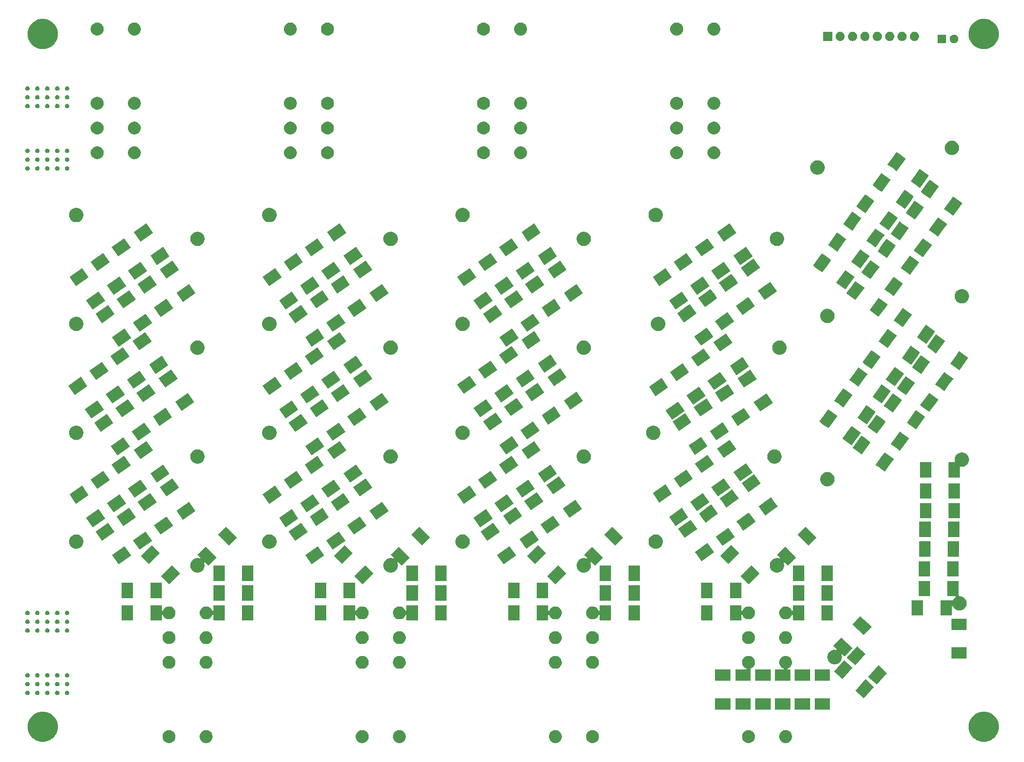
<source format=gbr>
%TF.GenerationSoftware,KiCad,Pcbnew,(5.1.4)-1*%
%TF.CreationDate,2020-05-13T01:14:08+08:00*%
%TF.ProjectId,LPF,4c50462e-6b69-4636-9164-5f7063625858,rev?*%
%TF.SameCoordinates,Original*%
%TF.FileFunction,Soldermask,Bot*%
%TF.FilePolarity,Negative*%
%FSLAX46Y46*%
G04 Gerber Fmt 4.6, Leading zero omitted, Abs format (unit mm)*
G04 Created by KiCad (PCBNEW (5.1.4)-1) date 2020-05-13 01:14:08*
%MOMM*%
%LPD*%
G04 APERTURE LIST*
%ADD10C,0.350000*%
G04 APERTURE END LIST*
D10*
G36*
X89879487Y-165748996D02*
G01*
X90116253Y-165847068D01*
X90116255Y-165847069D01*
X90329339Y-165989447D01*
X90510553Y-166170661D01*
X90609705Y-166319052D01*
X90652932Y-166383747D01*
X90751004Y-166620513D01*
X90801000Y-166871861D01*
X90801000Y-167128139D01*
X90751004Y-167379487D01*
X90664374Y-167588629D01*
X90652931Y-167616255D01*
X90510553Y-167829339D01*
X90329339Y-168010553D01*
X90116255Y-168152931D01*
X90116254Y-168152932D01*
X90116253Y-168152932D01*
X89879487Y-168251004D01*
X89628139Y-168301000D01*
X89371861Y-168301000D01*
X89120513Y-168251004D01*
X88883747Y-168152932D01*
X88883746Y-168152932D01*
X88883745Y-168152931D01*
X88670661Y-168010553D01*
X88489447Y-167829339D01*
X88347069Y-167616255D01*
X88335626Y-167588629D01*
X88248996Y-167379487D01*
X88199000Y-167128139D01*
X88199000Y-166871861D01*
X88248996Y-166620513D01*
X88347068Y-166383747D01*
X88390296Y-166319052D01*
X88489447Y-166170661D01*
X88670661Y-165989447D01*
X88883745Y-165847069D01*
X88883747Y-165847068D01*
X89120513Y-165748996D01*
X89371861Y-165699000D01*
X89628139Y-165699000D01*
X89879487Y-165748996D01*
X89879487Y-165748996D01*
G37*
G36*
X167879487Y-165748996D02*
G01*
X168116253Y-165847068D01*
X168116255Y-165847069D01*
X168329339Y-165989447D01*
X168510553Y-166170661D01*
X168609705Y-166319052D01*
X168652932Y-166383747D01*
X168751004Y-166620513D01*
X168801000Y-166871861D01*
X168801000Y-167128139D01*
X168751004Y-167379487D01*
X168664374Y-167588629D01*
X168652931Y-167616255D01*
X168510553Y-167829339D01*
X168329339Y-168010553D01*
X168116255Y-168152931D01*
X168116254Y-168152932D01*
X168116253Y-168152932D01*
X167879487Y-168251004D01*
X167628139Y-168301000D01*
X167371861Y-168301000D01*
X167120513Y-168251004D01*
X166883747Y-168152932D01*
X166883746Y-168152932D01*
X166883745Y-168152931D01*
X166670661Y-168010553D01*
X166489447Y-167829339D01*
X166347069Y-167616255D01*
X166335626Y-167588629D01*
X166248996Y-167379487D01*
X166199000Y-167128139D01*
X166199000Y-166871861D01*
X166248996Y-166620513D01*
X166347068Y-166383747D01*
X166390296Y-166319052D01*
X166489447Y-166170661D01*
X166670661Y-165989447D01*
X166883745Y-165847069D01*
X166883747Y-165847068D01*
X167120513Y-165748996D01*
X167371861Y-165699000D01*
X167628139Y-165699000D01*
X167879487Y-165748996D01*
X167879487Y-165748996D01*
G37*
G36*
X50879487Y-165748996D02*
G01*
X51116253Y-165847068D01*
X51116255Y-165847069D01*
X51329339Y-165989447D01*
X51510553Y-166170661D01*
X51609705Y-166319052D01*
X51652932Y-166383747D01*
X51751004Y-166620513D01*
X51801000Y-166871861D01*
X51801000Y-167128139D01*
X51751004Y-167379487D01*
X51664374Y-167588629D01*
X51652931Y-167616255D01*
X51510553Y-167829339D01*
X51329339Y-168010553D01*
X51116255Y-168152931D01*
X51116254Y-168152932D01*
X51116253Y-168152932D01*
X50879487Y-168251004D01*
X50628139Y-168301000D01*
X50371861Y-168301000D01*
X50120513Y-168251004D01*
X49883747Y-168152932D01*
X49883746Y-168152932D01*
X49883745Y-168152931D01*
X49670661Y-168010553D01*
X49489447Y-167829339D01*
X49347069Y-167616255D01*
X49335626Y-167588629D01*
X49248996Y-167379487D01*
X49199000Y-167128139D01*
X49199000Y-166871861D01*
X49248996Y-166620513D01*
X49347068Y-166383747D01*
X49390296Y-166319052D01*
X49489447Y-166170661D01*
X49670661Y-165989447D01*
X49883745Y-165847069D01*
X49883747Y-165847068D01*
X50120513Y-165748996D01*
X50371861Y-165699000D01*
X50628139Y-165699000D01*
X50879487Y-165748996D01*
X50879487Y-165748996D01*
G37*
G36*
X58379487Y-165748996D02*
G01*
X58616253Y-165847068D01*
X58616255Y-165847069D01*
X58829339Y-165989447D01*
X59010553Y-166170661D01*
X59109705Y-166319052D01*
X59152932Y-166383747D01*
X59251004Y-166620513D01*
X59301000Y-166871861D01*
X59301000Y-167128139D01*
X59251004Y-167379487D01*
X59164374Y-167588629D01*
X59152931Y-167616255D01*
X59010553Y-167829339D01*
X58829339Y-168010553D01*
X58616255Y-168152931D01*
X58616254Y-168152932D01*
X58616253Y-168152932D01*
X58379487Y-168251004D01*
X58128139Y-168301000D01*
X57871861Y-168301000D01*
X57620513Y-168251004D01*
X57383747Y-168152932D01*
X57383746Y-168152932D01*
X57383745Y-168152931D01*
X57170661Y-168010553D01*
X56989447Y-167829339D01*
X56847069Y-167616255D01*
X56835626Y-167588629D01*
X56748996Y-167379487D01*
X56699000Y-167128139D01*
X56699000Y-166871861D01*
X56748996Y-166620513D01*
X56847068Y-166383747D01*
X56890296Y-166319052D01*
X56989447Y-166170661D01*
X57170661Y-165989447D01*
X57383745Y-165847069D01*
X57383747Y-165847068D01*
X57620513Y-165748996D01*
X57871861Y-165699000D01*
X58128139Y-165699000D01*
X58379487Y-165748996D01*
X58379487Y-165748996D01*
G37*
G36*
X175379487Y-165748996D02*
G01*
X175616253Y-165847068D01*
X175616255Y-165847069D01*
X175829339Y-165989447D01*
X176010553Y-166170661D01*
X176109705Y-166319052D01*
X176152932Y-166383747D01*
X176251004Y-166620513D01*
X176301000Y-166871861D01*
X176301000Y-167128139D01*
X176251004Y-167379487D01*
X176164374Y-167588629D01*
X176152931Y-167616255D01*
X176010553Y-167829339D01*
X175829339Y-168010553D01*
X175616255Y-168152931D01*
X175616254Y-168152932D01*
X175616253Y-168152932D01*
X175379487Y-168251004D01*
X175128139Y-168301000D01*
X174871861Y-168301000D01*
X174620513Y-168251004D01*
X174383747Y-168152932D01*
X174383746Y-168152932D01*
X174383745Y-168152931D01*
X174170661Y-168010553D01*
X173989447Y-167829339D01*
X173847069Y-167616255D01*
X173835626Y-167588629D01*
X173748996Y-167379487D01*
X173699000Y-167128139D01*
X173699000Y-166871861D01*
X173748996Y-166620513D01*
X173847068Y-166383747D01*
X173890296Y-166319052D01*
X173989447Y-166170661D01*
X174170661Y-165989447D01*
X174383745Y-165847069D01*
X174383747Y-165847068D01*
X174620513Y-165748996D01*
X174871861Y-165699000D01*
X175128139Y-165699000D01*
X175379487Y-165748996D01*
X175379487Y-165748996D01*
G37*
G36*
X128879487Y-165748996D02*
G01*
X129116253Y-165847068D01*
X129116255Y-165847069D01*
X129329339Y-165989447D01*
X129510553Y-166170661D01*
X129609705Y-166319052D01*
X129652932Y-166383747D01*
X129751004Y-166620513D01*
X129801000Y-166871861D01*
X129801000Y-167128139D01*
X129751004Y-167379487D01*
X129664374Y-167588629D01*
X129652931Y-167616255D01*
X129510553Y-167829339D01*
X129329339Y-168010553D01*
X129116255Y-168152931D01*
X129116254Y-168152932D01*
X129116253Y-168152932D01*
X128879487Y-168251004D01*
X128628139Y-168301000D01*
X128371861Y-168301000D01*
X128120513Y-168251004D01*
X127883747Y-168152932D01*
X127883746Y-168152932D01*
X127883745Y-168152931D01*
X127670661Y-168010553D01*
X127489447Y-167829339D01*
X127347069Y-167616255D01*
X127335626Y-167588629D01*
X127248996Y-167379487D01*
X127199000Y-167128139D01*
X127199000Y-166871861D01*
X127248996Y-166620513D01*
X127347068Y-166383747D01*
X127390296Y-166319052D01*
X127489447Y-166170661D01*
X127670661Y-165989447D01*
X127883745Y-165847069D01*
X127883747Y-165847068D01*
X128120513Y-165748996D01*
X128371861Y-165699000D01*
X128628139Y-165699000D01*
X128879487Y-165748996D01*
X128879487Y-165748996D01*
G37*
G36*
X97379487Y-165748996D02*
G01*
X97616253Y-165847068D01*
X97616255Y-165847069D01*
X97829339Y-165989447D01*
X98010553Y-166170661D01*
X98109705Y-166319052D01*
X98152932Y-166383747D01*
X98251004Y-166620513D01*
X98301000Y-166871861D01*
X98301000Y-167128139D01*
X98251004Y-167379487D01*
X98164374Y-167588629D01*
X98152931Y-167616255D01*
X98010553Y-167829339D01*
X97829339Y-168010553D01*
X97616255Y-168152931D01*
X97616254Y-168152932D01*
X97616253Y-168152932D01*
X97379487Y-168251004D01*
X97128139Y-168301000D01*
X96871861Y-168301000D01*
X96620513Y-168251004D01*
X96383747Y-168152932D01*
X96383746Y-168152932D01*
X96383745Y-168152931D01*
X96170661Y-168010553D01*
X95989447Y-167829339D01*
X95847069Y-167616255D01*
X95835626Y-167588629D01*
X95748996Y-167379487D01*
X95699000Y-167128139D01*
X95699000Y-166871861D01*
X95748996Y-166620513D01*
X95847068Y-166383747D01*
X95890296Y-166319052D01*
X95989447Y-166170661D01*
X96170661Y-165989447D01*
X96383745Y-165847069D01*
X96383747Y-165847068D01*
X96620513Y-165748996D01*
X96871861Y-165699000D01*
X97128139Y-165699000D01*
X97379487Y-165748996D01*
X97379487Y-165748996D01*
G37*
G36*
X136379487Y-165748996D02*
G01*
X136616253Y-165847068D01*
X136616255Y-165847069D01*
X136829339Y-165989447D01*
X137010553Y-166170661D01*
X137109705Y-166319052D01*
X137152932Y-166383747D01*
X137251004Y-166620513D01*
X137301000Y-166871861D01*
X137301000Y-167128139D01*
X137251004Y-167379487D01*
X137164374Y-167588629D01*
X137152931Y-167616255D01*
X137010553Y-167829339D01*
X136829339Y-168010553D01*
X136616255Y-168152931D01*
X136616254Y-168152932D01*
X136616253Y-168152932D01*
X136379487Y-168251004D01*
X136128139Y-168301000D01*
X135871861Y-168301000D01*
X135620513Y-168251004D01*
X135383747Y-168152932D01*
X135383746Y-168152932D01*
X135383745Y-168152931D01*
X135170661Y-168010553D01*
X134989447Y-167829339D01*
X134847069Y-167616255D01*
X134835626Y-167588629D01*
X134748996Y-167379487D01*
X134699000Y-167128139D01*
X134699000Y-166871861D01*
X134748996Y-166620513D01*
X134847068Y-166383747D01*
X134890296Y-166319052D01*
X134989447Y-166170661D01*
X135170661Y-165989447D01*
X135383745Y-165847069D01*
X135383747Y-165847068D01*
X135620513Y-165748996D01*
X135871861Y-165699000D01*
X136128139Y-165699000D01*
X136379487Y-165748996D01*
X136379487Y-165748996D01*
G37*
G36*
X215889943Y-162066248D02*
G01*
X216445189Y-162296238D01*
X216617497Y-162411371D01*
X216944899Y-162630134D01*
X217369866Y-163055101D01*
X217369867Y-163055103D01*
X217703762Y-163554811D01*
X217933752Y-164110057D01*
X218051000Y-164699501D01*
X218051000Y-165300499D01*
X217933752Y-165889943D01*
X217703762Y-166445189D01*
X217641872Y-166537814D01*
X217369866Y-166944899D01*
X216944899Y-167369866D01*
X216870736Y-167419420D01*
X216445189Y-167703762D01*
X215889943Y-167933752D01*
X215300499Y-168051000D01*
X214699501Y-168051000D01*
X214110057Y-167933752D01*
X213554811Y-167703762D01*
X213129264Y-167419420D01*
X213055101Y-167369866D01*
X212630134Y-166944899D01*
X212358128Y-166537814D01*
X212296238Y-166445189D01*
X212066248Y-165889943D01*
X211949000Y-165300499D01*
X211949000Y-164699501D01*
X212066248Y-164110057D01*
X212296238Y-163554811D01*
X212630133Y-163055103D01*
X212630134Y-163055101D01*
X213055101Y-162630134D01*
X213382503Y-162411371D01*
X213554811Y-162296238D01*
X214110057Y-162066248D01*
X214699501Y-161949000D01*
X215300499Y-161949000D01*
X215889943Y-162066248D01*
X215889943Y-162066248D01*
G37*
G36*
X25889943Y-162066248D02*
G01*
X26445189Y-162296238D01*
X26617497Y-162411371D01*
X26944899Y-162630134D01*
X27369866Y-163055101D01*
X27369867Y-163055103D01*
X27703762Y-163554811D01*
X27933752Y-164110057D01*
X28051000Y-164699501D01*
X28051000Y-165300499D01*
X27933752Y-165889943D01*
X27703762Y-166445189D01*
X27641872Y-166537814D01*
X27369866Y-166944899D01*
X26944899Y-167369866D01*
X26870736Y-167419420D01*
X26445189Y-167703762D01*
X25889943Y-167933752D01*
X25300499Y-168051000D01*
X24699501Y-168051000D01*
X24110057Y-167933752D01*
X23554811Y-167703762D01*
X23129264Y-167419420D01*
X23055101Y-167369866D01*
X22630134Y-166944899D01*
X22358128Y-166537814D01*
X22296238Y-166445189D01*
X22066248Y-165889943D01*
X21949000Y-165300499D01*
X21949000Y-164699501D01*
X22066248Y-164110057D01*
X22296238Y-163554811D01*
X22630133Y-163055103D01*
X22630134Y-163055101D01*
X23055101Y-162630134D01*
X23382503Y-162411371D01*
X23554811Y-162296238D01*
X24110057Y-162066248D01*
X24699501Y-161949000D01*
X25300499Y-161949000D01*
X25889943Y-162066248D01*
X25889943Y-162066248D01*
G37*
G36*
X179951000Y-161551000D02*
G01*
X176849000Y-161551000D01*
X176849000Y-159249000D01*
X179951000Y-159249000D01*
X179951000Y-161551000D01*
X179951000Y-161551000D01*
G37*
G36*
X167951000Y-161551000D02*
G01*
X164849000Y-161551000D01*
X164849000Y-159249000D01*
X167951000Y-159249000D01*
X167951000Y-161551000D01*
X167951000Y-161551000D01*
G37*
G36*
X163851000Y-161551000D02*
G01*
X160749000Y-161551000D01*
X160749000Y-159249000D01*
X163851000Y-159249000D01*
X163851000Y-161551000D01*
X163851000Y-161551000D01*
G37*
G36*
X171951000Y-161551000D02*
G01*
X168849000Y-161551000D01*
X168849000Y-159249000D01*
X171951000Y-159249000D01*
X171951000Y-161551000D01*
X171951000Y-161551000D01*
G37*
G36*
X175951000Y-161551000D02*
G01*
X172849000Y-161551000D01*
X172849000Y-159249000D01*
X175951000Y-159249000D01*
X175951000Y-161551000D01*
X175951000Y-161551000D01*
G37*
G36*
X183951000Y-161551000D02*
G01*
X180849000Y-161551000D01*
X180849000Y-159249000D01*
X183951000Y-159249000D01*
X183951000Y-161551000D01*
X183951000Y-161551000D01*
G37*
G36*
X192848301Y-156958031D02*
G01*
X190772658Y-159263266D01*
X189061939Y-157722927D01*
X191137582Y-155417692D01*
X192848301Y-156958031D01*
X192848301Y-156958031D01*
G37*
G36*
X22051552Y-157732331D02*
G01*
X22133627Y-157766328D01*
X22133629Y-157766329D01*
X22170813Y-157791175D01*
X22207495Y-157815685D01*
X22270315Y-157878505D01*
X22319672Y-157952373D01*
X22353669Y-158034448D01*
X22371000Y-158121579D01*
X22371000Y-158210421D01*
X22353669Y-158297552D01*
X22319672Y-158379627D01*
X22319671Y-158379629D01*
X22270314Y-158453496D01*
X22207496Y-158516314D01*
X22133629Y-158565671D01*
X22133628Y-158565672D01*
X22133627Y-158565672D01*
X22051552Y-158599669D01*
X21964421Y-158617000D01*
X21875579Y-158617000D01*
X21788448Y-158599669D01*
X21706373Y-158565672D01*
X21706372Y-158565672D01*
X21706371Y-158565671D01*
X21632504Y-158516314D01*
X21569686Y-158453496D01*
X21520329Y-158379629D01*
X21520328Y-158379627D01*
X21486331Y-158297552D01*
X21469000Y-158210421D01*
X21469000Y-158121579D01*
X21486331Y-158034448D01*
X21520328Y-157952373D01*
X21569685Y-157878505D01*
X21632505Y-157815685D01*
X21669187Y-157791175D01*
X21706371Y-157766329D01*
X21706373Y-157766328D01*
X21788448Y-157732331D01*
X21875579Y-157715000D01*
X21964421Y-157715000D01*
X22051552Y-157732331D01*
X22051552Y-157732331D01*
G37*
G36*
X24051552Y-157732331D02*
G01*
X24133627Y-157766328D01*
X24133629Y-157766329D01*
X24170813Y-157791175D01*
X24207495Y-157815685D01*
X24270315Y-157878505D01*
X24319672Y-157952373D01*
X24353669Y-158034448D01*
X24371000Y-158121579D01*
X24371000Y-158210421D01*
X24353669Y-158297552D01*
X24319672Y-158379627D01*
X24319671Y-158379629D01*
X24270314Y-158453496D01*
X24207496Y-158516314D01*
X24133629Y-158565671D01*
X24133628Y-158565672D01*
X24133627Y-158565672D01*
X24051552Y-158599669D01*
X23964421Y-158617000D01*
X23875579Y-158617000D01*
X23788448Y-158599669D01*
X23706373Y-158565672D01*
X23706372Y-158565672D01*
X23706371Y-158565671D01*
X23632504Y-158516314D01*
X23569686Y-158453496D01*
X23520329Y-158379629D01*
X23520328Y-158379627D01*
X23486331Y-158297552D01*
X23469000Y-158210421D01*
X23469000Y-158121579D01*
X23486331Y-158034448D01*
X23520328Y-157952373D01*
X23569685Y-157878505D01*
X23632505Y-157815685D01*
X23669187Y-157791175D01*
X23706371Y-157766329D01*
X23706373Y-157766328D01*
X23788448Y-157732331D01*
X23875579Y-157715000D01*
X23964421Y-157715000D01*
X24051552Y-157732331D01*
X24051552Y-157732331D01*
G37*
G36*
X30051552Y-157732331D02*
G01*
X30133627Y-157766328D01*
X30133629Y-157766329D01*
X30170813Y-157791175D01*
X30207495Y-157815685D01*
X30270315Y-157878505D01*
X30319672Y-157952373D01*
X30353669Y-158034448D01*
X30371000Y-158121579D01*
X30371000Y-158210421D01*
X30353669Y-158297552D01*
X30319672Y-158379627D01*
X30319671Y-158379629D01*
X30270314Y-158453496D01*
X30207496Y-158516314D01*
X30133629Y-158565671D01*
X30133628Y-158565672D01*
X30133627Y-158565672D01*
X30051552Y-158599669D01*
X29964421Y-158617000D01*
X29875579Y-158617000D01*
X29788448Y-158599669D01*
X29706373Y-158565672D01*
X29706372Y-158565672D01*
X29706371Y-158565671D01*
X29632504Y-158516314D01*
X29569686Y-158453496D01*
X29520329Y-158379629D01*
X29520328Y-158379627D01*
X29486331Y-158297552D01*
X29469000Y-158210421D01*
X29469000Y-158121579D01*
X29486331Y-158034448D01*
X29520328Y-157952373D01*
X29569685Y-157878505D01*
X29632505Y-157815685D01*
X29669187Y-157791175D01*
X29706371Y-157766329D01*
X29706373Y-157766328D01*
X29788448Y-157732331D01*
X29875579Y-157715000D01*
X29964421Y-157715000D01*
X30051552Y-157732331D01*
X30051552Y-157732331D01*
G37*
G36*
X26051552Y-157732331D02*
G01*
X26133627Y-157766328D01*
X26133629Y-157766329D01*
X26170813Y-157791175D01*
X26207495Y-157815685D01*
X26270315Y-157878505D01*
X26319672Y-157952373D01*
X26353669Y-158034448D01*
X26371000Y-158121579D01*
X26371000Y-158210421D01*
X26353669Y-158297552D01*
X26319672Y-158379627D01*
X26319671Y-158379629D01*
X26270314Y-158453496D01*
X26207496Y-158516314D01*
X26133629Y-158565671D01*
X26133628Y-158565672D01*
X26133627Y-158565672D01*
X26051552Y-158599669D01*
X25964421Y-158617000D01*
X25875579Y-158617000D01*
X25788448Y-158599669D01*
X25706373Y-158565672D01*
X25706372Y-158565672D01*
X25706371Y-158565671D01*
X25632504Y-158516314D01*
X25569686Y-158453496D01*
X25520329Y-158379629D01*
X25520328Y-158379627D01*
X25486331Y-158297552D01*
X25469000Y-158210421D01*
X25469000Y-158121579D01*
X25486331Y-158034448D01*
X25520328Y-157952373D01*
X25569685Y-157878505D01*
X25632505Y-157815685D01*
X25669187Y-157791175D01*
X25706371Y-157766329D01*
X25706373Y-157766328D01*
X25788448Y-157732331D01*
X25875579Y-157715000D01*
X25964421Y-157715000D01*
X26051552Y-157732331D01*
X26051552Y-157732331D01*
G37*
G36*
X28051552Y-157732331D02*
G01*
X28133627Y-157766328D01*
X28133629Y-157766329D01*
X28170813Y-157791175D01*
X28207495Y-157815685D01*
X28270315Y-157878505D01*
X28319672Y-157952373D01*
X28353669Y-158034448D01*
X28371000Y-158121579D01*
X28371000Y-158210421D01*
X28353669Y-158297552D01*
X28319672Y-158379627D01*
X28319671Y-158379629D01*
X28270314Y-158453496D01*
X28207496Y-158516314D01*
X28133629Y-158565671D01*
X28133628Y-158565672D01*
X28133627Y-158565672D01*
X28051552Y-158599669D01*
X27964421Y-158617000D01*
X27875579Y-158617000D01*
X27788448Y-158599669D01*
X27706373Y-158565672D01*
X27706372Y-158565672D01*
X27706371Y-158565671D01*
X27632504Y-158516314D01*
X27569686Y-158453496D01*
X27520329Y-158379629D01*
X27520328Y-158379627D01*
X27486331Y-158297552D01*
X27469000Y-158210421D01*
X27469000Y-158121579D01*
X27486331Y-158034448D01*
X27520328Y-157952373D01*
X27569685Y-157878505D01*
X27632505Y-157815685D01*
X27669187Y-157791175D01*
X27706371Y-157766329D01*
X27706373Y-157766328D01*
X27788448Y-157732331D01*
X27875579Y-157715000D01*
X27964421Y-157715000D01*
X28051552Y-157732331D01*
X28051552Y-157732331D01*
G37*
G36*
X26051552Y-155954331D02*
G01*
X26133627Y-155988328D01*
X26133629Y-155988329D01*
X26170813Y-156013175D01*
X26207495Y-156037685D01*
X26270315Y-156100505D01*
X26319672Y-156174373D01*
X26353669Y-156256448D01*
X26371000Y-156343579D01*
X26371000Y-156432421D01*
X26353669Y-156519552D01*
X26319672Y-156601627D01*
X26319671Y-156601629D01*
X26270314Y-156675496D01*
X26207496Y-156738314D01*
X26133629Y-156787671D01*
X26133628Y-156787672D01*
X26133627Y-156787672D01*
X26051552Y-156821669D01*
X25964421Y-156839000D01*
X25875579Y-156839000D01*
X25788448Y-156821669D01*
X25706373Y-156787672D01*
X25706372Y-156787672D01*
X25706371Y-156787671D01*
X25632504Y-156738314D01*
X25569686Y-156675496D01*
X25520329Y-156601629D01*
X25520328Y-156601627D01*
X25486331Y-156519552D01*
X25469000Y-156432421D01*
X25469000Y-156343579D01*
X25486331Y-156256448D01*
X25520328Y-156174373D01*
X25569685Y-156100505D01*
X25632505Y-156037685D01*
X25669187Y-156013175D01*
X25706371Y-155988329D01*
X25706373Y-155988328D01*
X25788448Y-155954331D01*
X25875579Y-155937000D01*
X25964421Y-155937000D01*
X26051552Y-155954331D01*
X26051552Y-155954331D01*
G37*
G36*
X24051552Y-155954331D02*
G01*
X24133627Y-155988328D01*
X24133629Y-155988329D01*
X24170813Y-156013175D01*
X24207495Y-156037685D01*
X24270315Y-156100505D01*
X24319672Y-156174373D01*
X24353669Y-156256448D01*
X24371000Y-156343579D01*
X24371000Y-156432421D01*
X24353669Y-156519552D01*
X24319672Y-156601627D01*
X24319671Y-156601629D01*
X24270314Y-156675496D01*
X24207496Y-156738314D01*
X24133629Y-156787671D01*
X24133628Y-156787672D01*
X24133627Y-156787672D01*
X24051552Y-156821669D01*
X23964421Y-156839000D01*
X23875579Y-156839000D01*
X23788448Y-156821669D01*
X23706373Y-156787672D01*
X23706372Y-156787672D01*
X23706371Y-156787671D01*
X23632504Y-156738314D01*
X23569686Y-156675496D01*
X23520329Y-156601629D01*
X23520328Y-156601627D01*
X23486331Y-156519552D01*
X23469000Y-156432421D01*
X23469000Y-156343579D01*
X23486331Y-156256448D01*
X23520328Y-156174373D01*
X23569685Y-156100505D01*
X23632505Y-156037685D01*
X23669187Y-156013175D01*
X23706371Y-155988329D01*
X23706373Y-155988328D01*
X23788448Y-155954331D01*
X23875579Y-155937000D01*
X23964421Y-155937000D01*
X24051552Y-155954331D01*
X24051552Y-155954331D01*
G37*
G36*
X22051552Y-155954331D02*
G01*
X22133627Y-155988328D01*
X22133629Y-155988329D01*
X22170813Y-156013175D01*
X22207495Y-156037685D01*
X22270315Y-156100505D01*
X22319672Y-156174373D01*
X22353669Y-156256448D01*
X22371000Y-156343579D01*
X22371000Y-156432421D01*
X22353669Y-156519552D01*
X22319672Y-156601627D01*
X22319671Y-156601629D01*
X22270314Y-156675496D01*
X22207496Y-156738314D01*
X22133629Y-156787671D01*
X22133628Y-156787672D01*
X22133627Y-156787672D01*
X22051552Y-156821669D01*
X21964421Y-156839000D01*
X21875579Y-156839000D01*
X21788448Y-156821669D01*
X21706373Y-156787672D01*
X21706372Y-156787672D01*
X21706371Y-156787671D01*
X21632504Y-156738314D01*
X21569686Y-156675496D01*
X21520329Y-156601629D01*
X21520328Y-156601627D01*
X21486331Y-156519552D01*
X21469000Y-156432421D01*
X21469000Y-156343579D01*
X21486331Y-156256448D01*
X21520328Y-156174373D01*
X21569685Y-156100505D01*
X21632505Y-156037685D01*
X21669187Y-156013175D01*
X21706371Y-155988329D01*
X21706373Y-155988328D01*
X21788448Y-155954331D01*
X21875579Y-155937000D01*
X21964421Y-155937000D01*
X22051552Y-155954331D01*
X22051552Y-155954331D01*
G37*
G36*
X28051552Y-155954331D02*
G01*
X28133627Y-155988328D01*
X28133629Y-155988329D01*
X28170813Y-156013175D01*
X28207495Y-156037685D01*
X28270315Y-156100505D01*
X28319672Y-156174373D01*
X28353669Y-156256448D01*
X28371000Y-156343579D01*
X28371000Y-156432421D01*
X28353669Y-156519552D01*
X28319672Y-156601627D01*
X28319671Y-156601629D01*
X28270314Y-156675496D01*
X28207496Y-156738314D01*
X28133629Y-156787671D01*
X28133628Y-156787672D01*
X28133627Y-156787672D01*
X28051552Y-156821669D01*
X27964421Y-156839000D01*
X27875579Y-156839000D01*
X27788448Y-156821669D01*
X27706373Y-156787672D01*
X27706372Y-156787672D01*
X27706371Y-156787671D01*
X27632504Y-156738314D01*
X27569686Y-156675496D01*
X27520329Y-156601629D01*
X27520328Y-156601627D01*
X27486331Y-156519552D01*
X27469000Y-156432421D01*
X27469000Y-156343579D01*
X27486331Y-156256448D01*
X27520328Y-156174373D01*
X27569685Y-156100505D01*
X27632505Y-156037685D01*
X27669187Y-156013175D01*
X27706371Y-155988329D01*
X27706373Y-155988328D01*
X27788448Y-155954331D01*
X27875579Y-155937000D01*
X27964421Y-155937000D01*
X28051552Y-155954331D01*
X28051552Y-155954331D01*
G37*
G36*
X30051552Y-155954331D02*
G01*
X30133627Y-155988328D01*
X30133629Y-155988329D01*
X30170813Y-156013175D01*
X30207495Y-156037685D01*
X30270315Y-156100505D01*
X30319672Y-156174373D01*
X30353669Y-156256448D01*
X30371000Y-156343579D01*
X30371000Y-156432421D01*
X30353669Y-156519552D01*
X30319672Y-156601627D01*
X30319671Y-156601629D01*
X30270314Y-156675496D01*
X30207496Y-156738314D01*
X30133629Y-156787671D01*
X30133628Y-156787672D01*
X30133627Y-156787672D01*
X30051552Y-156821669D01*
X29964421Y-156839000D01*
X29875579Y-156839000D01*
X29788448Y-156821669D01*
X29706373Y-156787672D01*
X29706372Y-156787672D01*
X29706371Y-156787671D01*
X29632504Y-156738314D01*
X29569686Y-156675496D01*
X29520329Y-156601629D01*
X29520328Y-156601627D01*
X29486331Y-156519552D01*
X29469000Y-156432421D01*
X29469000Y-156343579D01*
X29486331Y-156256448D01*
X29520328Y-156174373D01*
X29569685Y-156100505D01*
X29632505Y-156037685D01*
X29669187Y-156013175D01*
X29706371Y-155988329D01*
X29706373Y-155988328D01*
X29788448Y-155954331D01*
X29875579Y-155937000D01*
X29964421Y-155937000D01*
X30051552Y-155954331D01*
X30051552Y-155954331D01*
G37*
G36*
X195448301Y-154158031D02*
G01*
X193372658Y-156463266D01*
X191661939Y-154922927D01*
X193737582Y-152617692D01*
X195448301Y-154158031D01*
X195448301Y-154158031D01*
G37*
G36*
X183951000Y-155751000D02*
G01*
X180849000Y-155751000D01*
X180849000Y-153449000D01*
X183951000Y-153449000D01*
X183951000Y-155751000D01*
X183951000Y-155751000D01*
G37*
G36*
X163851000Y-155751000D02*
G01*
X160749000Y-155751000D01*
X160749000Y-153449000D01*
X163851000Y-153449000D01*
X163851000Y-155751000D01*
X163851000Y-155751000D01*
G37*
G36*
X167879487Y-150748996D02*
G01*
X167998519Y-150798301D01*
X168116255Y-150847069D01*
X168329339Y-150989447D01*
X168510553Y-151170661D01*
X168630063Y-151349520D01*
X168652932Y-151383747D01*
X168751004Y-151620513D01*
X168801000Y-151871861D01*
X168801000Y-152128139D01*
X168751004Y-152379487D01*
X168652932Y-152616253D01*
X168652931Y-152616255D01*
X168510553Y-152829339D01*
X168329339Y-153010553D01*
X168116255Y-153152931D01*
X168116254Y-153152932D01*
X168116253Y-153152932D01*
X167982060Y-153208517D01*
X167960449Y-153220068D01*
X167941507Y-153235614D01*
X167925962Y-153254555D01*
X167914411Y-153276166D01*
X167907298Y-153299615D01*
X167904896Y-153324001D01*
X167907298Y-153348387D01*
X167914411Y-153371836D01*
X167925962Y-153393447D01*
X167941508Y-153412389D01*
X167951000Y-153420179D01*
X167951000Y-155751000D01*
X164849000Y-155751000D01*
X164849000Y-153449000D01*
X166970105Y-153449000D01*
X166994491Y-153446598D01*
X167017940Y-153439485D01*
X167039551Y-153427934D01*
X167058493Y-153412389D01*
X167074038Y-153393447D01*
X167085589Y-153371836D01*
X167092702Y-153348387D01*
X167095104Y-153324001D01*
X167092702Y-153299615D01*
X167085589Y-153276166D01*
X167074038Y-153254555D01*
X167058493Y-153235613D01*
X167039551Y-153220068D01*
X167017940Y-153208517D01*
X166883747Y-153152932D01*
X166883746Y-153152932D01*
X166883745Y-153152931D01*
X166670661Y-153010553D01*
X166489447Y-152829339D01*
X166347069Y-152616255D01*
X166347068Y-152616253D01*
X166248996Y-152379487D01*
X166199000Y-152128139D01*
X166199000Y-151871861D01*
X166248996Y-151620513D01*
X166347068Y-151383747D01*
X166369938Y-151349520D01*
X166489447Y-151170661D01*
X166670661Y-150989447D01*
X166883745Y-150847069D01*
X167001481Y-150798301D01*
X167120513Y-150748996D01*
X167371861Y-150699000D01*
X167628139Y-150699000D01*
X167879487Y-150748996D01*
X167879487Y-150748996D01*
G37*
G36*
X171951000Y-155751000D02*
G01*
X168849000Y-155751000D01*
X168849000Y-153449000D01*
X171951000Y-153449000D01*
X171951000Y-155751000D01*
X171951000Y-155751000D01*
G37*
G36*
X179951000Y-155751000D02*
G01*
X176849000Y-155751000D01*
X176849000Y-153449000D01*
X179951000Y-153449000D01*
X179951000Y-155751000D01*
X179951000Y-155751000D01*
G37*
G36*
X175379487Y-150748996D02*
G01*
X175498519Y-150798301D01*
X175616255Y-150847069D01*
X175829339Y-150989447D01*
X176010553Y-151170661D01*
X176130063Y-151349520D01*
X176152932Y-151383747D01*
X176251004Y-151620513D01*
X176301000Y-151871861D01*
X176301000Y-152128139D01*
X176251004Y-152379487D01*
X176152932Y-152616253D01*
X176152931Y-152616255D01*
X176010553Y-152829339D01*
X175829339Y-153010553D01*
X175616255Y-153152931D01*
X175616254Y-153152932D01*
X175616253Y-153152932D01*
X175482060Y-153208517D01*
X175460449Y-153220068D01*
X175441507Y-153235614D01*
X175425962Y-153254555D01*
X175414411Y-153276166D01*
X175407298Y-153299615D01*
X175404896Y-153324001D01*
X175407298Y-153348387D01*
X175414411Y-153371836D01*
X175425962Y-153393447D01*
X175441508Y-153412389D01*
X175460449Y-153427934D01*
X175482060Y-153439485D01*
X175505509Y-153446598D01*
X175529895Y-153449000D01*
X175951000Y-153449000D01*
X175951000Y-155751000D01*
X172849000Y-155751000D01*
X172849000Y-153449000D01*
X174470105Y-153449000D01*
X174494491Y-153446598D01*
X174517940Y-153439485D01*
X174539551Y-153427934D01*
X174558493Y-153412389D01*
X174574038Y-153393447D01*
X174585589Y-153371836D01*
X174592702Y-153348387D01*
X174595104Y-153324001D01*
X174592702Y-153299615D01*
X174585589Y-153276166D01*
X174574038Y-153254555D01*
X174558493Y-153235613D01*
X174539551Y-153220068D01*
X174517940Y-153208517D01*
X174383747Y-153152932D01*
X174383746Y-153152932D01*
X174383745Y-153152931D01*
X174170661Y-153010553D01*
X173989447Y-152829339D01*
X173847069Y-152616255D01*
X173847068Y-152616253D01*
X173748996Y-152379487D01*
X173699000Y-152128139D01*
X173699000Y-151871861D01*
X173748996Y-151620513D01*
X173847068Y-151383747D01*
X173869938Y-151349520D01*
X173989447Y-151170661D01*
X174170661Y-150989447D01*
X174383745Y-150847069D01*
X174501481Y-150798301D01*
X174620513Y-150748996D01*
X174871861Y-150699000D01*
X175128139Y-150699000D01*
X175379487Y-150748996D01*
X175379487Y-150748996D01*
G37*
G36*
X188538061Y-153077073D02*
G01*
X186462418Y-155382308D01*
X184751699Y-153841969D01*
X186827342Y-151536734D01*
X188538061Y-153077073D01*
X188538061Y-153077073D01*
G37*
G36*
X24051552Y-154176331D02*
G01*
X24133627Y-154210328D01*
X24133629Y-154210329D01*
X24170813Y-154235175D01*
X24207495Y-154259685D01*
X24270315Y-154322505D01*
X24319672Y-154396373D01*
X24353669Y-154478448D01*
X24371000Y-154565579D01*
X24371000Y-154654421D01*
X24353669Y-154741552D01*
X24319672Y-154823627D01*
X24319671Y-154823629D01*
X24270314Y-154897496D01*
X24207496Y-154960314D01*
X24133629Y-155009671D01*
X24133628Y-155009672D01*
X24133627Y-155009672D01*
X24051552Y-155043669D01*
X23964421Y-155061000D01*
X23875579Y-155061000D01*
X23788448Y-155043669D01*
X23706373Y-155009672D01*
X23706372Y-155009672D01*
X23706371Y-155009671D01*
X23632504Y-154960314D01*
X23569686Y-154897496D01*
X23520329Y-154823629D01*
X23520328Y-154823627D01*
X23486331Y-154741552D01*
X23469000Y-154654421D01*
X23469000Y-154565579D01*
X23486331Y-154478448D01*
X23520328Y-154396373D01*
X23569685Y-154322505D01*
X23632505Y-154259685D01*
X23669187Y-154235175D01*
X23706371Y-154210329D01*
X23706373Y-154210328D01*
X23788448Y-154176331D01*
X23875579Y-154159000D01*
X23964421Y-154159000D01*
X24051552Y-154176331D01*
X24051552Y-154176331D01*
G37*
G36*
X28051552Y-154176331D02*
G01*
X28133627Y-154210328D01*
X28133629Y-154210329D01*
X28170813Y-154235175D01*
X28207495Y-154259685D01*
X28270315Y-154322505D01*
X28319672Y-154396373D01*
X28353669Y-154478448D01*
X28371000Y-154565579D01*
X28371000Y-154654421D01*
X28353669Y-154741552D01*
X28319672Y-154823627D01*
X28319671Y-154823629D01*
X28270314Y-154897496D01*
X28207496Y-154960314D01*
X28133629Y-155009671D01*
X28133628Y-155009672D01*
X28133627Y-155009672D01*
X28051552Y-155043669D01*
X27964421Y-155061000D01*
X27875579Y-155061000D01*
X27788448Y-155043669D01*
X27706373Y-155009672D01*
X27706372Y-155009672D01*
X27706371Y-155009671D01*
X27632504Y-154960314D01*
X27569686Y-154897496D01*
X27520329Y-154823629D01*
X27520328Y-154823627D01*
X27486331Y-154741552D01*
X27469000Y-154654421D01*
X27469000Y-154565579D01*
X27486331Y-154478448D01*
X27520328Y-154396373D01*
X27569685Y-154322505D01*
X27632505Y-154259685D01*
X27669187Y-154235175D01*
X27706371Y-154210329D01*
X27706373Y-154210328D01*
X27788448Y-154176331D01*
X27875579Y-154159000D01*
X27964421Y-154159000D01*
X28051552Y-154176331D01*
X28051552Y-154176331D01*
G37*
G36*
X26051552Y-154176331D02*
G01*
X26133627Y-154210328D01*
X26133629Y-154210329D01*
X26170813Y-154235175D01*
X26207495Y-154259685D01*
X26270315Y-154322505D01*
X26319672Y-154396373D01*
X26353669Y-154478448D01*
X26371000Y-154565579D01*
X26371000Y-154654421D01*
X26353669Y-154741552D01*
X26319672Y-154823627D01*
X26319671Y-154823629D01*
X26270314Y-154897496D01*
X26207496Y-154960314D01*
X26133629Y-155009671D01*
X26133628Y-155009672D01*
X26133627Y-155009672D01*
X26051552Y-155043669D01*
X25964421Y-155061000D01*
X25875579Y-155061000D01*
X25788448Y-155043669D01*
X25706373Y-155009672D01*
X25706372Y-155009672D01*
X25706371Y-155009671D01*
X25632504Y-154960314D01*
X25569686Y-154897496D01*
X25520329Y-154823629D01*
X25520328Y-154823627D01*
X25486331Y-154741552D01*
X25469000Y-154654421D01*
X25469000Y-154565579D01*
X25486331Y-154478448D01*
X25520328Y-154396373D01*
X25569685Y-154322505D01*
X25632505Y-154259685D01*
X25669187Y-154235175D01*
X25706371Y-154210329D01*
X25706373Y-154210328D01*
X25788448Y-154176331D01*
X25875579Y-154159000D01*
X25964421Y-154159000D01*
X26051552Y-154176331D01*
X26051552Y-154176331D01*
G37*
G36*
X22051552Y-154176331D02*
G01*
X22133627Y-154210328D01*
X22133629Y-154210329D01*
X22170813Y-154235175D01*
X22207495Y-154259685D01*
X22270315Y-154322505D01*
X22319672Y-154396373D01*
X22353669Y-154478448D01*
X22371000Y-154565579D01*
X22371000Y-154654421D01*
X22353669Y-154741552D01*
X22319672Y-154823627D01*
X22319671Y-154823629D01*
X22270314Y-154897496D01*
X22207496Y-154960314D01*
X22133629Y-155009671D01*
X22133628Y-155009672D01*
X22133627Y-155009672D01*
X22051552Y-155043669D01*
X21964421Y-155061000D01*
X21875579Y-155061000D01*
X21788448Y-155043669D01*
X21706373Y-155009672D01*
X21706372Y-155009672D01*
X21706371Y-155009671D01*
X21632504Y-154960314D01*
X21569686Y-154897496D01*
X21520329Y-154823629D01*
X21520328Y-154823627D01*
X21486331Y-154741552D01*
X21469000Y-154654421D01*
X21469000Y-154565579D01*
X21486331Y-154478448D01*
X21520328Y-154396373D01*
X21569685Y-154322505D01*
X21632505Y-154259685D01*
X21669187Y-154235175D01*
X21706371Y-154210329D01*
X21706373Y-154210328D01*
X21788448Y-154176331D01*
X21875579Y-154159000D01*
X21964421Y-154159000D01*
X22051552Y-154176331D01*
X22051552Y-154176331D01*
G37*
G36*
X30051552Y-154176331D02*
G01*
X30133627Y-154210328D01*
X30133629Y-154210329D01*
X30170813Y-154235175D01*
X30207495Y-154259685D01*
X30270315Y-154322505D01*
X30319672Y-154396373D01*
X30353669Y-154478448D01*
X30371000Y-154565579D01*
X30371000Y-154654421D01*
X30353669Y-154741552D01*
X30319672Y-154823627D01*
X30319671Y-154823629D01*
X30270314Y-154897496D01*
X30207496Y-154960314D01*
X30133629Y-155009671D01*
X30133628Y-155009672D01*
X30133627Y-155009672D01*
X30051552Y-155043669D01*
X29964421Y-155061000D01*
X29875579Y-155061000D01*
X29788448Y-155043669D01*
X29706373Y-155009672D01*
X29706372Y-155009672D01*
X29706371Y-155009671D01*
X29632504Y-154960314D01*
X29569686Y-154897496D01*
X29520329Y-154823629D01*
X29520328Y-154823627D01*
X29486331Y-154741552D01*
X29469000Y-154654421D01*
X29469000Y-154565579D01*
X29486331Y-154478448D01*
X29520328Y-154396373D01*
X29569685Y-154322505D01*
X29632505Y-154259685D01*
X29669187Y-154235175D01*
X29706371Y-154210329D01*
X29706373Y-154210328D01*
X29788448Y-154176331D01*
X29875579Y-154159000D01*
X29964421Y-154159000D01*
X30051552Y-154176331D01*
X30051552Y-154176331D01*
G37*
G36*
X58379487Y-150748996D02*
G01*
X58498519Y-150798301D01*
X58616255Y-150847069D01*
X58829339Y-150989447D01*
X59010553Y-151170661D01*
X59130063Y-151349520D01*
X59152932Y-151383747D01*
X59251004Y-151620513D01*
X59301000Y-151871861D01*
X59301000Y-152128139D01*
X59251004Y-152379487D01*
X59152932Y-152616253D01*
X59152931Y-152616255D01*
X59010553Y-152829339D01*
X58829339Y-153010553D01*
X58616255Y-153152931D01*
X58616254Y-153152932D01*
X58616253Y-153152932D01*
X58379487Y-153251004D01*
X58128139Y-153301000D01*
X57871861Y-153301000D01*
X57620513Y-153251004D01*
X57383747Y-153152932D01*
X57383746Y-153152932D01*
X57383745Y-153152931D01*
X57170661Y-153010553D01*
X56989447Y-152829339D01*
X56847069Y-152616255D01*
X56847068Y-152616253D01*
X56748996Y-152379487D01*
X56699000Y-152128139D01*
X56699000Y-151871861D01*
X56748996Y-151620513D01*
X56847068Y-151383747D01*
X56869938Y-151349520D01*
X56989447Y-151170661D01*
X57170661Y-150989447D01*
X57383745Y-150847069D01*
X57501481Y-150798301D01*
X57620513Y-150748996D01*
X57871861Y-150699000D01*
X58128139Y-150699000D01*
X58379487Y-150748996D01*
X58379487Y-150748996D01*
G37*
G36*
X50879487Y-150748996D02*
G01*
X50998519Y-150798301D01*
X51116255Y-150847069D01*
X51329339Y-150989447D01*
X51510553Y-151170661D01*
X51630063Y-151349520D01*
X51652932Y-151383747D01*
X51751004Y-151620513D01*
X51801000Y-151871861D01*
X51801000Y-152128139D01*
X51751004Y-152379487D01*
X51652932Y-152616253D01*
X51652931Y-152616255D01*
X51510553Y-152829339D01*
X51329339Y-153010553D01*
X51116255Y-153152931D01*
X51116254Y-153152932D01*
X51116253Y-153152932D01*
X50879487Y-153251004D01*
X50628139Y-153301000D01*
X50371861Y-153301000D01*
X50120513Y-153251004D01*
X49883747Y-153152932D01*
X49883746Y-153152932D01*
X49883745Y-153152931D01*
X49670661Y-153010553D01*
X49489447Y-152829339D01*
X49347069Y-152616255D01*
X49347068Y-152616253D01*
X49248996Y-152379487D01*
X49199000Y-152128139D01*
X49199000Y-151871861D01*
X49248996Y-151620513D01*
X49347068Y-151383747D01*
X49369938Y-151349520D01*
X49489447Y-151170661D01*
X49670661Y-150989447D01*
X49883745Y-150847069D01*
X50001481Y-150798301D01*
X50120513Y-150748996D01*
X50371861Y-150699000D01*
X50628139Y-150699000D01*
X50879487Y-150748996D01*
X50879487Y-150748996D01*
G37*
G36*
X136379487Y-150748996D02*
G01*
X136498519Y-150798301D01*
X136616255Y-150847069D01*
X136829339Y-150989447D01*
X137010553Y-151170661D01*
X137130063Y-151349520D01*
X137152932Y-151383747D01*
X137251004Y-151620513D01*
X137301000Y-151871861D01*
X137301000Y-152128139D01*
X137251004Y-152379487D01*
X137152932Y-152616253D01*
X137152931Y-152616255D01*
X137010553Y-152829339D01*
X136829339Y-153010553D01*
X136616255Y-153152931D01*
X136616254Y-153152932D01*
X136616253Y-153152932D01*
X136379487Y-153251004D01*
X136128139Y-153301000D01*
X135871861Y-153301000D01*
X135620513Y-153251004D01*
X135383747Y-153152932D01*
X135383746Y-153152932D01*
X135383745Y-153152931D01*
X135170661Y-153010553D01*
X134989447Y-152829339D01*
X134847069Y-152616255D01*
X134847068Y-152616253D01*
X134748996Y-152379487D01*
X134699000Y-152128139D01*
X134699000Y-151871861D01*
X134748996Y-151620513D01*
X134847068Y-151383747D01*
X134869938Y-151349520D01*
X134989447Y-151170661D01*
X135170661Y-150989447D01*
X135383745Y-150847069D01*
X135501481Y-150798301D01*
X135620513Y-150748996D01*
X135871861Y-150699000D01*
X136128139Y-150699000D01*
X136379487Y-150748996D01*
X136379487Y-150748996D01*
G37*
G36*
X128879487Y-150748996D02*
G01*
X128998519Y-150798301D01*
X129116255Y-150847069D01*
X129329339Y-150989447D01*
X129510553Y-151170661D01*
X129630063Y-151349520D01*
X129652932Y-151383747D01*
X129751004Y-151620513D01*
X129801000Y-151871861D01*
X129801000Y-152128139D01*
X129751004Y-152379487D01*
X129652932Y-152616253D01*
X129652931Y-152616255D01*
X129510553Y-152829339D01*
X129329339Y-153010553D01*
X129116255Y-153152931D01*
X129116254Y-153152932D01*
X129116253Y-153152932D01*
X128879487Y-153251004D01*
X128628139Y-153301000D01*
X128371861Y-153301000D01*
X128120513Y-153251004D01*
X127883747Y-153152932D01*
X127883746Y-153152932D01*
X127883745Y-153152931D01*
X127670661Y-153010553D01*
X127489447Y-152829339D01*
X127347069Y-152616255D01*
X127347068Y-152616253D01*
X127248996Y-152379487D01*
X127199000Y-152128139D01*
X127199000Y-151871861D01*
X127248996Y-151620513D01*
X127347068Y-151383747D01*
X127369938Y-151349520D01*
X127489447Y-151170661D01*
X127670661Y-150989447D01*
X127883745Y-150847069D01*
X128001481Y-150798301D01*
X128120513Y-150748996D01*
X128371861Y-150699000D01*
X128628139Y-150699000D01*
X128879487Y-150748996D01*
X128879487Y-150748996D01*
G37*
G36*
X89879487Y-150748996D02*
G01*
X89998519Y-150798301D01*
X90116255Y-150847069D01*
X90329339Y-150989447D01*
X90510553Y-151170661D01*
X90630063Y-151349520D01*
X90652932Y-151383747D01*
X90751004Y-151620513D01*
X90801000Y-151871861D01*
X90801000Y-152128139D01*
X90751004Y-152379487D01*
X90652932Y-152616253D01*
X90652931Y-152616255D01*
X90510553Y-152829339D01*
X90329339Y-153010553D01*
X90116255Y-153152931D01*
X90116254Y-153152932D01*
X90116253Y-153152932D01*
X89879487Y-153251004D01*
X89628139Y-153301000D01*
X89371861Y-153301000D01*
X89120513Y-153251004D01*
X88883747Y-153152932D01*
X88883746Y-153152932D01*
X88883745Y-153152931D01*
X88670661Y-153010553D01*
X88489447Y-152829339D01*
X88347069Y-152616255D01*
X88347068Y-152616253D01*
X88248996Y-152379487D01*
X88199000Y-152128139D01*
X88199000Y-151871861D01*
X88248996Y-151620513D01*
X88347068Y-151383747D01*
X88369938Y-151349520D01*
X88489447Y-151170661D01*
X88670661Y-150989447D01*
X88883745Y-150847069D01*
X89001481Y-150798301D01*
X89120513Y-150748996D01*
X89371861Y-150699000D01*
X89628139Y-150699000D01*
X89879487Y-150748996D01*
X89879487Y-150748996D01*
G37*
G36*
X97379487Y-150748996D02*
G01*
X97498519Y-150798301D01*
X97616255Y-150847069D01*
X97829339Y-150989447D01*
X98010553Y-151170661D01*
X98130063Y-151349520D01*
X98152932Y-151383747D01*
X98251004Y-151620513D01*
X98301000Y-151871861D01*
X98301000Y-152128139D01*
X98251004Y-152379487D01*
X98152932Y-152616253D01*
X98152931Y-152616255D01*
X98010553Y-152829339D01*
X97829339Y-153010553D01*
X97616255Y-153152931D01*
X97616254Y-153152932D01*
X97616253Y-153152932D01*
X97379487Y-153251004D01*
X97128139Y-153301000D01*
X96871861Y-153301000D01*
X96620513Y-153251004D01*
X96383747Y-153152932D01*
X96383746Y-153152932D01*
X96383745Y-153152931D01*
X96170661Y-153010553D01*
X95989447Y-152829339D01*
X95847069Y-152616255D01*
X95847068Y-152616253D01*
X95748996Y-152379487D01*
X95699000Y-152128139D01*
X95699000Y-151871861D01*
X95748996Y-151620513D01*
X95847068Y-151383747D01*
X95869938Y-151349520D01*
X95989447Y-151170661D01*
X96170661Y-150989447D01*
X96383745Y-150847069D01*
X96501481Y-150798301D01*
X96620513Y-150748996D01*
X96871861Y-150699000D01*
X97128139Y-150699000D01*
X97379487Y-150748996D01*
X97379487Y-150748996D01*
G37*
G36*
X191138061Y-150277073D02*
G01*
X189062418Y-152582308D01*
X187351699Y-151041969D01*
X189427342Y-148736734D01*
X191138061Y-150277073D01*
X191138061Y-150277073D01*
G37*
G36*
X188482308Y-149087582D02*
G01*
X186941969Y-150798301D01*
X186831684Y-150699000D01*
X186503620Y-150403610D01*
X186483890Y-150389077D01*
X186461704Y-150378673D01*
X186437915Y-150372797D01*
X186413437Y-150371674D01*
X186389210Y-150375349D01*
X186366165Y-150383680D01*
X186345189Y-150396346D01*
X186327087Y-150412861D01*
X186312554Y-150432591D01*
X186302150Y-150454777D01*
X186296274Y-150478566D01*
X186295151Y-150503044D01*
X186297382Y-150520888D01*
X186349592Y-150783367D01*
X186349592Y-151069191D01*
X186293832Y-151349520D01*
X186184453Y-151613584D01*
X186025658Y-151851237D01*
X185823550Y-152053345D01*
X185585897Y-152212140D01*
X185321833Y-152321519D01*
X185041504Y-152377279D01*
X184755680Y-152377279D01*
X184475351Y-152321519D01*
X184211287Y-152212140D01*
X183973634Y-152053345D01*
X183771526Y-151851237D01*
X183612731Y-151613584D01*
X183503352Y-151349520D01*
X183447592Y-151069191D01*
X183447592Y-150783367D01*
X183503352Y-150503038D01*
X183612731Y-150238974D01*
X183771526Y-150001321D01*
X183973634Y-149799213D01*
X184211287Y-149640418D01*
X184475351Y-149531039D01*
X184755680Y-149475279D01*
X185041504Y-149475279D01*
X185148999Y-149496661D01*
X185173385Y-149499063D01*
X185197771Y-149496661D01*
X185221220Y-149489548D01*
X185242831Y-149477997D01*
X185261773Y-149462452D01*
X185277318Y-149443510D01*
X185288869Y-149421899D01*
X185295982Y-149398450D01*
X185298384Y-149374064D01*
X185295982Y-149349678D01*
X185288869Y-149326229D01*
X185277318Y-149304618D01*
X185257026Y-149281172D01*
X184636734Y-148722658D01*
X186177073Y-147011939D01*
X188482308Y-149087582D01*
X188482308Y-149087582D01*
G37*
G36*
X211551000Y-151251000D02*
G01*
X208449000Y-151251000D01*
X208449000Y-148949000D01*
X211551000Y-148949000D01*
X211551000Y-151251000D01*
X211551000Y-151251000D01*
G37*
G36*
X89879487Y-145748996D02*
G01*
X90116253Y-145847068D01*
X90116255Y-145847069D01*
X90219889Y-145916315D01*
X90329339Y-145989447D01*
X90510553Y-146170661D01*
X90652932Y-146383747D01*
X90751004Y-146620513D01*
X90801000Y-146871861D01*
X90801000Y-147128139D01*
X90751004Y-147379487D01*
X90652932Y-147616253D01*
X90652931Y-147616255D01*
X90510553Y-147829339D01*
X90329339Y-148010553D01*
X90116255Y-148152931D01*
X90116254Y-148152932D01*
X90116253Y-148152932D01*
X89879487Y-148251004D01*
X89628139Y-148301000D01*
X89371861Y-148301000D01*
X89120513Y-148251004D01*
X88883747Y-148152932D01*
X88883746Y-148152932D01*
X88883745Y-148152931D01*
X88670661Y-148010553D01*
X88489447Y-147829339D01*
X88347069Y-147616255D01*
X88347068Y-147616253D01*
X88248996Y-147379487D01*
X88199000Y-147128139D01*
X88199000Y-146871861D01*
X88248996Y-146620513D01*
X88347068Y-146383747D01*
X88489447Y-146170661D01*
X88670661Y-145989447D01*
X88780111Y-145916315D01*
X88883745Y-145847069D01*
X88883747Y-145847068D01*
X89120513Y-145748996D01*
X89371861Y-145699000D01*
X89628139Y-145699000D01*
X89879487Y-145748996D01*
X89879487Y-145748996D01*
G37*
G36*
X175379487Y-145748996D02*
G01*
X175616253Y-145847068D01*
X175616255Y-145847069D01*
X175719889Y-145916315D01*
X175829339Y-145989447D01*
X176010553Y-146170661D01*
X176152932Y-146383747D01*
X176251004Y-146620513D01*
X176301000Y-146871861D01*
X176301000Y-147128139D01*
X176251004Y-147379487D01*
X176152932Y-147616253D01*
X176152931Y-147616255D01*
X176010553Y-147829339D01*
X175829339Y-148010553D01*
X175616255Y-148152931D01*
X175616254Y-148152932D01*
X175616253Y-148152932D01*
X175379487Y-148251004D01*
X175128139Y-148301000D01*
X174871861Y-148301000D01*
X174620513Y-148251004D01*
X174383747Y-148152932D01*
X174383746Y-148152932D01*
X174383745Y-148152931D01*
X174170661Y-148010553D01*
X173989447Y-147829339D01*
X173847069Y-147616255D01*
X173847068Y-147616253D01*
X173748996Y-147379487D01*
X173699000Y-147128139D01*
X173699000Y-146871861D01*
X173748996Y-146620513D01*
X173847068Y-146383747D01*
X173989447Y-146170661D01*
X174170661Y-145989447D01*
X174280111Y-145916315D01*
X174383745Y-145847069D01*
X174383747Y-145847068D01*
X174620513Y-145748996D01*
X174871861Y-145699000D01*
X175128139Y-145699000D01*
X175379487Y-145748996D01*
X175379487Y-145748996D01*
G37*
G36*
X167879487Y-145748996D02*
G01*
X168116253Y-145847068D01*
X168116255Y-145847069D01*
X168219889Y-145916315D01*
X168329339Y-145989447D01*
X168510553Y-146170661D01*
X168652932Y-146383747D01*
X168751004Y-146620513D01*
X168801000Y-146871861D01*
X168801000Y-147128139D01*
X168751004Y-147379487D01*
X168652932Y-147616253D01*
X168652931Y-147616255D01*
X168510553Y-147829339D01*
X168329339Y-148010553D01*
X168116255Y-148152931D01*
X168116254Y-148152932D01*
X168116253Y-148152932D01*
X167879487Y-148251004D01*
X167628139Y-148301000D01*
X167371861Y-148301000D01*
X167120513Y-148251004D01*
X166883747Y-148152932D01*
X166883746Y-148152932D01*
X166883745Y-148152931D01*
X166670661Y-148010553D01*
X166489447Y-147829339D01*
X166347069Y-147616255D01*
X166347068Y-147616253D01*
X166248996Y-147379487D01*
X166199000Y-147128139D01*
X166199000Y-146871861D01*
X166248996Y-146620513D01*
X166347068Y-146383747D01*
X166489447Y-146170661D01*
X166670661Y-145989447D01*
X166780111Y-145916315D01*
X166883745Y-145847069D01*
X166883747Y-145847068D01*
X167120513Y-145748996D01*
X167371861Y-145699000D01*
X167628139Y-145699000D01*
X167879487Y-145748996D01*
X167879487Y-145748996D01*
G37*
G36*
X136379487Y-145748996D02*
G01*
X136616253Y-145847068D01*
X136616255Y-145847069D01*
X136719889Y-145916315D01*
X136829339Y-145989447D01*
X137010553Y-146170661D01*
X137152932Y-146383747D01*
X137251004Y-146620513D01*
X137301000Y-146871861D01*
X137301000Y-147128139D01*
X137251004Y-147379487D01*
X137152932Y-147616253D01*
X137152931Y-147616255D01*
X137010553Y-147829339D01*
X136829339Y-148010553D01*
X136616255Y-148152931D01*
X136616254Y-148152932D01*
X136616253Y-148152932D01*
X136379487Y-148251004D01*
X136128139Y-148301000D01*
X135871861Y-148301000D01*
X135620513Y-148251004D01*
X135383747Y-148152932D01*
X135383746Y-148152932D01*
X135383745Y-148152931D01*
X135170661Y-148010553D01*
X134989447Y-147829339D01*
X134847069Y-147616255D01*
X134847068Y-147616253D01*
X134748996Y-147379487D01*
X134699000Y-147128139D01*
X134699000Y-146871861D01*
X134748996Y-146620513D01*
X134847068Y-146383747D01*
X134989447Y-146170661D01*
X135170661Y-145989447D01*
X135280111Y-145916315D01*
X135383745Y-145847069D01*
X135383747Y-145847068D01*
X135620513Y-145748996D01*
X135871861Y-145699000D01*
X136128139Y-145699000D01*
X136379487Y-145748996D01*
X136379487Y-145748996D01*
G37*
G36*
X128879487Y-145748996D02*
G01*
X129116253Y-145847068D01*
X129116255Y-145847069D01*
X129219889Y-145916315D01*
X129329339Y-145989447D01*
X129510553Y-146170661D01*
X129652932Y-146383747D01*
X129751004Y-146620513D01*
X129801000Y-146871861D01*
X129801000Y-147128139D01*
X129751004Y-147379487D01*
X129652932Y-147616253D01*
X129652931Y-147616255D01*
X129510553Y-147829339D01*
X129329339Y-148010553D01*
X129116255Y-148152931D01*
X129116254Y-148152932D01*
X129116253Y-148152932D01*
X128879487Y-148251004D01*
X128628139Y-148301000D01*
X128371861Y-148301000D01*
X128120513Y-148251004D01*
X127883747Y-148152932D01*
X127883746Y-148152932D01*
X127883745Y-148152931D01*
X127670661Y-148010553D01*
X127489447Y-147829339D01*
X127347069Y-147616255D01*
X127347068Y-147616253D01*
X127248996Y-147379487D01*
X127199000Y-147128139D01*
X127199000Y-146871861D01*
X127248996Y-146620513D01*
X127347068Y-146383747D01*
X127489447Y-146170661D01*
X127670661Y-145989447D01*
X127780111Y-145916315D01*
X127883745Y-145847069D01*
X127883747Y-145847068D01*
X128120513Y-145748996D01*
X128371861Y-145699000D01*
X128628139Y-145699000D01*
X128879487Y-145748996D01*
X128879487Y-145748996D01*
G37*
G36*
X97379487Y-145748996D02*
G01*
X97616253Y-145847068D01*
X97616255Y-145847069D01*
X97719889Y-145916315D01*
X97829339Y-145989447D01*
X98010553Y-146170661D01*
X98152932Y-146383747D01*
X98251004Y-146620513D01*
X98301000Y-146871861D01*
X98301000Y-147128139D01*
X98251004Y-147379487D01*
X98152932Y-147616253D01*
X98152931Y-147616255D01*
X98010553Y-147829339D01*
X97829339Y-148010553D01*
X97616255Y-148152931D01*
X97616254Y-148152932D01*
X97616253Y-148152932D01*
X97379487Y-148251004D01*
X97128139Y-148301000D01*
X96871861Y-148301000D01*
X96620513Y-148251004D01*
X96383747Y-148152932D01*
X96383746Y-148152932D01*
X96383745Y-148152931D01*
X96170661Y-148010553D01*
X95989447Y-147829339D01*
X95847069Y-147616255D01*
X95847068Y-147616253D01*
X95748996Y-147379487D01*
X95699000Y-147128139D01*
X95699000Y-146871861D01*
X95748996Y-146620513D01*
X95847068Y-146383747D01*
X95989447Y-146170661D01*
X96170661Y-145989447D01*
X96280111Y-145916315D01*
X96383745Y-145847069D01*
X96383747Y-145847068D01*
X96620513Y-145748996D01*
X96871861Y-145699000D01*
X97128139Y-145699000D01*
X97379487Y-145748996D01*
X97379487Y-145748996D01*
G37*
G36*
X58379487Y-145748996D02*
G01*
X58616253Y-145847068D01*
X58616255Y-145847069D01*
X58719889Y-145916315D01*
X58829339Y-145989447D01*
X59010553Y-146170661D01*
X59152932Y-146383747D01*
X59251004Y-146620513D01*
X59301000Y-146871861D01*
X59301000Y-147128139D01*
X59251004Y-147379487D01*
X59152932Y-147616253D01*
X59152931Y-147616255D01*
X59010553Y-147829339D01*
X58829339Y-148010553D01*
X58616255Y-148152931D01*
X58616254Y-148152932D01*
X58616253Y-148152932D01*
X58379487Y-148251004D01*
X58128139Y-148301000D01*
X57871861Y-148301000D01*
X57620513Y-148251004D01*
X57383747Y-148152932D01*
X57383746Y-148152932D01*
X57383745Y-148152931D01*
X57170661Y-148010553D01*
X56989447Y-147829339D01*
X56847069Y-147616255D01*
X56847068Y-147616253D01*
X56748996Y-147379487D01*
X56699000Y-147128139D01*
X56699000Y-146871861D01*
X56748996Y-146620513D01*
X56847068Y-146383747D01*
X56989447Y-146170661D01*
X57170661Y-145989447D01*
X57280111Y-145916315D01*
X57383745Y-145847069D01*
X57383747Y-145847068D01*
X57620513Y-145748996D01*
X57871861Y-145699000D01*
X58128139Y-145699000D01*
X58379487Y-145748996D01*
X58379487Y-145748996D01*
G37*
G36*
X50879487Y-145748996D02*
G01*
X51116253Y-145847068D01*
X51116255Y-145847069D01*
X51219889Y-145916315D01*
X51329339Y-145989447D01*
X51510553Y-146170661D01*
X51652932Y-146383747D01*
X51751004Y-146620513D01*
X51801000Y-146871861D01*
X51801000Y-147128139D01*
X51751004Y-147379487D01*
X51652932Y-147616253D01*
X51652931Y-147616255D01*
X51510553Y-147829339D01*
X51329339Y-148010553D01*
X51116255Y-148152931D01*
X51116254Y-148152932D01*
X51116253Y-148152932D01*
X50879487Y-148251004D01*
X50628139Y-148301000D01*
X50371861Y-148301000D01*
X50120513Y-148251004D01*
X49883747Y-148152932D01*
X49883746Y-148152932D01*
X49883745Y-148152931D01*
X49670661Y-148010553D01*
X49489447Y-147829339D01*
X49347069Y-147616255D01*
X49347068Y-147616253D01*
X49248996Y-147379487D01*
X49199000Y-147128139D01*
X49199000Y-146871861D01*
X49248996Y-146620513D01*
X49347068Y-146383747D01*
X49489447Y-146170661D01*
X49670661Y-145989447D01*
X49780111Y-145916315D01*
X49883745Y-145847069D01*
X49883747Y-145847068D01*
X50120513Y-145748996D01*
X50371861Y-145699000D01*
X50628139Y-145699000D01*
X50879487Y-145748996D01*
X50879487Y-145748996D01*
G37*
G36*
X192363266Y-144777342D02*
G01*
X190822927Y-146488061D01*
X188517692Y-144412418D01*
X190058031Y-142701699D01*
X192363266Y-144777342D01*
X192363266Y-144777342D01*
G37*
G36*
X26051552Y-145132331D02*
G01*
X26133627Y-145166328D01*
X26133629Y-145166329D01*
X26170813Y-145191175D01*
X26207495Y-145215685D01*
X26270315Y-145278505D01*
X26319672Y-145352373D01*
X26353669Y-145434448D01*
X26371000Y-145521579D01*
X26371000Y-145610421D01*
X26353669Y-145697552D01*
X26319672Y-145779627D01*
X26274609Y-145847069D01*
X26270314Y-145853496D01*
X26207496Y-145916314D01*
X26133629Y-145965671D01*
X26133628Y-145965672D01*
X26133627Y-145965672D01*
X26051552Y-145999669D01*
X25964421Y-146017000D01*
X25875579Y-146017000D01*
X25788448Y-145999669D01*
X25706373Y-145965672D01*
X25706372Y-145965672D01*
X25706371Y-145965671D01*
X25632504Y-145916314D01*
X25569686Y-145853496D01*
X25565392Y-145847069D01*
X25520328Y-145779627D01*
X25486331Y-145697552D01*
X25469000Y-145610421D01*
X25469000Y-145521579D01*
X25486331Y-145434448D01*
X25520328Y-145352373D01*
X25569685Y-145278505D01*
X25632505Y-145215685D01*
X25669187Y-145191175D01*
X25706371Y-145166329D01*
X25706373Y-145166328D01*
X25788448Y-145132331D01*
X25875579Y-145115000D01*
X25964421Y-145115000D01*
X26051552Y-145132331D01*
X26051552Y-145132331D01*
G37*
G36*
X30051552Y-145132331D02*
G01*
X30133627Y-145166328D01*
X30133629Y-145166329D01*
X30170813Y-145191175D01*
X30207495Y-145215685D01*
X30270315Y-145278505D01*
X30319672Y-145352373D01*
X30353669Y-145434448D01*
X30371000Y-145521579D01*
X30371000Y-145610421D01*
X30353669Y-145697552D01*
X30319672Y-145779627D01*
X30274609Y-145847069D01*
X30270314Y-145853496D01*
X30207496Y-145916314D01*
X30133629Y-145965671D01*
X30133628Y-145965672D01*
X30133627Y-145965672D01*
X30051552Y-145999669D01*
X29964421Y-146017000D01*
X29875579Y-146017000D01*
X29788448Y-145999669D01*
X29706373Y-145965672D01*
X29706372Y-145965672D01*
X29706371Y-145965671D01*
X29632504Y-145916314D01*
X29569686Y-145853496D01*
X29565392Y-145847069D01*
X29520328Y-145779627D01*
X29486331Y-145697552D01*
X29469000Y-145610421D01*
X29469000Y-145521579D01*
X29486331Y-145434448D01*
X29520328Y-145352373D01*
X29569685Y-145278505D01*
X29632505Y-145215685D01*
X29669187Y-145191175D01*
X29706371Y-145166329D01*
X29706373Y-145166328D01*
X29788448Y-145132331D01*
X29875579Y-145115000D01*
X29964421Y-145115000D01*
X30051552Y-145132331D01*
X30051552Y-145132331D01*
G37*
G36*
X22051552Y-145132331D02*
G01*
X22133627Y-145166328D01*
X22133629Y-145166329D01*
X22170813Y-145191175D01*
X22207495Y-145215685D01*
X22270315Y-145278505D01*
X22319672Y-145352373D01*
X22353669Y-145434448D01*
X22371000Y-145521579D01*
X22371000Y-145610421D01*
X22353669Y-145697552D01*
X22319672Y-145779627D01*
X22274609Y-145847069D01*
X22270314Y-145853496D01*
X22207496Y-145916314D01*
X22133629Y-145965671D01*
X22133628Y-145965672D01*
X22133627Y-145965672D01*
X22051552Y-145999669D01*
X21964421Y-146017000D01*
X21875579Y-146017000D01*
X21788448Y-145999669D01*
X21706373Y-145965672D01*
X21706372Y-145965672D01*
X21706371Y-145965671D01*
X21632504Y-145916314D01*
X21569686Y-145853496D01*
X21565392Y-145847069D01*
X21520328Y-145779627D01*
X21486331Y-145697552D01*
X21469000Y-145610421D01*
X21469000Y-145521579D01*
X21486331Y-145434448D01*
X21520328Y-145352373D01*
X21569685Y-145278505D01*
X21632505Y-145215685D01*
X21669187Y-145191175D01*
X21706371Y-145166329D01*
X21706373Y-145166328D01*
X21788448Y-145132331D01*
X21875579Y-145115000D01*
X21964421Y-145115000D01*
X22051552Y-145132331D01*
X22051552Y-145132331D01*
G37*
G36*
X28051552Y-145132331D02*
G01*
X28133627Y-145166328D01*
X28133629Y-145166329D01*
X28170813Y-145191175D01*
X28207495Y-145215685D01*
X28270315Y-145278505D01*
X28319672Y-145352373D01*
X28353669Y-145434448D01*
X28371000Y-145521579D01*
X28371000Y-145610421D01*
X28353669Y-145697552D01*
X28319672Y-145779627D01*
X28274609Y-145847069D01*
X28270314Y-145853496D01*
X28207496Y-145916314D01*
X28133629Y-145965671D01*
X28133628Y-145965672D01*
X28133627Y-145965672D01*
X28051552Y-145999669D01*
X27964421Y-146017000D01*
X27875579Y-146017000D01*
X27788448Y-145999669D01*
X27706373Y-145965672D01*
X27706372Y-145965672D01*
X27706371Y-145965671D01*
X27632504Y-145916314D01*
X27569686Y-145853496D01*
X27565392Y-145847069D01*
X27520328Y-145779627D01*
X27486331Y-145697552D01*
X27469000Y-145610421D01*
X27469000Y-145521579D01*
X27486331Y-145434448D01*
X27520328Y-145352373D01*
X27569685Y-145278505D01*
X27632505Y-145215685D01*
X27669187Y-145191175D01*
X27706371Y-145166329D01*
X27706373Y-145166328D01*
X27788448Y-145132331D01*
X27875579Y-145115000D01*
X27964421Y-145115000D01*
X28051552Y-145132331D01*
X28051552Y-145132331D01*
G37*
G36*
X24051552Y-145132331D02*
G01*
X24133627Y-145166328D01*
X24133629Y-145166329D01*
X24170813Y-145191175D01*
X24207495Y-145215685D01*
X24270315Y-145278505D01*
X24319672Y-145352373D01*
X24353669Y-145434448D01*
X24371000Y-145521579D01*
X24371000Y-145610421D01*
X24353669Y-145697552D01*
X24319672Y-145779627D01*
X24274609Y-145847069D01*
X24270314Y-145853496D01*
X24207496Y-145916314D01*
X24133629Y-145965671D01*
X24133628Y-145965672D01*
X24133627Y-145965672D01*
X24051552Y-145999669D01*
X23964421Y-146017000D01*
X23875579Y-146017000D01*
X23788448Y-145999669D01*
X23706373Y-145965672D01*
X23706372Y-145965672D01*
X23706371Y-145965671D01*
X23632504Y-145916314D01*
X23569686Y-145853496D01*
X23565392Y-145847069D01*
X23520328Y-145779627D01*
X23486331Y-145697552D01*
X23469000Y-145610421D01*
X23469000Y-145521579D01*
X23486331Y-145434448D01*
X23520328Y-145352373D01*
X23569685Y-145278505D01*
X23632505Y-145215685D01*
X23669187Y-145191175D01*
X23706371Y-145166329D01*
X23706373Y-145166328D01*
X23788448Y-145132331D01*
X23875579Y-145115000D01*
X23964421Y-145115000D01*
X24051552Y-145132331D01*
X24051552Y-145132331D01*
G37*
G36*
X211551000Y-145451000D02*
G01*
X208449000Y-145451000D01*
X208449000Y-143149000D01*
X211551000Y-143149000D01*
X211551000Y-145451000D01*
X211551000Y-145451000D01*
G37*
G36*
X28051552Y-143354331D02*
G01*
X28133627Y-143388328D01*
X28133629Y-143388329D01*
X28170813Y-143413175D01*
X28207495Y-143437685D01*
X28270315Y-143500505D01*
X28319672Y-143574373D01*
X28353669Y-143656448D01*
X28371000Y-143743579D01*
X28371000Y-143832421D01*
X28353669Y-143919552D01*
X28319672Y-144001627D01*
X28319671Y-144001629D01*
X28270314Y-144075496D01*
X28207496Y-144138314D01*
X28133629Y-144187671D01*
X28133628Y-144187672D01*
X28133627Y-144187672D01*
X28051552Y-144221669D01*
X27964421Y-144239000D01*
X27875579Y-144239000D01*
X27788448Y-144221669D01*
X27706373Y-144187672D01*
X27706372Y-144187672D01*
X27706371Y-144187671D01*
X27632504Y-144138314D01*
X27569686Y-144075496D01*
X27520329Y-144001629D01*
X27520328Y-144001627D01*
X27486331Y-143919552D01*
X27469000Y-143832421D01*
X27469000Y-143743579D01*
X27486331Y-143656448D01*
X27520328Y-143574373D01*
X27569685Y-143500505D01*
X27632505Y-143437685D01*
X27669187Y-143413175D01*
X27706371Y-143388329D01*
X27706373Y-143388328D01*
X27788448Y-143354331D01*
X27875579Y-143337000D01*
X27964421Y-143337000D01*
X28051552Y-143354331D01*
X28051552Y-143354331D01*
G37*
G36*
X24051552Y-143354331D02*
G01*
X24133627Y-143388328D01*
X24133629Y-143388329D01*
X24170813Y-143413175D01*
X24207495Y-143437685D01*
X24270315Y-143500505D01*
X24319672Y-143574373D01*
X24353669Y-143656448D01*
X24371000Y-143743579D01*
X24371000Y-143832421D01*
X24353669Y-143919552D01*
X24319672Y-144001627D01*
X24319671Y-144001629D01*
X24270314Y-144075496D01*
X24207496Y-144138314D01*
X24133629Y-144187671D01*
X24133628Y-144187672D01*
X24133627Y-144187672D01*
X24051552Y-144221669D01*
X23964421Y-144239000D01*
X23875579Y-144239000D01*
X23788448Y-144221669D01*
X23706373Y-144187672D01*
X23706372Y-144187672D01*
X23706371Y-144187671D01*
X23632504Y-144138314D01*
X23569686Y-144075496D01*
X23520329Y-144001629D01*
X23520328Y-144001627D01*
X23486331Y-143919552D01*
X23469000Y-143832421D01*
X23469000Y-143743579D01*
X23486331Y-143656448D01*
X23520328Y-143574373D01*
X23569685Y-143500505D01*
X23632505Y-143437685D01*
X23669187Y-143413175D01*
X23706371Y-143388329D01*
X23706373Y-143388328D01*
X23788448Y-143354331D01*
X23875579Y-143337000D01*
X23964421Y-143337000D01*
X24051552Y-143354331D01*
X24051552Y-143354331D01*
G37*
G36*
X22051552Y-143354331D02*
G01*
X22133627Y-143388328D01*
X22133629Y-143388329D01*
X22170813Y-143413175D01*
X22207495Y-143437685D01*
X22270315Y-143500505D01*
X22319672Y-143574373D01*
X22353669Y-143656448D01*
X22371000Y-143743579D01*
X22371000Y-143832421D01*
X22353669Y-143919552D01*
X22319672Y-144001627D01*
X22319671Y-144001629D01*
X22270314Y-144075496D01*
X22207496Y-144138314D01*
X22133629Y-144187671D01*
X22133628Y-144187672D01*
X22133627Y-144187672D01*
X22051552Y-144221669D01*
X21964421Y-144239000D01*
X21875579Y-144239000D01*
X21788448Y-144221669D01*
X21706373Y-144187672D01*
X21706372Y-144187672D01*
X21706371Y-144187671D01*
X21632504Y-144138314D01*
X21569686Y-144075496D01*
X21520329Y-144001629D01*
X21520328Y-144001627D01*
X21486331Y-143919552D01*
X21469000Y-143832421D01*
X21469000Y-143743579D01*
X21486331Y-143656448D01*
X21520328Y-143574373D01*
X21569685Y-143500505D01*
X21632505Y-143437685D01*
X21669187Y-143413175D01*
X21706371Y-143388329D01*
X21706373Y-143388328D01*
X21788448Y-143354331D01*
X21875579Y-143337000D01*
X21964421Y-143337000D01*
X22051552Y-143354331D01*
X22051552Y-143354331D01*
G37*
G36*
X30051552Y-143354331D02*
G01*
X30133627Y-143388328D01*
X30133629Y-143388329D01*
X30170813Y-143413175D01*
X30207495Y-143437685D01*
X30270315Y-143500505D01*
X30319672Y-143574373D01*
X30353669Y-143656448D01*
X30371000Y-143743579D01*
X30371000Y-143832421D01*
X30353669Y-143919552D01*
X30319672Y-144001627D01*
X30319671Y-144001629D01*
X30270314Y-144075496D01*
X30207496Y-144138314D01*
X30133629Y-144187671D01*
X30133628Y-144187672D01*
X30133627Y-144187672D01*
X30051552Y-144221669D01*
X29964421Y-144239000D01*
X29875579Y-144239000D01*
X29788448Y-144221669D01*
X29706373Y-144187672D01*
X29706372Y-144187672D01*
X29706371Y-144187671D01*
X29632504Y-144138314D01*
X29569686Y-144075496D01*
X29520329Y-144001629D01*
X29520328Y-144001627D01*
X29486331Y-143919552D01*
X29469000Y-143832421D01*
X29469000Y-143743579D01*
X29486331Y-143656448D01*
X29520328Y-143574373D01*
X29569685Y-143500505D01*
X29632505Y-143437685D01*
X29669187Y-143413175D01*
X29706371Y-143388329D01*
X29706373Y-143388328D01*
X29788448Y-143354331D01*
X29875579Y-143337000D01*
X29964421Y-143337000D01*
X30051552Y-143354331D01*
X30051552Y-143354331D01*
G37*
G36*
X26051552Y-143354331D02*
G01*
X26133627Y-143388328D01*
X26133629Y-143388329D01*
X26170813Y-143413175D01*
X26207495Y-143437685D01*
X26270315Y-143500505D01*
X26319672Y-143574373D01*
X26353669Y-143656448D01*
X26371000Y-143743579D01*
X26371000Y-143832421D01*
X26353669Y-143919552D01*
X26319672Y-144001627D01*
X26319671Y-144001629D01*
X26270314Y-144075496D01*
X26207496Y-144138314D01*
X26133629Y-144187671D01*
X26133628Y-144187672D01*
X26133627Y-144187672D01*
X26051552Y-144221669D01*
X25964421Y-144239000D01*
X25875579Y-144239000D01*
X25788448Y-144221669D01*
X25706373Y-144187672D01*
X25706372Y-144187672D01*
X25706371Y-144187671D01*
X25632504Y-144138314D01*
X25569686Y-144075496D01*
X25520329Y-144001629D01*
X25520328Y-144001627D01*
X25486331Y-143919552D01*
X25469000Y-143832421D01*
X25469000Y-143743579D01*
X25486331Y-143656448D01*
X25520328Y-143574373D01*
X25569685Y-143500505D01*
X25632505Y-143437685D01*
X25669187Y-143413175D01*
X25706371Y-143388329D01*
X25706373Y-143388328D01*
X25788448Y-143354331D01*
X25875579Y-143337000D01*
X25964421Y-143337000D01*
X26051552Y-143354331D01*
X26051552Y-143354331D01*
G37*
G36*
X166051000Y-141470105D02*
G01*
X166053402Y-141494491D01*
X166060515Y-141517940D01*
X166072066Y-141539551D01*
X166087611Y-141558493D01*
X166106553Y-141574038D01*
X166128164Y-141585589D01*
X166151613Y-141592702D01*
X166175999Y-141595104D01*
X166200385Y-141592702D01*
X166223834Y-141585589D01*
X166245445Y-141574038D01*
X166264387Y-141558493D01*
X166279932Y-141539551D01*
X166291483Y-141517940D01*
X166347068Y-141383747D01*
X166469318Y-141200787D01*
X166489447Y-141170661D01*
X166670661Y-140989447D01*
X166883745Y-140847069D01*
X166883747Y-140847068D01*
X167120513Y-140748996D01*
X167371861Y-140699000D01*
X167628139Y-140699000D01*
X167879487Y-140748996D01*
X168116253Y-140847068D01*
X168116255Y-140847069D01*
X168329339Y-140989447D01*
X168510553Y-141170661D01*
X168530683Y-141200787D01*
X168652932Y-141383747D01*
X168751004Y-141620513D01*
X168801000Y-141871861D01*
X168801000Y-142128139D01*
X168751004Y-142379487D01*
X168652932Y-142616253D01*
X168652931Y-142616255D01*
X168510553Y-142829339D01*
X168329339Y-143010553D01*
X168116255Y-143152931D01*
X168116254Y-143152932D01*
X168116253Y-143152932D01*
X167879487Y-143251004D01*
X167628139Y-143301000D01*
X167371861Y-143301000D01*
X167120513Y-143251004D01*
X166883747Y-143152932D01*
X166883746Y-143152932D01*
X166883745Y-143152931D01*
X166670661Y-143010553D01*
X166489447Y-142829339D01*
X166347069Y-142616255D01*
X166347068Y-142616253D01*
X166291483Y-142482060D01*
X166279932Y-142460449D01*
X166264386Y-142441507D01*
X166245445Y-142425962D01*
X166223834Y-142414411D01*
X166200385Y-142407298D01*
X166175999Y-142404896D01*
X166151613Y-142407298D01*
X166128164Y-142414411D01*
X166106553Y-142425962D01*
X166087611Y-142441508D01*
X166072066Y-142460449D01*
X166060515Y-142482060D01*
X166053402Y-142505509D01*
X166051000Y-142529895D01*
X166051000Y-143551000D01*
X163749000Y-143551000D01*
X163749000Y-140449000D01*
X166051000Y-140449000D01*
X166051000Y-141470105D01*
X166051000Y-141470105D01*
G37*
G36*
X121251000Y-143551000D02*
G01*
X118949000Y-143551000D01*
X118949000Y-140449000D01*
X121251000Y-140449000D01*
X121251000Y-143551000D01*
X121251000Y-143551000D01*
G37*
G36*
X127051000Y-141470105D02*
G01*
X127053402Y-141494491D01*
X127060515Y-141517940D01*
X127072066Y-141539551D01*
X127087611Y-141558493D01*
X127106553Y-141574038D01*
X127128164Y-141585589D01*
X127151613Y-141592702D01*
X127175999Y-141595104D01*
X127200385Y-141592702D01*
X127223834Y-141585589D01*
X127245445Y-141574038D01*
X127264387Y-141558493D01*
X127279932Y-141539551D01*
X127291483Y-141517940D01*
X127347068Y-141383747D01*
X127469318Y-141200787D01*
X127489447Y-141170661D01*
X127670661Y-140989447D01*
X127883745Y-140847069D01*
X127883747Y-140847068D01*
X128120513Y-140748996D01*
X128371861Y-140699000D01*
X128628139Y-140699000D01*
X128879487Y-140748996D01*
X129116253Y-140847068D01*
X129116255Y-140847069D01*
X129329339Y-140989447D01*
X129510553Y-141170661D01*
X129530683Y-141200787D01*
X129652932Y-141383747D01*
X129751004Y-141620513D01*
X129801000Y-141871861D01*
X129801000Y-142128139D01*
X129751004Y-142379487D01*
X129652932Y-142616253D01*
X129652931Y-142616255D01*
X129510553Y-142829339D01*
X129329339Y-143010553D01*
X129116255Y-143152931D01*
X129116254Y-143152932D01*
X129116253Y-143152932D01*
X128879487Y-143251004D01*
X128628139Y-143301000D01*
X128371861Y-143301000D01*
X128120513Y-143251004D01*
X127883747Y-143152932D01*
X127883746Y-143152932D01*
X127883745Y-143152931D01*
X127670661Y-143010553D01*
X127489447Y-142829339D01*
X127347069Y-142616255D01*
X127347068Y-142616253D01*
X127291483Y-142482060D01*
X127279932Y-142460449D01*
X127264386Y-142441507D01*
X127245445Y-142425962D01*
X127223834Y-142414411D01*
X127200385Y-142407298D01*
X127175999Y-142404896D01*
X127151613Y-142407298D01*
X127128164Y-142414411D01*
X127106553Y-142425962D01*
X127087611Y-142441508D01*
X127072066Y-142460449D01*
X127060515Y-142482060D01*
X127053402Y-142505509D01*
X127051000Y-142529895D01*
X127051000Y-143551000D01*
X124749000Y-143551000D01*
X124749000Y-140449000D01*
X127051000Y-140449000D01*
X127051000Y-141470105D01*
X127051000Y-141470105D01*
G37*
G36*
X88051000Y-141470105D02*
G01*
X88053402Y-141494491D01*
X88060515Y-141517940D01*
X88072066Y-141539551D01*
X88087611Y-141558493D01*
X88106553Y-141574038D01*
X88128164Y-141585589D01*
X88151613Y-141592702D01*
X88175999Y-141595104D01*
X88200385Y-141592702D01*
X88223834Y-141585589D01*
X88245445Y-141574038D01*
X88264387Y-141558493D01*
X88279932Y-141539551D01*
X88291483Y-141517940D01*
X88347068Y-141383747D01*
X88469318Y-141200787D01*
X88489447Y-141170661D01*
X88670661Y-140989447D01*
X88883745Y-140847069D01*
X88883747Y-140847068D01*
X89120513Y-140748996D01*
X89371861Y-140699000D01*
X89628139Y-140699000D01*
X89879487Y-140748996D01*
X90116253Y-140847068D01*
X90116255Y-140847069D01*
X90329339Y-140989447D01*
X90510553Y-141170661D01*
X90530683Y-141200787D01*
X90652932Y-141383747D01*
X90751004Y-141620513D01*
X90801000Y-141871861D01*
X90801000Y-142128139D01*
X90751004Y-142379487D01*
X90652932Y-142616253D01*
X90652931Y-142616255D01*
X90510553Y-142829339D01*
X90329339Y-143010553D01*
X90116255Y-143152931D01*
X90116254Y-143152932D01*
X90116253Y-143152932D01*
X89879487Y-143251004D01*
X89628139Y-143301000D01*
X89371861Y-143301000D01*
X89120513Y-143251004D01*
X88883747Y-143152932D01*
X88883746Y-143152932D01*
X88883745Y-143152931D01*
X88670661Y-143010553D01*
X88489447Y-142829339D01*
X88347069Y-142616255D01*
X88347068Y-142616253D01*
X88291483Y-142482060D01*
X88279932Y-142460449D01*
X88264386Y-142441507D01*
X88245445Y-142425962D01*
X88223834Y-142414411D01*
X88200385Y-142407298D01*
X88175999Y-142404896D01*
X88151613Y-142407298D01*
X88128164Y-142414411D01*
X88106553Y-142425962D01*
X88087611Y-142441508D01*
X88072066Y-142460449D01*
X88060515Y-142482060D01*
X88053402Y-142505509D01*
X88051000Y-142529895D01*
X88051000Y-143551000D01*
X85749000Y-143551000D01*
X85749000Y-140449000D01*
X88051000Y-140449000D01*
X88051000Y-141470105D01*
X88051000Y-141470105D01*
G37*
G36*
X82251000Y-143551000D02*
G01*
X79949000Y-143551000D01*
X79949000Y-140449000D01*
X82251000Y-140449000D01*
X82251000Y-143551000D01*
X82251000Y-143551000D01*
G37*
G36*
X106551000Y-143551000D02*
G01*
X104249000Y-143551000D01*
X104249000Y-140449000D01*
X106551000Y-140449000D01*
X106551000Y-143551000D01*
X106551000Y-143551000D01*
G37*
G36*
X160251000Y-143551000D02*
G01*
X157949000Y-143551000D01*
X157949000Y-140449000D01*
X160251000Y-140449000D01*
X160251000Y-143551000D01*
X160251000Y-143551000D01*
G37*
G36*
X100751000Y-143551000D02*
G01*
X98449000Y-143551000D01*
X98449000Y-142529895D01*
X98446598Y-142505509D01*
X98439485Y-142482060D01*
X98427934Y-142460449D01*
X98412389Y-142441507D01*
X98393447Y-142425962D01*
X98371836Y-142414411D01*
X98348387Y-142407298D01*
X98324001Y-142404896D01*
X98299615Y-142407298D01*
X98276166Y-142414411D01*
X98254555Y-142425962D01*
X98235613Y-142441507D01*
X98220068Y-142460449D01*
X98208517Y-142482060D01*
X98152932Y-142616253D01*
X98152931Y-142616255D01*
X98010553Y-142829339D01*
X97829339Y-143010553D01*
X97616255Y-143152931D01*
X97616254Y-143152932D01*
X97616253Y-143152932D01*
X97379487Y-143251004D01*
X97128139Y-143301000D01*
X96871861Y-143301000D01*
X96620513Y-143251004D01*
X96383747Y-143152932D01*
X96383746Y-143152932D01*
X96383745Y-143152931D01*
X96170661Y-143010553D01*
X95989447Y-142829339D01*
X95847069Y-142616255D01*
X95847068Y-142616253D01*
X95748996Y-142379487D01*
X95699000Y-142128139D01*
X95699000Y-141871861D01*
X95748996Y-141620513D01*
X95847068Y-141383747D01*
X95969318Y-141200787D01*
X95989447Y-141170661D01*
X96170661Y-140989447D01*
X96383745Y-140847069D01*
X96383747Y-140847068D01*
X96620513Y-140748996D01*
X96871861Y-140699000D01*
X97128139Y-140699000D01*
X97379487Y-140748996D01*
X97616253Y-140847068D01*
X97616255Y-140847069D01*
X97829339Y-140989447D01*
X98010553Y-141170661D01*
X98030683Y-141200787D01*
X98152932Y-141383747D01*
X98208517Y-141517940D01*
X98220068Y-141539551D01*
X98235614Y-141558493D01*
X98254555Y-141574038D01*
X98276166Y-141585589D01*
X98299615Y-141592702D01*
X98324001Y-141595104D01*
X98348387Y-141592702D01*
X98371836Y-141585589D01*
X98393447Y-141574038D01*
X98412389Y-141558492D01*
X98427934Y-141539551D01*
X98439485Y-141517940D01*
X98446598Y-141494491D01*
X98449000Y-141470105D01*
X98449000Y-140449000D01*
X100751000Y-140449000D01*
X100751000Y-143551000D01*
X100751000Y-143551000D01*
G37*
G36*
X145551000Y-143551000D02*
G01*
X143249000Y-143551000D01*
X143249000Y-140449000D01*
X145551000Y-140449000D01*
X145551000Y-143551000D01*
X145551000Y-143551000D01*
G37*
G36*
X178751000Y-143551000D02*
G01*
X176449000Y-143551000D01*
X176449000Y-142529895D01*
X176446598Y-142505509D01*
X176439485Y-142482060D01*
X176427934Y-142460449D01*
X176412389Y-142441507D01*
X176393447Y-142425962D01*
X176371836Y-142414411D01*
X176348387Y-142407298D01*
X176324001Y-142404896D01*
X176299615Y-142407298D01*
X176276166Y-142414411D01*
X176254555Y-142425962D01*
X176235613Y-142441507D01*
X176220068Y-142460449D01*
X176208517Y-142482060D01*
X176152932Y-142616253D01*
X176152931Y-142616255D01*
X176010553Y-142829339D01*
X175829339Y-143010553D01*
X175616255Y-143152931D01*
X175616254Y-143152932D01*
X175616253Y-143152932D01*
X175379487Y-143251004D01*
X175128139Y-143301000D01*
X174871861Y-143301000D01*
X174620513Y-143251004D01*
X174383747Y-143152932D01*
X174383746Y-143152932D01*
X174383745Y-143152931D01*
X174170661Y-143010553D01*
X173989447Y-142829339D01*
X173847069Y-142616255D01*
X173847068Y-142616253D01*
X173748996Y-142379487D01*
X173699000Y-142128139D01*
X173699000Y-141871861D01*
X173748996Y-141620513D01*
X173847068Y-141383747D01*
X173969318Y-141200787D01*
X173989447Y-141170661D01*
X174170661Y-140989447D01*
X174383745Y-140847069D01*
X174383747Y-140847068D01*
X174620513Y-140748996D01*
X174871861Y-140699000D01*
X175128139Y-140699000D01*
X175379487Y-140748996D01*
X175616253Y-140847068D01*
X175616255Y-140847069D01*
X175829339Y-140989447D01*
X176010553Y-141170661D01*
X176030683Y-141200787D01*
X176152932Y-141383747D01*
X176208517Y-141517940D01*
X176220068Y-141539551D01*
X176235614Y-141558493D01*
X176254555Y-141574038D01*
X176276166Y-141585589D01*
X176299615Y-141592702D01*
X176324001Y-141595104D01*
X176348387Y-141592702D01*
X176371836Y-141585589D01*
X176393447Y-141574038D01*
X176412389Y-141558492D01*
X176427934Y-141539551D01*
X176439485Y-141517940D01*
X176446598Y-141494491D01*
X176449000Y-141470105D01*
X176449000Y-140449000D01*
X178751000Y-140449000D01*
X178751000Y-143551000D01*
X178751000Y-143551000D01*
G37*
G36*
X184551000Y-143551000D02*
G01*
X182249000Y-143551000D01*
X182249000Y-140449000D01*
X184551000Y-140449000D01*
X184551000Y-143551000D01*
X184551000Y-143551000D01*
G37*
G36*
X49051000Y-141470105D02*
G01*
X49053402Y-141494491D01*
X49060515Y-141517940D01*
X49072066Y-141539551D01*
X49087611Y-141558493D01*
X49106553Y-141574038D01*
X49128164Y-141585589D01*
X49151613Y-141592702D01*
X49175999Y-141595104D01*
X49200385Y-141592702D01*
X49223834Y-141585589D01*
X49245445Y-141574038D01*
X49264387Y-141558493D01*
X49279932Y-141539551D01*
X49291483Y-141517940D01*
X49347068Y-141383747D01*
X49469318Y-141200787D01*
X49489447Y-141170661D01*
X49670661Y-140989447D01*
X49883745Y-140847069D01*
X49883747Y-140847068D01*
X50120513Y-140748996D01*
X50371861Y-140699000D01*
X50628139Y-140699000D01*
X50879487Y-140748996D01*
X51116253Y-140847068D01*
X51116255Y-140847069D01*
X51329339Y-140989447D01*
X51510553Y-141170661D01*
X51530683Y-141200787D01*
X51652932Y-141383747D01*
X51751004Y-141620513D01*
X51801000Y-141871861D01*
X51801000Y-142128139D01*
X51751004Y-142379487D01*
X51652932Y-142616253D01*
X51652931Y-142616255D01*
X51510553Y-142829339D01*
X51329339Y-143010553D01*
X51116255Y-143152931D01*
X51116254Y-143152932D01*
X51116253Y-143152932D01*
X50879487Y-143251004D01*
X50628139Y-143301000D01*
X50371861Y-143301000D01*
X50120513Y-143251004D01*
X49883747Y-143152932D01*
X49883746Y-143152932D01*
X49883745Y-143152931D01*
X49670661Y-143010553D01*
X49489447Y-142829339D01*
X49347069Y-142616255D01*
X49347068Y-142616253D01*
X49291483Y-142482060D01*
X49279932Y-142460449D01*
X49264386Y-142441507D01*
X49245445Y-142425962D01*
X49223834Y-142414411D01*
X49200385Y-142407298D01*
X49175999Y-142404896D01*
X49151613Y-142407298D01*
X49128164Y-142414411D01*
X49106553Y-142425962D01*
X49087611Y-142441508D01*
X49072066Y-142460449D01*
X49060515Y-142482060D01*
X49053402Y-142505509D01*
X49051000Y-142529895D01*
X49051000Y-143551000D01*
X46749000Y-143551000D01*
X46749000Y-140449000D01*
X49051000Y-140449000D01*
X49051000Y-141470105D01*
X49051000Y-141470105D01*
G37*
G36*
X139751000Y-143551000D02*
G01*
X137449000Y-143551000D01*
X137449000Y-142529895D01*
X137446598Y-142505509D01*
X137439485Y-142482060D01*
X137427934Y-142460449D01*
X137412389Y-142441507D01*
X137393447Y-142425962D01*
X137371836Y-142414411D01*
X137348387Y-142407298D01*
X137324001Y-142404896D01*
X137299615Y-142407298D01*
X137276166Y-142414411D01*
X137254555Y-142425962D01*
X137235613Y-142441507D01*
X137220068Y-142460449D01*
X137208517Y-142482060D01*
X137152932Y-142616253D01*
X137152931Y-142616255D01*
X137010553Y-142829339D01*
X136829339Y-143010553D01*
X136616255Y-143152931D01*
X136616254Y-143152932D01*
X136616253Y-143152932D01*
X136379487Y-143251004D01*
X136128139Y-143301000D01*
X135871861Y-143301000D01*
X135620513Y-143251004D01*
X135383747Y-143152932D01*
X135383746Y-143152932D01*
X135383745Y-143152931D01*
X135170661Y-143010553D01*
X134989447Y-142829339D01*
X134847069Y-142616255D01*
X134847068Y-142616253D01*
X134748996Y-142379487D01*
X134699000Y-142128139D01*
X134699000Y-141871861D01*
X134748996Y-141620513D01*
X134847068Y-141383747D01*
X134969318Y-141200787D01*
X134989447Y-141170661D01*
X135170661Y-140989447D01*
X135383745Y-140847069D01*
X135383747Y-140847068D01*
X135620513Y-140748996D01*
X135871861Y-140699000D01*
X136128139Y-140699000D01*
X136379487Y-140748996D01*
X136616253Y-140847068D01*
X136616255Y-140847069D01*
X136829339Y-140989447D01*
X137010553Y-141170661D01*
X137030683Y-141200787D01*
X137152932Y-141383747D01*
X137208517Y-141517940D01*
X137220068Y-141539551D01*
X137235614Y-141558493D01*
X137254555Y-141574038D01*
X137276166Y-141585589D01*
X137299615Y-141592702D01*
X137324001Y-141595104D01*
X137348387Y-141592702D01*
X137371836Y-141585589D01*
X137393447Y-141574038D01*
X137412389Y-141558492D01*
X137427934Y-141539551D01*
X137439485Y-141517940D01*
X137446598Y-141494491D01*
X137449000Y-141470105D01*
X137449000Y-140449000D01*
X139751000Y-140449000D01*
X139751000Y-143551000D01*
X139751000Y-143551000D01*
G37*
G36*
X43251000Y-143551000D02*
G01*
X40949000Y-143551000D01*
X40949000Y-140449000D01*
X43251000Y-140449000D01*
X43251000Y-143551000D01*
X43251000Y-143551000D01*
G37*
G36*
X67550998Y-143550998D02*
G01*
X65248998Y-143550998D01*
X65248998Y-140448998D01*
X67550998Y-140448998D01*
X67550998Y-143550998D01*
X67550998Y-143550998D01*
G37*
G36*
X61750998Y-143550998D02*
G01*
X59448998Y-143550998D01*
X59448998Y-142529899D01*
X59446596Y-142505513D01*
X59439483Y-142482064D01*
X59427932Y-142460453D01*
X59412387Y-142441511D01*
X59393445Y-142425966D01*
X59371834Y-142414415D01*
X59348385Y-142407302D01*
X59323999Y-142404900D01*
X59299613Y-142407302D01*
X59276164Y-142414415D01*
X59254553Y-142425966D01*
X59235611Y-142441511D01*
X59220066Y-142460453D01*
X59208515Y-142482064D01*
X59152932Y-142616253D01*
X59152931Y-142616255D01*
X59010553Y-142829339D01*
X58829339Y-143010553D01*
X58616255Y-143152931D01*
X58616254Y-143152932D01*
X58616253Y-143152932D01*
X58379487Y-143251004D01*
X58128139Y-143301000D01*
X57871861Y-143301000D01*
X57620513Y-143251004D01*
X57383747Y-143152932D01*
X57383746Y-143152932D01*
X57383745Y-143152931D01*
X57170661Y-143010553D01*
X56989447Y-142829339D01*
X56847069Y-142616255D01*
X56847068Y-142616253D01*
X56748996Y-142379487D01*
X56699000Y-142128139D01*
X56699000Y-141871861D01*
X56748996Y-141620513D01*
X56847068Y-141383747D01*
X56969318Y-141200787D01*
X56989447Y-141170661D01*
X57170661Y-140989447D01*
X57383745Y-140847069D01*
X57383747Y-140847068D01*
X57620513Y-140748996D01*
X57871861Y-140699000D01*
X58128139Y-140699000D01*
X58379487Y-140748996D01*
X58616253Y-140847068D01*
X58616255Y-140847069D01*
X58829339Y-140989447D01*
X59010553Y-141170661D01*
X59030683Y-141200787D01*
X59152932Y-141383747D01*
X59208515Y-141517936D01*
X59220066Y-141539547D01*
X59235611Y-141558489D01*
X59254553Y-141574034D01*
X59276164Y-141585585D01*
X59299613Y-141592698D01*
X59323999Y-141595100D01*
X59348385Y-141592698D01*
X59371834Y-141585585D01*
X59393445Y-141574034D01*
X59412387Y-141558489D01*
X59427932Y-141539547D01*
X59439483Y-141517936D01*
X59446596Y-141494487D01*
X59448998Y-141470101D01*
X59448998Y-140448998D01*
X61750998Y-140448998D01*
X61750998Y-143550998D01*
X61750998Y-143550998D01*
G37*
G36*
X202751000Y-142551000D02*
G01*
X200449000Y-142551000D01*
X200449000Y-139449000D01*
X202751000Y-139449000D01*
X202751000Y-142551000D01*
X202751000Y-142551000D01*
G37*
G36*
X209951000Y-138497722D02*
G01*
X209953402Y-138522108D01*
X209960515Y-138545557D01*
X209972066Y-138567168D01*
X209987611Y-138586110D01*
X210006553Y-138601655D01*
X210028164Y-138613206D01*
X210051613Y-138620319D01*
X210075999Y-138622721D01*
X210244320Y-138622721D01*
X210524649Y-138678481D01*
X210788713Y-138787860D01*
X211026366Y-138946655D01*
X211228474Y-139148763D01*
X211387269Y-139386416D01*
X211496648Y-139650480D01*
X211552408Y-139930809D01*
X211552408Y-140216633D01*
X211496648Y-140496962D01*
X211387269Y-140761026D01*
X211228474Y-140998679D01*
X211026366Y-141200787D01*
X210788713Y-141359582D01*
X210524649Y-141468961D01*
X210244320Y-141524721D01*
X209958496Y-141524721D01*
X209678167Y-141468961D01*
X209414103Y-141359582D01*
X209176450Y-141200787D01*
X208974342Y-140998679D01*
X208815547Y-140761026D01*
X208791483Y-140702930D01*
X208779932Y-140681320D01*
X208764387Y-140662378D01*
X208745445Y-140646832D01*
X208723834Y-140635281D01*
X208700385Y-140628168D01*
X208675999Y-140625766D01*
X208651613Y-140628168D01*
X208628164Y-140635281D01*
X208606554Y-140646832D01*
X208587612Y-140662377D01*
X208572066Y-140681319D01*
X208560515Y-140702930D01*
X208553402Y-140726379D01*
X208551000Y-140750765D01*
X208551000Y-142551000D01*
X206249000Y-142551000D01*
X206249000Y-139449000D01*
X208562914Y-139449000D01*
X208572066Y-139466123D01*
X208587611Y-139485065D01*
X208606553Y-139500610D01*
X208628164Y-139512161D01*
X208651613Y-139519274D01*
X208675999Y-139521676D01*
X208700385Y-139519274D01*
X208723834Y-139512161D01*
X208745445Y-139500610D01*
X208764387Y-139485065D01*
X208779932Y-139466123D01*
X208791483Y-139444512D01*
X208815547Y-139386416D01*
X208974342Y-139148763D01*
X209176450Y-138946655D01*
X209276308Y-138879932D01*
X209295250Y-138864387D01*
X209310795Y-138845445D01*
X209322346Y-138823834D01*
X209329459Y-138800385D01*
X209331861Y-138775999D01*
X209329459Y-138751613D01*
X209322346Y-138728164D01*
X209310795Y-138706553D01*
X209295250Y-138687611D01*
X209276308Y-138672066D01*
X209254697Y-138660515D01*
X209231248Y-138653402D01*
X209206862Y-138651000D01*
X207649000Y-138651000D01*
X207649000Y-135549000D01*
X209951000Y-135549000D01*
X209951000Y-138497722D01*
X209951000Y-138497722D01*
G37*
G36*
X24051552Y-141576331D02*
G01*
X24133627Y-141610328D01*
X24133629Y-141610329D01*
X24148870Y-141620513D01*
X24207495Y-141659685D01*
X24270315Y-141722505D01*
X24319672Y-141796373D01*
X24353669Y-141878448D01*
X24371000Y-141965579D01*
X24371000Y-142054421D01*
X24353669Y-142141552D01*
X24319672Y-142223627D01*
X24270315Y-142297495D01*
X24207495Y-142360315D01*
X24170813Y-142384825D01*
X24133629Y-142409671D01*
X24133628Y-142409672D01*
X24133627Y-142409672D01*
X24051552Y-142443669D01*
X23964421Y-142461000D01*
X23875579Y-142461000D01*
X23788448Y-142443669D01*
X23706373Y-142409672D01*
X23706372Y-142409672D01*
X23706371Y-142409671D01*
X23669187Y-142384825D01*
X23632505Y-142360315D01*
X23569685Y-142297495D01*
X23520328Y-142223627D01*
X23486331Y-142141552D01*
X23469000Y-142054421D01*
X23469000Y-141965579D01*
X23486331Y-141878448D01*
X23520328Y-141796373D01*
X23569685Y-141722505D01*
X23632505Y-141659685D01*
X23691130Y-141620513D01*
X23706371Y-141610329D01*
X23706373Y-141610328D01*
X23788448Y-141576331D01*
X23875579Y-141559000D01*
X23964421Y-141559000D01*
X24051552Y-141576331D01*
X24051552Y-141576331D01*
G37*
G36*
X30051552Y-141576331D02*
G01*
X30133627Y-141610328D01*
X30133629Y-141610329D01*
X30148870Y-141620513D01*
X30207495Y-141659685D01*
X30270315Y-141722505D01*
X30319672Y-141796373D01*
X30353669Y-141878448D01*
X30371000Y-141965579D01*
X30371000Y-142054421D01*
X30353669Y-142141552D01*
X30319672Y-142223627D01*
X30270315Y-142297495D01*
X30207495Y-142360315D01*
X30170813Y-142384825D01*
X30133629Y-142409671D01*
X30133628Y-142409672D01*
X30133627Y-142409672D01*
X30051552Y-142443669D01*
X29964421Y-142461000D01*
X29875579Y-142461000D01*
X29788448Y-142443669D01*
X29706373Y-142409672D01*
X29706372Y-142409672D01*
X29706371Y-142409671D01*
X29669187Y-142384825D01*
X29632505Y-142360315D01*
X29569685Y-142297495D01*
X29520328Y-142223627D01*
X29486331Y-142141552D01*
X29469000Y-142054421D01*
X29469000Y-141965579D01*
X29486331Y-141878448D01*
X29520328Y-141796373D01*
X29569685Y-141722505D01*
X29632505Y-141659685D01*
X29691130Y-141620513D01*
X29706371Y-141610329D01*
X29706373Y-141610328D01*
X29788448Y-141576331D01*
X29875579Y-141559000D01*
X29964421Y-141559000D01*
X30051552Y-141576331D01*
X30051552Y-141576331D01*
G37*
G36*
X26051552Y-141576331D02*
G01*
X26133627Y-141610328D01*
X26133629Y-141610329D01*
X26148870Y-141620513D01*
X26207495Y-141659685D01*
X26270315Y-141722505D01*
X26319672Y-141796373D01*
X26353669Y-141878448D01*
X26371000Y-141965579D01*
X26371000Y-142054421D01*
X26353669Y-142141552D01*
X26319672Y-142223627D01*
X26270315Y-142297495D01*
X26207495Y-142360315D01*
X26170813Y-142384825D01*
X26133629Y-142409671D01*
X26133628Y-142409672D01*
X26133627Y-142409672D01*
X26051552Y-142443669D01*
X25964421Y-142461000D01*
X25875579Y-142461000D01*
X25788448Y-142443669D01*
X25706373Y-142409672D01*
X25706372Y-142409672D01*
X25706371Y-142409671D01*
X25669187Y-142384825D01*
X25632505Y-142360315D01*
X25569685Y-142297495D01*
X25520328Y-142223627D01*
X25486331Y-142141552D01*
X25469000Y-142054421D01*
X25469000Y-141965579D01*
X25486331Y-141878448D01*
X25520328Y-141796373D01*
X25569685Y-141722505D01*
X25632505Y-141659685D01*
X25691130Y-141620513D01*
X25706371Y-141610329D01*
X25706373Y-141610328D01*
X25788448Y-141576331D01*
X25875579Y-141559000D01*
X25964421Y-141559000D01*
X26051552Y-141576331D01*
X26051552Y-141576331D01*
G37*
G36*
X22051552Y-141576331D02*
G01*
X22133627Y-141610328D01*
X22133629Y-141610329D01*
X22148870Y-141620513D01*
X22207495Y-141659685D01*
X22270315Y-141722505D01*
X22319672Y-141796373D01*
X22353669Y-141878448D01*
X22371000Y-141965579D01*
X22371000Y-142054421D01*
X22353669Y-142141552D01*
X22319672Y-142223627D01*
X22270315Y-142297495D01*
X22207495Y-142360315D01*
X22170813Y-142384825D01*
X22133629Y-142409671D01*
X22133628Y-142409672D01*
X22133627Y-142409672D01*
X22051552Y-142443669D01*
X21964421Y-142461000D01*
X21875579Y-142461000D01*
X21788448Y-142443669D01*
X21706373Y-142409672D01*
X21706372Y-142409672D01*
X21706371Y-142409671D01*
X21669187Y-142384825D01*
X21632505Y-142360315D01*
X21569685Y-142297495D01*
X21520328Y-142223627D01*
X21486331Y-142141552D01*
X21469000Y-142054421D01*
X21469000Y-141965579D01*
X21486331Y-141878448D01*
X21520328Y-141796373D01*
X21569685Y-141722505D01*
X21632505Y-141659685D01*
X21691130Y-141620513D01*
X21706371Y-141610329D01*
X21706373Y-141610328D01*
X21788448Y-141576331D01*
X21875579Y-141559000D01*
X21964421Y-141559000D01*
X22051552Y-141576331D01*
X22051552Y-141576331D01*
G37*
G36*
X28051552Y-141576331D02*
G01*
X28133627Y-141610328D01*
X28133629Y-141610329D01*
X28148870Y-141620513D01*
X28207495Y-141659685D01*
X28270315Y-141722505D01*
X28319672Y-141796373D01*
X28353669Y-141878448D01*
X28371000Y-141965579D01*
X28371000Y-142054421D01*
X28353669Y-142141552D01*
X28319672Y-142223627D01*
X28270315Y-142297495D01*
X28207495Y-142360315D01*
X28170813Y-142384825D01*
X28133629Y-142409671D01*
X28133628Y-142409672D01*
X28133627Y-142409672D01*
X28051552Y-142443669D01*
X27964421Y-142461000D01*
X27875579Y-142461000D01*
X27788448Y-142443669D01*
X27706373Y-142409672D01*
X27706372Y-142409672D01*
X27706371Y-142409671D01*
X27669187Y-142384825D01*
X27632505Y-142360315D01*
X27569685Y-142297495D01*
X27520328Y-142223627D01*
X27486331Y-142141552D01*
X27469000Y-142054421D01*
X27469000Y-141965579D01*
X27486331Y-141878448D01*
X27520328Y-141796373D01*
X27569685Y-141722505D01*
X27632505Y-141659685D01*
X27691130Y-141620513D01*
X27706371Y-141610329D01*
X27706373Y-141610328D01*
X27788448Y-141576331D01*
X27875579Y-141559000D01*
X27964421Y-141559000D01*
X28051552Y-141576331D01*
X28051552Y-141576331D01*
G37*
G36*
X100751002Y-139550999D02*
G01*
X98449002Y-139550999D01*
X98449002Y-136448999D01*
X100751002Y-136448999D01*
X100751002Y-139550999D01*
X100751002Y-139550999D01*
G37*
G36*
X184551002Y-139550999D02*
G01*
X182249002Y-139550999D01*
X182249002Y-136448999D01*
X184551002Y-136448999D01*
X184551002Y-139550999D01*
X184551002Y-139550999D01*
G37*
G36*
X178751002Y-139550999D02*
G01*
X176449002Y-139550999D01*
X176449002Y-136448999D01*
X178751002Y-136448999D01*
X178751002Y-139550999D01*
X178751002Y-139550999D01*
G37*
G36*
X106551002Y-139550999D02*
G01*
X104249002Y-139550999D01*
X104249002Y-136448999D01*
X106551002Y-136448999D01*
X106551002Y-139550999D01*
X106551002Y-139550999D01*
G37*
G36*
X139751002Y-139550999D02*
G01*
X137449002Y-139550999D01*
X137449002Y-136448999D01*
X139751002Y-136448999D01*
X139751002Y-139550999D01*
X139751002Y-139550999D01*
G37*
G36*
X145551002Y-139550999D02*
G01*
X143249002Y-139550999D01*
X143249002Y-136448999D01*
X145551002Y-136448999D01*
X145551002Y-139550999D01*
X145551002Y-139550999D01*
G37*
G36*
X61751002Y-139550999D02*
G01*
X59449002Y-139550999D01*
X59449002Y-136448999D01*
X61751002Y-136448999D01*
X61751002Y-139550999D01*
X61751002Y-139550999D01*
G37*
G36*
X67551002Y-139550999D02*
G01*
X65249002Y-139550999D01*
X65249002Y-136448999D01*
X67551002Y-136448999D01*
X67551002Y-139550999D01*
X67551002Y-139550999D01*
G37*
G36*
X88051000Y-139051000D02*
G01*
X85749000Y-139051000D01*
X85749000Y-135949000D01*
X88051000Y-135949000D01*
X88051000Y-139051000D01*
X88051000Y-139051000D01*
G37*
G36*
X82251000Y-139051000D02*
G01*
X79949000Y-139051000D01*
X79949000Y-135949000D01*
X82251000Y-135949000D01*
X82251000Y-139051000D01*
X82251000Y-139051000D01*
G37*
G36*
X160251000Y-139051000D02*
G01*
X157949000Y-139051000D01*
X157949000Y-135949000D01*
X160251000Y-135949000D01*
X160251000Y-139051000D01*
X160251000Y-139051000D01*
G37*
G36*
X166051000Y-139051000D02*
G01*
X163749000Y-139051000D01*
X163749000Y-135949000D01*
X166051000Y-135949000D01*
X166051000Y-139051000D01*
X166051000Y-139051000D01*
G37*
G36*
X127051000Y-139051000D02*
G01*
X124749000Y-139051000D01*
X124749000Y-135949000D01*
X127051000Y-135949000D01*
X127051000Y-139051000D01*
X127051000Y-139051000D01*
G37*
G36*
X121251000Y-139051000D02*
G01*
X118949000Y-139051000D01*
X118949000Y-135949000D01*
X121251000Y-135949000D01*
X121251000Y-139051000D01*
X121251000Y-139051000D01*
G37*
G36*
X43251000Y-139051000D02*
G01*
X40949000Y-139051000D01*
X40949000Y-135949000D01*
X43251000Y-135949000D01*
X43251000Y-139051000D01*
X43251000Y-139051000D01*
G37*
G36*
X49051000Y-139051000D02*
G01*
X46749000Y-139051000D01*
X46749000Y-135949000D01*
X49051000Y-135949000D01*
X49051000Y-139051000D01*
X49051000Y-139051000D01*
G37*
G36*
X204151000Y-138651000D02*
G01*
X201849000Y-138651000D01*
X201849000Y-135549000D01*
X204151000Y-135549000D01*
X204151000Y-138651000D01*
X204151000Y-138651000D01*
G37*
G36*
X130711213Y-134017767D02*
G01*
X128517767Y-136211213D01*
X126890007Y-134583453D01*
X129083453Y-132390007D01*
X130711213Y-134017767D01*
X130711213Y-134017767D01*
G37*
G36*
X52711213Y-134017767D02*
G01*
X50517767Y-136211213D01*
X48890007Y-134583453D01*
X51083453Y-132390007D01*
X52711213Y-134017767D01*
X52711213Y-134017767D01*
G37*
G36*
X91711213Y-134017767D02*
G01*
X89517767Y-136211213D01*
X87890007Y-134583453D01*
X90083453Y-132390007D01*
X91711213Y-134017767D01*
X91711213Y-134017767D01*
G37*
G36*
X169711213Y-134017767D02*
G01*
X167517767Y-136211213D01*
X165890007Y-134583453D01*
X168083453Y-132390007D01*
X169711213Y-134017767D01*
X169711213Y-134017767D01*
G37*
G36*
X139751000Y-135551000D02*
G01*
X137449000Y-135551000D01*
X137449000Y-132449000D01*
X139751000Y-132449000D01*
X139751000Y-135551000D01*
X139751000Y-135551000D01*
G37*
G36*
X145551000Y-135551000D02*
G01*
X143249000Y-135551000D01*
X143249000Y-132449000D01*
X145551000Y-132449000D01*
X145551000Y-135551000D01*
X145551000Y-135551000D01*
G37*
G36*
X67551000Y-135551000D02*
G01*
X65249000Y-135551000D01*
X65249000Y-132449000D01*
X67551000Y-132449000D01*
X67551000Y-135551000D01*
X67551000Y-135551000D01*
G37*
G36*
X61751000Y-135551000D02*
G01*
X59449000Y-135551000D01*
X59449000Y-132449000D01*
X61751000Y-132449000D01*
X61751000Y-135551000D01*
X61751000Y-135551000D01*
G37*
G36*
X178751000Y-135551000D02*
G01*
X176449000Y-135551000D01*
X176449000Y-132449000D01*
X178751000Y-132449000D01*
X178751000Y-135551000D01*
X178751000Y-135551000D01*
G37*
G36*
X100751000Y-135551000D02*
G01*
X98449000Y-135551000D01*
X98449000Y-132449000D01*
X100751000Y-132449000D01*
X100751000Y-135551000D01*
X100751000Y-135551000D01*
G37*
G36*
X106551000Y-135551000D02*
G01*
X104249000Y-135551000D01*
X104249000Y-132449000D01*
X106551000Y-132449000D01*
X106551000Y-135551000D01*
X106551000Y-135551000D01*
G37*
G36*
X184551000Y-135551000D02*
G01*
X182249000Y-135551000D01*
X182249000Y-132449000D01*
X184551000Y-132449000D01*
X184551000Y-135551000D01*
X184551000Y-135551000D01*
G37*
G36*
X204151000Y-134651000D02*
G01*
X201849000Y-134651000D01*
X201849000Y-131549000D01*
X204151000Y-131549000D01*
X204151000Y-134651000D01*
X204151000Y-134651000D01*
G37*
G36*
X209951000Y-134651000D02*
G01*
X207649000Y-134651000D01*
X207649000Y-131549000D01*
X209951000Y-131549000D01*
X209951000Y-134651000D01*
X209951000Y-134651000D01*
G37*
G36*
X60109993Y-130833453D02*
G01*
X58482233Y-132461213D01*
X57823330Y-131802310D01*
X57804394Y-131786770D01*
X57782783Y-131775219D01*
X57759334Y-131768106D01*
X57734948Y-131765704D01*
X57710562Y-131768106D01*
X57687113Y-131775219D01*
X57665502Y-131786770D01*
X57646560Y-131802315D01*
X57631015Y-131821257D01*
X57619464Y-131842868D01*
X57612351Y-131866317D01*
X57609949Y-131890703D01*
X57612351Y-131915089D01*
X57619464Y-131938538D01*
X57635879Y-131978167D01*
X57691639Y-132258496D01*
X57691639Y-132544320D01*
X57635879Y-132824649D01*
X57526500Y-133088713D01*
X57367705Y-133326366D01*
X57165597Y-133528474D01*
X56927944Y-133687269D01*
X56663880Y-133796648D01*
X56383551Y-133852408D01*
X56097727Y-133852408D01*
X55817398Y-133796648D01*
X55553334Y-133687269D01*
X55315681Y-133528474D01*
X55113573Y-133326366D01*
X54954778Y-133088713D01*
X54845399Y-132824649D01*
X54789639Y-132544320D01*
X54789639Y-132258496D01*
X54845399Y-131978167D01*
X54954778Y-131714103D01*
X55113573Y-131476450D01*
X55315681Y-131274342D01*
X55553334Y-131115547D01*
X55817398Y-131006168D01*
X56097727Y-130950408D01*
X56383551Y-130950408D01*
X56663880Y-131006168D01*
X56703509Y-131022583D01*
X56726958Y-131029696D01*
X56751344Y-131032098D01*
X56775730Y-131029696D01*
X56799179Y-131022583D01*
X56820790Y-131011032D01*
X56839732Y-130995486D01*
X56855277Y-130976544D01*
X56866828Y-130954934D01*
X56873941Y-130931485D01*
X56876343Y-130907099D01*
X56873941Y-130882713D01*
X56866828Y-130859264D01*
X56855277Y-130837653D01*
X56839737Y-130818717D01*
X56288787Y-130267767D01*
X57916547Y-128640007D01*
X60109993Y-130833453D01*
X60109993Y-130833453D01*
G37*
G36*
X138109993Y-130833453D02*
G01*
X136482233Y-132461213D01*
X135823330Y-131802310D01*
X135804394Y-131786770D01*
X135782783Y-131775219D01*
X135759334Y-131768106D01*
X135734948Y-131765704D01*
X135710562Y-131768106D01*
X135687113Y-131775219D01*
X135665502Y-131786770D01*
X135646560Y-131802315D01*
X135631015Y-131821257D01*
X135619464Y-131842868D01*
X135612351Y-131866317D01*
X135609949Y-131890703D01*
X135612351Y-131915089D01*
X135619464Y-131938538D01*
X135635879Y-131978167D01*
X135691639Y-132258496D01*
X135691639Y-132544320D01*
X135635879Y-132824649D01*
X135526500Y-133088713D01*
X135367705Y-133326366D01*
X135165597Y-133528474D01*
X134927944Y-133687269D01*
X134663880Y-133796648D01*
X134383551Y-133852408D01*
X134097727Y-133852408D01*
X133817398Y-133796648D01*
X133553334Y-133687269D01*
X133315681Y-133528474D01*
X133113573Y-133326366D01*
X132954778Y-133088713D01*
X132845399Y-132824649D01*
X132789639Y-132544320D01*
X132789639Y-132258496D01*
X132845399Y-131978167D01*
X132954778Y-131714103D01*
X133113573Y-131476450D01*
X133315681Y-131274342D01*
X133553334Y-131115547D01*
X133817398Y-131006168D01*
X134097727Y-130950408D01*
X134383551Y-130950408D01*
X134663880Y-131006168D01*
X134703509Y-131022583D01*
X134726958Y-131029696D01*
X134751344Y-131032098D01*
X134775730Y-131029696D01*
X134799179Y-131022583D01*
X134820790Y-131011032D01*
X134839732Y-130995486D01*
X134855277Y-130976544D01*
X134866828Y-130954934D01*
X134873941Y-130931485D01*
X134876343Y-130907099D01*
X134873941Y-130882713D01*
X134866828Y-130859264D01*
X134855277Y-130837653D01*
X134839737Y-130818717D01*
X134288787Y-130267767D01*
X135916547Y-128640007D01*
X138109993Y-130833453D01*
X138109993Y-130833453D01*
G37*
G36*
X99109993Y-130833453D02*
G01*
X97482233Y-132461213D01*
X96823330Y-131802310D01*
X96804394Y-131786770D01*
X96782783Y-131775219D01*
X96759334Y-131768106D01*
X96734948Y-131765704D01*
X96710562Y-131768106D01*
X96687113Y-131775219D01*
X96665502Y-131786770D01*
X96646560Y-131802315D01*
X96631015Y-131821257D01*
X96619464Y-131842868D01*
X96612351Y-131866317D01*
X96609949Y-131890703D01*
X96612351Y-131915089D01*
X96619464Y-131938538D01*
X96635879Y-131978167D01*
X96691639Y-132258496D01*
X96691639Y-132544320D01*
X96635879Y-132824649D01*
X96526500Y-133088713D01*
X96367705Y-133326366D01*
X96165597Y-133528474D01*
X95927944Y-133687269D01*
X95663880Y-133796648D01*
X95383551Y-133852408D01*
X95097727Y-133852408D01*
X94817398Y-133796648D01*
X94553334Y-133687269D01*
X94315681Y-133528474D01*
X94113573Y-133326366D01*
X93954778Y-133088713D01*
X93845399Y-132824649D01*
X93789639Y-132544320D01*
X93789639Y-132258496D01*
X93845399Y-131978167D01*
X93954778Y-131714103D01*
X94113573Y-131476450D01*
X94315681Y-131274342D01*
X94553334Y-131115547D01*
X94817398Y-131006168D01*
X95097727Y-130950408D01*
X95383551Y-130950408D01*
X95663880Y-131006168D01*
X95703509Y-131022583D01*
X95726958Y-131029696D01*
X95751344Y-131032098D01*
X95775730Y-131029696D01*
X95799179Y-131022583D01*
X95820790Y-131011032D01*
X95839732Y-130995486D01*
X95855277Y-130976544D01*
X95866828Y-130954934D01*
X95873941Y-130931485D01*
X95876343Y-130907099D01*
X95873941Y-130882713D01*
X95866828Y-130859264D01*
X95855277Y-130837653D01*
X95839737Y-130818717D01*
X95288787Y-130267767D01*
X96916547Y-128640007D01*
X99109993Y-130833453D01*
X99109993Y-130833453D01*
G37*
G36*
X177109993Y-130833453D02*
G01*
X175482233Y-132461213D01*
X174823330Y-131802310D01*
X174804394Y-131786770D01*
X174782783Y-131775219D01*
X174759334Y-131768106D01*
X174734948Y-131765704D01*
X174710562Y-131768106D01*
X174687113Y-131775219D01*
X174665502Y-131786770D01*
X174646560Y-131802315D01*
X174631015Y-131821257D01*
X174619464Y-131842868D01*
X174612351Y-131866317D01*
X174609949Y-131890703D01*
X174612351Y-131915089D01*
X174619464Y-131938538D01*
X174635879Y-131978167D01*
X174691639Y-132258496D01*
X174691639Y-132544320D01*
X174635879Y-132824649D01*
X174526500Y-133088713D01*
X174367705Y-133326366D01*
X174165597Y-133528474D01*
X173927944Y-133687269D01*
X173663880Y-133796648D01*
X173383551Y-133852408D01*
X173097727Y-133852408D01*
X172817398Y-133796648D01*
X172553334Y-133687269D01*
X172315681Y-133528474D01*
X172113573Y-133326366D01*
X171954778Y-133088713D01*
X171845399Y-132824649D01*
X171789639Y-132544320D01*
X171789639Y-132258496D01*
X171845399Y-131978167D01*
X171954778Y-131714103D01*
X172113573Y-131476450D01*
X172315681Y-131274342D01*
X172553334Y-131115547D01*
X172817398Y-131006168D01*
X173097727Y-130950408D01*
X173383551Y-130950408D01*
X173663880Y-131006168D01*
X173703509Y-131022583D01*
X173726958Y-131029696D01*
X173751344Y-131032098D01*
X173775730Y-131029696D01*
X173799179Y-131022583D01*
X173820790Y-131011032D01*
X173839732Y-130995486D01*
X173855277Y-130976544D01*
X173866828Y-130954934D01*
X173873941Y-130931485D01*
X173876343Y-130907099D01*
X173873941Y-130882713D01*
X173866828Y-130859264D01*
X173855277Y-130837653D01*
X173839737Y-130818717D01*
X173288787Y-130267767D01*
X174916547Y-128640007D01*
X177109993Y-130833453D01*
X177109993Y-130833453D01*
G37*
G36*
X42844064Y-130428768D02*
G01*
X40303054Y-132208003D01*
X38982680Y-130322314D01*
X41523690Y-128543079D01*
X42844064Y-130428768D01*
X42844064Y-130428768D01*
G37*
G36*
X120594064Y-130428768D02*
G01*
X118053054Y-132208003D01*
X116732680Y-130322314D01*
X119273690Y-128543079D01*
X120594064Y-130428768D01*
X120594064Y-130428768D01*
G37*
G36*
X81844064Y-130428768D02*
G01*
X79303054Y-132208003D01*
X77982680Y-130322314D01*
X80523690Y-128543079D01*
X81844064Y-130428768D01*
X81844064Y-130428768D01*
G37*
G36*
X126609993Y-129916547D02*
G01*
X124416547Y-132109993D01*
X122788787Y-130482233D01*
X124982233Y-128288787D01*
X126609993Y-129916547D01*
X126609993Y-129916547D01*
G37*
G36*
X48609993Y-129916547D02*
G01*
X46416547Y-132109993D01*
X44788787Y-130482233D01*
X46982233Y-128288787D01*
X48609993Y-129916547D01*
X48609993Y-129916547D01*
G37*
G36*
X165609993Y-129916547D02*
G01*
X163416547Y-132109993D01*
X161788787Y-130482233D01*
X163982233Y-128288787D01*
X165609993Y-129916547D01*
X165609993Y-129916547D01*
G37*
G36*
X87609993Y-129916547D02*
G01*
X85416547Y-132109993D01*
X83788787Y-130482233D01*
X85982233Y-128288787D01*
X87609993Y-129916547D01*
X87609993Y-129916547D01*
G37*
G36*
X159817664Y-128725658D02*
G01*
X160551010Y-129735021D01*
X160551010Y-129735022D01*
X159290274Y-130651000D01*
X158041440Y-131558331D01*
X158041439Y-131558331D01*
X157103790Y-130267767D01*
X156688358Y-129695975D01*
X156688358Y-129695974D01*
X158302062Y-128523550D01*
X159197928Y-127872665D01*
X159197929Y-127872665D01*
X159817664Y-128725658D01*
X159817664Y-128725658D01*
G37*
G36*
X210030278Y-130651000D02*
G01*
X207728278Y-130651000D01*
X207728278Y-127549000D01*
X210030278Y-127549000D01*
X210030278Y-130651000D01*
X210030278Y-130651000D01*
G37*
G36*
X204230278Y-130651000D02*
G01*
X201928278Y-130651000D01*
X201928278Y-127549000D01*
X204230278Y-127549000D01*
X204230278Y-130651000D01*
X204230278Y-130651000D01*
G37*
G36*
X47094064Y-127428768D02*
G01*
X44553054Y-129208003D01*
X43232680Y-127322314D01*
X45773690Y-125543079D01*
X47094064Y-127428768D01*
X47094064Y-127428768D01*
G37*
G36*
X86094064Y-127428768D02*
G01*
X83553054Y-129208003D01*
X82232680Y-127322314D01*
X84773690Y-125543079D01*
X86094064Y-127428768D01*
X86094064Y-127428768D01*
G37*
G36*
X110182602Y-126203352D02*
G01*
X110446666Y-126312731D01*
X110684319Y-126471526D01*
X110886427Y-126673634D01*
X111045222Y-126911287D01*
X111154601Y-127175351D01*
X111210361Y-127455680D01*
X111210361Y-127741504D01*
X111154601Y-128021833D01*
X111045222Y-128285897D01*
X110886427Y-128523550D01*
X110684319Y-128725658D01*
X110446666Y-128884453D01*
X110182602Y-128993832D01*
X109902273Y-129049592D01*
X109616449Y-129049592D01*
X109336120Y-128993832D01*
X109072056Y-128884453D01*
X108834403Y-128725658D01*
X108632295Y-128523550D01*
X108473500Y-128285897D01*
X108364121Y-128021833D01*
X108308361Y-127741504D01*
X108308361Y-127455680D01*
X108364121Y-127175351D01*
X108473500Y-126911287D01*
X108632295Y-126673634D01*
X108834403Y-126471526D01*
X109072056Y-126312731D01*
X109336120Y-126203352D01*
X109616449Y-126147592D01*
X109902273Y-126147592D01*
X110182602Y-126203352D01*
X110182602Y-126203352D01*
G37*
G36*
X32182602Y-126203352D02*
G01*
X32446666Y-126312731D01*
X32684319Y-126471526D01*
X32886427Y-126673634D01*
X33045222Y-126911287D01*
X33154601Y-127175351D01*
X33210361Y-127455680D01*
X33210361Y-127741504D01*
X33154601Y-128021833D01*
X33045222Y-128285897D01*
X32886427Y-128523550D01*
X32684319Y-128725658D01*
X32446666Y-128884453D01*
X32182602Y-128993832D01*
X31902273Y-129049592D01*
X31616449Y-129049592D01*
X31336120Y-128993832D01*
X31072056Y-128884453D01*
X30834403Y-128725658D01*
X30632295Y-128523550D01*
X30473500Y-128285897D01*
X30364121Y-128021833D01*
X30308361Y-127741504D01*
X30308361Y-127455680D01*
X30364121Y-127175351D01*
X30473500Y-126911287D01*
X30632295Y-126673634D01*
X30834403Y-126471526D01*
X31072056Y-126312731D01*
X31336120Y-126203352D01*
X31616449Y-126147592D01*
X31902273Y-126147592D01*
X32182602Y-126203352D01*
X32182602Y-126203352D01*
G37*
G36*
X149182602Y-126203352D02*
G01*
X149446666Y-126312731D01*
X149684319Y-126471526D01*
X149886427Y-126673634D01*
X150045222Y-126911287D01*
X150154601Y-127175351D01*
X150210361Y-127455680D01*
X150210361Y-127741504D01*
X150154601Y-128021833D01*
X150045222Y-128285897D01*
X149886427Y-128523550D01*
X149684319Y-128725658D01*
X149446666Y-128884453D01*
X149182602Y-128993832D01*
X148902273Y-129049592D01*
X148616449Y-129049592D01*
X148336120Y-128993832D01*
X148072056Y-128884453D01*
X147834403Y-128725658D01*
X147632295Y-128523550D01*
X147473500Y-128285897D01*
X147364121Y-128021833D01*
X147308361Y-127741504D01*
X147308361Y-127455680D01*
X147364121Y-127175351D01*
X147473500Y-126911287D01*
X147632295Y-126673634D01*
X147834403Y-126471526D01*
X148072056Y-126312731D01*
X148336120Y-126203352D01*
X148616449Y-126147592D01*
X148902273Y-126147592D01*
X149182602Y-126203352D01*
X149182602Y-126203352D01*
G37*
G36*
X71182602Y-126203352D02*
G01*
X71446666Y-126312731D01*
X71684319Y-126471526D01*
X71886427Y-126673634D01*
X72045222Y-126911287D01*
X72154601Y-127175351D01*
X72210361Y-127455680D01*
X72210361Y-127741504D01*
X72154601Y-128021833D01*
X72045222Y-128285897D01*
X71886427Y-128523550D01*
X71684319Y-128725658D01*
X71446666Y-128884453D01*
X71182602Y-128993832D01*
X70902273Y-129049592D01*
X70616449Y-129049592D01*
X70336120Y-128993832D01*
X70072056Y-128884453D01*
X69834403Y-128725658D01*
X69632295Y-128523550D01*
X69473500Y-128285897D01*
X69364121Y-128021833D01*
X69308361Y-127741504D01*
X69308361Y-127455680D01*
X69364121Y-127175351D01*
X69473500Y-126911287D01*
X69632295Y-126673634D01*
X69834403Y-126471526D01*
X70072056Y-126312731D01*
X70336120Y-126203352D01*
X70616449Y-126147592D01*
X70902273Y-126147592D01*
X71182602Y-126203352D01*
X71182602Y-126203352D01*
G37*
G36*
X125144064Y-127228768D02*
G01*
X122603054Y-129008003D01*
X121282680Y-127122314D01*
X123823690Y-125343079D01*
X125144064Y-127228768D01*
X125144064Y-127228768D01*
G37*
G36*
X164178618Y-125877611D02*
G01*
X164748005Y-126661305D01*
X164748005Y-126661306D01*
X163652934Y-127456921D01*
X162238435Y-128484615D01*
X162238434Y-128484615D01*
X161248665Y-127122314D01*
X160885353Y-126622259D01*
X160885353Y-126622258D01*
X162370716Y-125543079D01*
X163394923Y-124798949D01*
X163394924Y-124798949D01*
X164178618Y-125877611D01*
X164178618Y-125877611D01*
G37*
G36*
X103211213Y-126732233D02*
G01*
X101583453Y-128359993D01*
X99390007Y-126166547D01*
X101017767Y-124538787D01*
X103211213Y-126732233D01*
X103211213Y-126732233D01*
G37*
G36*
X64211213Y-126732233D02*
G01*
X62583453Y-128359993D01*
X60390007Y-126166547D01*
X62017767Y-124538787D01*
X64211213Y-126732233D01*
X64211213Y-126732233D01*
G37*
G36*
X181211213Y-126732233D02*
G01*
X179583453Y-128359993D01*
X177390007Y-126166547D01*
X179017767Y-124538787D01*
X181211213Y-126732233D01*
X181211213Y-126732233D01*
G37*
G36*
X142211213Y-126732233D02*
G01*
X140583453Y-128359993D01*
X138390007Y-126166547D01*
X140017767Y-124538787D01*
X142211213Y-126732233D01*
X142211213Y-126732233D01*
G37*
G36*
X117267320Y-125677686D02*
G01*
X114726310Y-127456921D01*
X113405936Y-125571232D01*
X115946946Y-123791997D01*
X117267320Y-125677686D01*
X117267320Y-125677686D01*
G37*
G36*
X78517320Y-125677686D02*
G01*
X75976310Y-127456921D01*
X74655936Y-125571232D01*
X77196946Y-123791997D01*
X78517320Y-125677686D01*
X78517320Y-125677686D01*
G37*
G36*
X39517320Y-125677686D02*
G01*
X36976310Y-127456921D01*
X35655936Y-125571232D01*
X38196946Y-123791997D01*
X39517320Y-125677686D01*
X39517320Y-125677686D01*
G37*
G36*
X156473139Y-124122314D02*
G01*
X157141856Y-125042723D01*
X157141856Y-125042724D01*
X156267905Y-125677686D01*
X154632286Y-126866033D01*
X154632285Y-126866033D01*
X153671103Y-125543079D01*
X153279204Y-125003677D01*
X153279204Y-125003676D01*
X154732728Y-123947630D01*
X155788774Y-123180367D01*
X155788775Y-123180367D01*
X156473139Y-124122314D01*
X156473139Y-124122314D01*
G37*
G36*
X210102838Y-126651000D02*
G01*
X207800838Y-126651000D01*
X207800838Y-123549000D01*
X210102838Y-123549000D01*
X210102838Y-126651000D01*
X210102838Y-126651000D01*
G37*
G36*
X204302838Y-126651000D02*
G01*
X202000838Y-126651000D01*
X202000838Y-123549000D01*
X204302838Y-123549000D01*
X204302838Y-126651000D01*
X204302838Y-126651000D01*
G37*
G36*
X90344064Y-124428768D02*
G01*
X87803054Y-126208003D01*
X86482680Y-124322314D01*
X89023690Y-122543079D01*
X90344064Y-124428768D01*
X90344064Y-124428768D01*
G37*
G36*
X51344064Y-124428768D02*
G01*
X48803054Y-126208003D01*
X47482680Y-124322314D01*
X50023690Y-122543079D01*
X51344064Y-124428768D01*
X51344064Y-124428768D01*
G37*
G36*
X129394064Y-124228768D02*
G01*
X126853054Y-126008003D01*
X125532680Y-124122314D01*
X128073690Y-122343079D01*
X129394064Y-124228768D01*
X129394064Y-124228768D01*
G37*
G36*
X168186120Y-122543080D02*
G01*
X168945001Y-123587589D01*
X168945001Y-123587590D01*
X167491477Y-124643636D01*
X166435431Y-125410899D01*
X166435430Y-125410899D01*
X165597016Y-124256921D01*
X165082349Y-123548543D01*
X165082349Y-123548542D01*
X167256392Y-121969008D01*
X167591919Y-121725233D01*
X167591920Y-121725233D01*
X168186120Y-122543080D01*
X168186120Y-122543080D01*
G37*
G36*
X76594064Y-122928768D02*
G01*
X74053054Y-124708003D01*
X72732680Y-122822314D01*
X75273690Y-121043079D01*
X76594064Y-122928768D01*
X76594064Y-122928768D01*
G37*
G36*
X37594064Y-122928768D02*
G01*
X35053054Y-124708003D01*
X33732680Y-122822314D01*
X36273690Y-121043079D01*
X37594064Y-122928768D01*
X37594064Y-122928768D01*
G37*
G36*
X115844064Y-122928768D02*
G01*
X113303054Y-124708003D01*
X111982680Y-122822314D01*
X114523690Y-121043079D01*
X115844064Y-122928768D01*
X115844064Y-122928768D01*
G37*
G36*
X155344064Y-122678768D02*
G01*
X152803054Y-124458003D01*
X151482680Y-122572314D01*
X154023690Y-120793079D01*
X155344064Y-122678768D01*
X155344064Y-122678768D01*
G37*
G36*
X82767320Y-122677686D02*
G01*
X80226310Y-124456921D01*
X78905936Y-122571232D01*
X81446946Y-120791997D01*
X82767320Y-122677686D01*
X82767320Y-122677686D01*
G37*
G36*
X43767320Y-122677686D02*
G01*
X41226310Y-124456921D01*
X39905936Y-122571232D01*
X42446946Y-120791997D01*
X43767320Y-122677686D01*
X43767320Y-122677686D01*
G37*
G36*
X121817320Y-122477686D02*
G01*
X119276310Y-124256921D01*
X117955936Y-122371232D01*
X120496946Y-120591997D01*
X121817320Y-122477686D01*
X121817320Y-122477686D01*
G37*
G36*
X160655727Y-121028768D02*
G01*
X161338851Y-121969007D01*
X161338851Y-121969008D01*
X160164375Y-122822314D01*
X158829281Y-123792317D01*
X158829280Y-123792317D01*
X158020240Y-122678768D01*
X157476199Y-121929961D01*
X157476199Y-121929960D01*
X159042472Y-120791997D01*
X159985769Y-120106651D01*
X159985770Y-120106651D01*
X160655727Y-121028768D01*
X160655727Y-121028768D01*
G37*
G36*
X55844064Y-121428768D02*
G01*
X53303054Y-123208003D01*
X51982680Y-121322314D01*
X54523690Y-119543079D01*
X55844064Y-121428768D01*
X55844064Y-121428768D01*
G37*
G36*
X94844064Y-121428768D02*
G01*
X92303054Y-123208003D01*
X90982680Y-121322314D01*
X93523690Y-119543079D01*
X94844064Y-121428768D01*
X94844064Y-121428768D01*
G37*
G36*
X210201000Y-122901000D02*
G01*
X207899000Y-122901000D01*
X207899000Y-119799000D01*
X210201000Y-119799000D01*
X210201000Y-122901000D01*
X210201000Y-122901000D01*
G37*
G36*
X204401000Y-122901000D02*
G01*
X202099000Y-122901000D01*
X202099000Y-119799000D01*
X204401000Y-119799000D01*
X204401000Y-122901000D01*
X204401000Y-122901000D01*
G37*
G36*
X133894064Y-121028768D02*
G01*
X131353054Y-122808003D01*
X130032680Y-120922314D01*
X132573690Y-119143079D01*
X133894064Y-121028768D01*
X133894064Y-121028768D01*
G37*
G36*
X172689804Y-119543079D02*
G01*
X173391958Y-120509510D01*
X173391958Y-120509511D01*
X172087959Y-121456921D01*
X170882388Y-122332820D01*
X170882387Y-122332820D01*
X169857595Y-120922314D01*
X169529306Y-120470464D01*
X169529306Y-120470463D01*
X170982830Y-119414417D01*
X172038876Y-118647154D01*
X172038877Y-118647154D01*
X172689804Y-119543079D01*
X172689804Y-119543079D01*
G37*
G36*
X41844064Y-119928768D02*
G01*
X39303054Y-121708003D01*
X37982680Y-119822314D01*
X40523690Y-118043079D01*
X41844064Y-119928768D01*
X41844064Y-119928768D01*
G37*
G36*
X80844064Y-119928768D02*
G01*
X78303054Y-121708003D01*
X76982680Y-119822314D01*
X79523690Y-118043079D01*
X80844064Y-119928768D01*
X80844064Y-119928768D01*
G37*
G36*
X120094064Y-119928768D02*
G01*
X117553054Y-121708003D01*
X116232680Y-119822314D01*
X118773690Y-118043079D01*
X120094064Y-119928768D01*
X120094064Y-119928768D01*
G37*
G36*
X159594064Y-119678768D02*
G01*
X157053054Y-121458003D01*
X155732680Y-119572314D01*
X158273690Y-117793079D01*
X159594064Y-119678768D01*
X159594064Y-119678768D01*
G37*
G36*
X48017320Y-119677686D02*
G01*
X45476310Y-121456921D01*
X44155936Y-119571232D01*
X46696946Y-117791997D01*
X48017320Y-119677686D01*
X48017320Y-119677686D01*
G37*
G36*
X87017320Y-119677686D02*
G01*
X84476310Y-121456921D01*
X83155936Y-119571232D01*
X85696946Y-117791997D01*
X87017320Y-119677686D01*
X87017320Y-119677686D01*
G37*
G36*
X126067320Y-119477686D02*
G01*
X123526310Y-121256921D01*
X122205936Y-119371232D01*
X124746946Y-117591997D01*
X126067320Y-119477686D01*
X126067320Y-119477686D01*
G37*
G36*
X164735043Y-117793080D02*
G01*
X165535847Y-118895291D01*
X165535847Y-118895292D01*
X164458973Y-119677686D01*
X163026277Y-120718601D01*
X163026276Y-120718601D01*
X162124699Y-119477686D01*
X161673195Y-118856245D01*
X161673195Y-118856244D01*
X163413281Y-117591998D01*
X164182765Y-117032935D01*
X164182766Y-117032935D01*
X164735043Y-117793080D01*
X164735043Y-117793080D01*
G37*
G36*
X112517320Y-118177686D02*
G01*
X109976310Y-119956921D01*
X108655936Y-118071232D01*
X111196946Y-116291997D01*
X112517320Y-118177686D01*
X112517320Y-118177686D01*
G37*
G36*
X73267320Y-118177686D02*
G01*
X70726310Y-119956921D01*
X69405936Y-118071232D01*
X71946946Y-116291997D01*
X73267320Y-118177686D01*
X73267320Y-118177686D01*
G37*
G36*
X34267320Y-118177686D02*
G01*
X31726310Y-119956921D01*
X30405936Y-118071232D01*
X32946946Y-116291997D01*
X34267320Y-118177686D01*
X34267320Y-118177686D01*
G37*
G36*
X152017320Y-117927686D02*
G01*
X149476310Y-119706921D01*
X148155936Y-117821232D01*
X150696946Y-116041997D01*
X152017320Y-117927686D01*
X152017320Y-117927686D01*
G37*
G36*
X204406717Y-118901000D02*
G01*
X202104717Y-118901000D01*
X202104717Y-115799000D01*
X204406717Y-115799000D01*
X204406717Y-118901000D01*
X204406717Y-118901000D01*
G37*
G36*
X210206717Y-118901000D02*
G01*
X207904717Y-118901000D01*
X207904717Y-115799000D01*
X210206717Y-115799000D01*
X210206717Y-118901000D01*
X210206717Y-118901000D01*
G37*
G36*
X124344064Y-116928768D02*
G01*
X121803054Y-118708003D01*
X120482680Y-116822314D01*
X123023690Y-115043079D01*
X124344064Y-116928768D01*
X124344064Y-116928768D01*
G37*
G36*
X85094064Y-116928768D02*
G01*
X82553054Y-118708003D01*
X81232680Y-116822314D01*
X83773690Y-115043079D01*
X85094064Y-116928768D01*
X85094064Y-116928768D01*
G37*
G36*
X46094064Y-116928768D02*
G01*
X43553054Y-118708003D01*
X42232680Y-116822314D01*
X44773690Y-115043079D01*
X46094064Y-116928768D01*
X46094064Y-116928768D01*
G37*
G36*
X163844064Y-116678768D02*
G01*
X161303054Y-118458003D01*
X159982680Y-116572314D01*
X162523690Y-114793079D01*
X163844064Y-116678768D01*
X163844064Y-116678768D01*
G37*
G36*
X52517320Y-116677686D02*
G01*
X49976310Y-118456921D01*
X48655936Y-116571232D01*
X51196946Y-114791997D01*
X52517320Y-116677686D01*
X52517320Y-116677686D01*
G37*
G36*
X91517320Y-116677686D02*
G01*
X88976310Y-118456921D01*
X87655936Y-116571232D01*
X90196946Y-114791997D01*
X91517320Y-116677686D01*
X91517320Y-116677686D01*
G37*
G36*
X130567320Y-116277686D02*
G01*
X128026310Y-118056921D01*
X126705936Y-116171232D01*
X129246946Y-114391997D01*
X130567320Y-116277686D01*
X130567320Y-116277686D01*
G37*
G36*
X169135501Y-114651000D02*
G01*
X169982804Y-115817212D01*
X169982804Y-115817213D01*
X168758225Y-116706921D01*
X167473234Y-117640522D01*
X167473233Y-117640522D01*
X166493473Y-116291998D01*
X166120152Y-115778166D01*
X166120152Y-115778165D01*
X168028048Y-114391998D01*
X168629722Y-113954856D01*
X168629723Y-113954856D01*
X169135501Y-114651000D01*
X169135501Y-114651000D01*
G37*
G36*
X116767320Y-115177686D02*
G01*
X114226310Y-116956921D01*
X112905936Y-115071232D01*
X115446946Y-113291997D01*
X116767320Y-115177686D01*
X116767320Y-115177686D01*
G37*
G36*
X77517320Y-115177686D02*
G01*
X74976310Y-116956921D01*
X73655936Y-115071232D01*
X76196946Y-113291997D01*
X77517320Y-115177686D01*
X77517320Y-115177686D01*
G37*
G36*
X38517320Y-115177686D02*
G01*
X35976310Y-116956921D01*
X34655936Y-115071232D01*
X37196946Y-113291997D01*
X38517320Y-115177686D01*
X38517320Y-115177686D01*
G37*
G36*
X156267320Y-114927686D02*
G01*
X153726310Y-116706921D01*
X152405936Y-114821232D01*
X154946946Y-113041997D01*
X156267320Y-114927686D01*
X156267320Y-114927686D01*
G37*
G36*
X183846791Y-113584659D02*
G01*
X184110855Y-113694038D01*
X184348508Y-113852833D01*
X184550616Y-114054941D01*
X184709411Y-114292594D01*
X184818790Y-114556658D01*
X184874550Y-114836987D01*
X184874550Y-115122811D01*
X184818790Y-115403140D01*
X184709411Y-115667204D01*
X184550616Y-115904857D01*
X184348508Y-116106965D01*
X184110855Y-116265760D01*
X183846791Y-116375139D01*
X183566462Y-116430899D01*
X183280638Y-116430899D01*
X183000309Y-116375139D01*
X182736245Y-116265760D01*
X182498592Y-116106965D01*
X182296484Y-115904857D01*
X182137689Y-115667204D01*
X182028310Y-115403140D01*
X181972550Y-115122811D01*
X181972550Y-114836987D01*
X182028310Y-114556658D01*
X182137689Y-114292594D01*
X182296484Y-114054941D01*
X182498592Y-113852833D01*
X182736245Y-113694038D01*
X183000309Y-113584659D01*
X183280638Y-113528899D01*
X183566462Y-113528899D01*
X183846791Y-113584659D01*
X183846791Y-113584659D01*
G37*
G36*
X50594064Y-113928768D02*
G01*
X48053054Y-115708003D01*
X46732680Y-113822314D01*
X49273690Y-112043079D01*
X50594064Y-113928768D01*
X50594064Y-113928768D01*
G37*
G36*
X128844064Y-113928768D02*
G01*
X126303054Y-115708003D01*
X124982680Y-113822314D01*
X127523690Y-112043079D01*
X128844064Y-113928768D01*
X128844064Y-113928768D01*
G37*
G36*
X89594064Y-113928768D02*
G01*
X87053054Y-115708003D01*
X85732680Y-113822314D01*
X88273690Y-112043079D01*
X89594064Y-113928768D01*
X89594064Y-113928768D01*
G37*
G36*
X168344064Y-113678768D02*
G01*
X165803054Y-115458003D01*
X164482680Y-113572314D01*
X167023690Y-111793079D01*
X168344064Y-113678768D01*
X168344064Y-113678768D01*
G37*
G36*
X204401000Y-114651000D02*
G01*
X202099000Y-114651000D01*
X202099000Y-111549000D01*
X204401000Y-111549000D01*
X204401000Y-114651000D01*
X204401000Y-114651000D01*
G37*
G36*
X210999691Y-109624861D02*
G01*
X211263755Y-109734240D01*
X211501408Y-109893035D01*
X211703516Y-110095143D01*
X211862311Y-110332796D01*
X211971690Y-110596860D01*
X212027450Y-110877189D01*
X212027450Y-111163013D01*
X211971690Y-111443342D01*
X211862311Y-111707406D01*
X211703516Y-111945059D01*
X211501408Y-112147167D01*
X211263755Y-112305962D01*
X210999691Y-112415341D01*
X210719362Y-112471101D01*
X210433538Y-112471101D01*
X210350385Y-112454561D01*
X210325999Y-112452159D01*
X210301613Y-112454561D01*
X210278164Y-112461674D01*
X210256553Y-112473225D01*
X210237611Y-112488771D01*
X210222066Y-112507713D01*
X210210515Y-112529323D01*
X210203402Y-112552772D01*
X210201000Y-112577158D01*
X210201000Y-114651000D01*
X207899000Y-114651000D01*
X207899000Y-111549000D01*
X209049915Y-111549000D01*
X209074301Y-111546598D01*
X209097750Y-111539485D01*
X209119361Y-111527934D01*
X209138303Y-111512389D01*
X209153848Y-111493447D01*
X209165399Y-111471836D01*
X209172512Y-111448387D01*
X209174914Y-111424001D01*
X209172512Y-111399615D01*
X209125450Y-111163013D01*
X209125450Y-110877189D01*
X209181210Y-110596860D01*
X209290589Y-110332796D01*
X209449384Y-110095143D01*
X209651492Y-109893035D01*
X209889145Y-109734240D01*
X210153209Y-109624861D01*
X210433538Y-109569101D01*
X210719362Y-109569101D01*
X210999691Y-109624861D01*
X210999691Y-109624861D01*
G37*
G36*
X121017320Y-112177686D02*
G01*
X118476310Y-113956921D01*
X117155936Y-112071232D01*
X119696946Y-110291997D01*
X121017320Y-112177686D01*
X121017320Y-112177686D01*
G37*
G36*
X42767320Y-112177686D02*
G01*
X40226310Y-113956921D01*
X38905936Y-112071232D01*
X41446946Y-110291997D01*
X42767320Y-112177686D01*
X42767320Y-112177686D01*
G37*
G36*
X81767320Y-112177686D02*
G01*
X79226310Y-113956921D01*
X77905936Y-112071232D01*
X80446946Y-110291997D01*
X81767320Y-112177686D01*
X81767320Y-112177686D01*
G37*
G36*
X160517320Y-111927686D02*
G01*
X157976310Y-113706921D01*
X156655936Y-111821232D01*
X159196946Y-110041997D01*
X160517320Y-111927686D01*
X160517320Y-111927686D01*
G37*
G36*
X195623925Y-110023340D02*
G01*
X196862095Y-110922923D01*
X196862095Y-110922924D01*
X196229890Y-111793079D01*
X195038786Y-113432494D01*
X195038785Y-113432494D01*
X193861517Y-112577158D01*
X193176429Y-112079413D01*
X193176429Y-112079412D01*
X194291739Y-110544320D01*
X194999738Y-109569842D01*
X194999739Y-109569842D01*
X195623925Y-110023340D01*
X195623925Y-110023340D01*
G37*
G36*
X56663880Y-109006168D02*
G01*
X56927944Y-109115547D01*
X57165597Y-109274342D01*
X57367705Y-109476450D01*
X57526500Y-109714103D01*
X57635879Y-109978167D01*
X57691639Y-110258496D01*
X57691639Y-110544320D01*
X57635879Y-110824649D01*
X57526500Y-111088713D01*
X57367705Y-111326366D01*
X57165597Y-111528474D01*
X56927944Y-111687269D01*
X56663880Y-111796648D01*
X56383551Y-111852408D01*
X56097727Y-111852408D01*
X55817398Y-111796648D01*
X55553334Y-111687269D01*
X55315681Y-111528474D01*
X55113573Y-111326366D01*
X54954778Y-111088713D01*
X54845399Y-110824649D01*
X54789639Y-110544320D01*
X54789639Y-110258496D01*
X54845399Y-109978167D01*
X54954778Y-109714103D01*
X55113573Y-109476450D01*
X55315681Y-109274342D01*
X55553334Y-109115547D01*
X55817398Y-109006168D01*
X56097727Y-108950408D01*
X56383551Y-108950408D01*
X56663880Y-109006168D01*
X56663880Y-109006168D01*
G37*
G36*
X95663880Y-109006168D02*
G01*
X95927944Y-109115547D01*
X96165597Y-109274342D01*
X96367705Y-109476450D01*
X96526500Y-109714103D01*
X96635879Y-109978167D01*
X96691639Y-110258496D01*
X96691639Y-110544320D01*
X96635879Y-110824649D01*
X96526500Y-111088713D01*
X96367705Y-111326366D01*
X96165597Y-111528474D01*
X95927944Y-111687269D01*
X95663880Y-111796648D01*
X95383551Y-111852408D01*
X95097727Y-111852408D01*
X94817398Y-111796648D01*
X94553334Y-111687269D01*
X94315681Y-111528474D01*
X94113573Y-111326366D01*
X93954778Y-111088713D01*
X93845399Y-110824649D01*
X93789639Y-110544320D01*
X93789639Y-110258496D01*
X93845399Y-109978167D01*
X93954778Y-109714103D01*
X94113573Y-109476450D01*
X94315681Y-109274342D01*
X94553334Y-109115547D01*
X94817398Y-109006168D01*
X95097727Y-108950408D01*
X95383551Y-108950408D01*
X95663880Y-109006168D01*
X95663880Y-109006168D01*
G37*
G36*
X134663880Y-109006168D02*
G01*
X134927944Y-109115547D01*
X135165597Y-109274342D01*
X135367705Y-109476450D01*
X135526500Y-109714103D01*
X135635879Y-109978167D01*
X135691639Y-110258496D01*
X135691639Y-110544320D01*
X135635879Y-110824649D01*
X135526500Y-111088713D01*
X135367705Y-111326366D01*
X135165597Y-111528474D01*
X134927944Y-111687269D01*
X134663880Y-111796648D01*
X134383551Y-111852408D01*
X134097727Y-111852408D01*
X133817398Y-111796648D01*
X133553334Y-111687269D01*
X133315681Y-111528474D01*
X133113573Y-111326366D01*
X132954778Y-111088713D01*
X132845399Y-110824649D01*
X132789639Y-110544320D01*
X132789639Y-110258496D01*
X132845399Y-109978167D01*
X132954778Y-109714103D01*
X133113573Y-109476450D01*
X133315681Y-109274342D01*
X133553334Y-109115547D01*
X133817398Y-109006168D01*
X134097727Y-108950408D01*
X134383551Y-108950408D01*
X134663880Y-109006168D01*
X134663880Y-109006168D01*
G37*
G36*
X173163880Y-109006168D02*
G01*
X173427944Y-109115547D01*
X173665597Y-109274342D01*
X173867705Y-109476450D01*
X174026500Y-109714103D01*
X174135879Y-109978167D01*
X174191639Y-110258496D01*
X174191639Y-110544320D01*
X174135879Y-110824649D01*
X174026500Y-111088713D01*
X173867705Y-111326366D01*
X173665597Y-111528474D01*
X173427944Y-111687269D01*
X173163880Y-111796648D01*
X172883551Y-111852408D01*
X172597727Y-111852408D01*
X172317398Y-111796648D01*
X172053334Y-111687269D01*
X171815681Y-111528474D01*
X171613573Y-111326366D01*
X171454778Y-111088713D01*
X171345399Y-110824649D01*
X171289639Y-110544320D01*
X171289639Y-110258496D01*
X171345399Y-109978167D01*
X171454778Y-109714103D01*
X171613573Y-109476450D01*
X171815681Y-109274342D01*
X172053334Y-109115547D01*
X172317398Y-109006168D01*
X172597727Y-108950408D01*
X172883551Y-108950408D01*
X173163880Y-109006168D01*
X173163880Y-109006168D01*
G37*
G36*
X86267320Y-109177686D02*
G01*
X83726310Y-110956921D01*
X82405936Y-109071232D01*
X84946946Y-107291997D01*
X86267320Y-109177686D01*
X86267320Y-109177686D01*
G37*
G36*
X125517320Y-109177686D02*
G01*
X122976310Y-110956921D01*
X121655936Y-109071232D01*
X124196946Y-107291997D01*
X125517320Y-109177686D01*
X125517320Y-109177686D01*
G37*
G36*
X47267320Y-109177686D02*
G01*
X44726310Y-110956921D01*
X43405936Y-109071232D01*
X45946946Y-107291997D01*
X47267320Y-109177686D01*
X47267320Y-109177686D01*
G37*
G36*
X165017320Y-108927686D02*
G01*
X162476310Y-110706921D01*
X161155936Y-108821232D01*
X163696946Y-107041997D01*
X165017320Y-108927686D01*
X165017320Y-108927686D01*
G37*
G36*
X81844064Y-108428768D02*
G01*
X79303054Y-110208003D01*
X77982680Y-108322314D01*
X80523690Y-106543079D01*
X81844064Y-108428768D01*
X81844064Y-108428768D01*
G37*
G36*
X42594064Y-108428768D02*
G01*
X40053054Y-110208003D01*
X38732680Y-108322314D01*
X41273690Y-106543079D01*
X42594064Y-108428768D01*
X42594064Y-108428768D01*
G37*
G36*
X159241401Y-108322314D02*
G01*
X159245033Y-108327698D01*
X156673359Y-110062314D01*
X156673358Y-110062314D01*
X155386097Y-108153870D01*
X155822975Y-107859192D01*
X157957771Y-106419254D01*
X157957772Y-106419254D01*
X159241401Y-108322314D01*
X159241401Y-108322314D01*
G37*
G36*
X190833758Y-106543080D02*
G01*
X192169797Y-107513769D01*
X192169797Y-107513770D01*
X191918833Y-107859192D01*
X190346488Y-110023340D01*
X190346487Y-110023340D01*
X189315582Y-109274343D01*
X188484131Y-108670259D01*
X188484131Y-108670258D01*
X189485496Y-107291998D01*
X190307440Y-106160688D01*
X190307441Y-106160688D01*
X190833758Y-106543080D01*
X190833758Y-106543080D01*
G37*
G36*
X121094064Y-108178768D02*
G01*
X118553054Y-109958003D01*
X117232680Y-108072314D01*
X119773690Y-106293079D01*
X121094064Y-108178768D01*
X121094064Y-108178768D01*
G37*
G36*
X198580864Y-105741503D02*
G01*
X199903843Y-106702703D01*
X199903843Y-106702704D01*
X199314569Y-107513770D01*
X198080534Y-109212274D01*
X198080533Y-109212274D01*
X197002130Y-108428768D01*
X196218177Y-107859193D01*
X196218177Y-107859192D01*
X197188578Y-106523550D01*
X198041486Y-105349622D01*
X198041487Y-105349622D01*
X198580864Y-105741503D01*
X198580864Y-105741503D01*
G37*
G36*
X188910663Y-104701240D02*
G01*
X190148833Y-105600823D01*
X190148833Y-105600824D01*
X189478433Y-106523550D01*
X188325524Y-108110394D01*
X188325523Y-108110394D01*
X187504340Y-107513769D01*
X186463167Y-106757313D01*
X186463167Y-106757312D01*
X187407957Y-105456920D01*
X188286476Y-104247742D01*
X188286477Y-104247742D01*
X188910663Y-104701240D01*
X188910663Y-104701240D01*
G37*
G36*
X46844064Y-105428768D02*
G01*
X44303054Y-107208003D01*
X42982680Y-105322314D01*
X45523690Y-103543079D01*
X46844064Y-105428768D01*
X46844064Y-105428768D01*
G37*
G36*
X86094064Y-105428768D02*
G01*
X83553054Y-107208003D01*
X82232680Y-105322314D01*
X84773690Y-103543079D01*
X86094064Y-105428768D01*
X86094064Y-105428768D01*
G37*
G36*
X162904416Y-104450039D02*
G01*
X163546743Y-105402328D01*
X160975069Y-107136944D01*
X160975068Y-107136944D01*
X159687807Y-105228500D01*
X160810066Y-104471527D01*
X162259481Y-103493884D01*
X162259482Y-103493884D01*
X162904416Y-104450039D01*
X162904416Y-104450039D01*
G37*
G36*
X32182602Y-104203352D02*
G01*
X32446666Y-104312731D01*
X32684319Y-104471526D01*
X32886427Y-104673634D01*
X33045222Y-104911287D01*
X33154601Y-105175351D01*
X33210361Y-105455680D01*
X33210361Y-105741504D01*
X33154601Y-106021833D01*
X33045222Y-106285897D01*
X32886427Y-106523550D01*
X32684319Y-106725658D01*
X32446666Y-106884453D01*
X32182602Y-106993832D01*
X31902273Y-107049592D01*
X31616449Y-107049592D01*
X31336120Y-106993832D01*
X31072056Y-106884453D01*
X30834403Y-106725658D01*
X30632295Y-106523550D01*
X30473500Y-106285897D01*
X30364121Y-106021833D01*
X30308361Y-105741504D01*
X30308361Y-105455680D01*
X30364121Y-105175351D01*
X30473500Y-104911287D01*
X30632295Y-104673634D01*
X30834403Y-104471526D01*
X31072056Y-104312731D01*
X31336120Y-104203352D01*
X31616449Y-104147592D01*
X31902273Y-104147592D01*
X32182602Y-104203352D01*
X32182602Y-104203352D01*
G37*
G36*
X71182602Y-104203352D02*
G01*
X71446666Y-104312731D01*
X71684319Y-104471526D01*
X71886427Y-104673634D01*
X72045222Y-104911287D01*
X72154601Y-105175351D01*
X72210361Y-105455680D01*
X72210361Y-105741504D01*
X72154601Y-106021833D01*
X72045222Y-106285897D01*
X71886427Y-106523550D01*
X71684319Y-106725658D01*
X71446666Y-106884453D01*
X71182602Y-106993832D01*
X70902273Y-107049592D01*
X70616449Y-107049592D01*
X70336120Y-106993832D01*
X70072056Y-106884453D01*
X69834403Y-106725658D01*
X69632295Y-106523550D01*
X69473500Y-106285897D01*
X69364121Y-106021833D01*
X69308361Y-105741504D01*
X69308361Y-105455680D01*
X69364121Y-105175351D01*
X69473500Y-104911287D01*
X69632295Y-104673634D01*
X69834403Y-104471526D01*
X70072056Y-104312731D01*
X70336120Y-104203352D01*
X70616449Y-104147592D01*
X70902273Y-104147592D01*
X71182602Y-104203352D01*
X71182602Y-104203352D01*
G37*
G36*
X148682602Y-104203352D02*
G01*
X148946666Y-104312731D01*
X149184319Y-104471526D01*
X149386427Y-104673634D01*
X149545222Y-104911287D01*
X149654601Y-105175351D01*
X149710361Y-105455680D01*
X149710361Y-105741504D01*
X149654601Y-106021833D01*
X149545222Y-106285897D01*
X149386427Y-106523550D01*
X149184319Y-106725658D01*
X148946666Y-106884453D01*
X148682602Y-106993832D01*
X148402273Y-107049592D01*
X148116449Y-107049592D01*
X147836120Y-106993832D01*
X147572056Y-106884453D01*
X147334403Y-106725658D01*
X147132295Y-106523550D01*
X146973500Y-106285897D01*
X146864121Y-106021833D01*
X146808361Y-105741504D01*
X146808361Y-105455680D01*
X146864121Y-105175351D01*
X146973500Y-104911287D01*
X147132295Y-104673634D01*
X147334403Y-104471526D01*
X147572056Y-104312731D01*
X147836120Y-104203352D01*
X148116449Y-104147592D01*
X148402273Y-104147592D01*
X148682602Y-104203352D01*
X148682602Y-104203352D01*
G37*
G36*
X110182602Y-104203352D02*
G01*
X110446666Y-104312731D01*
X110684319Y-104471526D01*
X110886427Y-104673634D01*
X111045222Y-104911287D01*
X111154601Y-105175351D01*
X111210361Y-105455680D01*
X111210361Y-105741504D01*
X111154601Y-106021833D01*
X111045222Y-106285897D01*
X110886427Y-106523550D01*
X110684319Y-106725658D01*
X110446666Y-106884453D01*
X110182602Y-106993832D01*
X109902273Y-107049592D01*
X109616449Y-107049592D01*
X109336120Y-106993832D01*
X109072056Y-106884453D01*
X108834403Y-106725658D01*
X108632295Y-106523550D01*
X108473500Y-106285897D01*
X108364121Y-106021833D01*
X108308361Y-105741504D01*
X108308361Y-105455680D01*
X108364121Y-105175351D01*
X108473500Y-104911287D01*
X108632295Y-104673634D01*
X108834403Y-104471526D01*
X109072056Y-104312731D01*
X109336120Y-104203352D01*
X109616449Y-104147592D01*
X109902273Y-104147592D01*
X110182602Y-104203352D01*
X110182602Y-104203352D01*
G37*
G36*
X125344064Y-105178768D02*
G01*
X122803054Y-106958003D01*
X121482680Y-105072314D01*
X124023690Y-103293079D01*
X125344064Y-105178768D01*
X125344064Y-105178768D01*
G37*
G36*
X194060025Y-102456921D02*
G01*
X195211545Y-103293549D01*
X195211545Y-103293550D01*
X194728792Y-103958002D01*
X193388236Y-105803120D01*
X193388235Y-105803120D01*
X192524186Y-105175351D01*
X191525879Y-104450039D01*
X191525879Y-104450038D01*
X192791542Y-102708003D01*
X193349188Y-101940468D01*
X193349189Y-101940468D01*
X194060025Y-102456921D01*
X194060025Y-102456921D01*
G37*
G36*
X39267320Y-103677686D02*
G01*
X36726310Y-105456921D01*
X35405936Y-103571232D01*
X37946946Y-101791997D01*
X39267320Y-103677686D01*
X39267320Y-103677686D01*
G37*
G36*
X78517320Y-103677686D02*
G01*
X75976310Y-105456921D01*
X74655936Y-103571232D01*
X77196946Y-101791997D01*
X78517320Y-103677686D01*
X78517320Y-103677686D01*
G37*
G36*
X155849458Y-103293550D02*
G01*
X156001715Y-103519280D01*
X153430041Y-105253896D01*
X153430040Y-105253896D01*
X152142779Y-103345452D01*
X153087836Y-102708003D01*
X154714453Y-101610836D01*
X154714454Y-101610836D01*
X155849458Y-103293550D01*
X155849458Y-103293550D01*
G37*
G36*
X117767320Y-103427686D02*
G01*
X115226310Y-105206921D01*
X113905936Y-103321232D01*
X116446946Y-101541997D01*
X117767320Y-103427686D01*
X117767320Y-103427686D01*
G37*
G36*
X201807825Y-101402713D02*
G01*
X203181972Y-102401089D01*
X203181972Y-102401090D01*
X202493886Y-103348159D01*
X201358663Y-104910660D01*
X201358662Y-104910660D01*
X200047443Y-103958003D01*
X199496306Y-103557579D01*
X199496306Y-103557578D01*
X200477617Y-102206920D01*
X201319615Y-101048008D01*
X201319616Y-101048008D01*
X201807825Y-101402713D01*
X201807825Y-101402713D01*
G37*
G36*
X184216273Y-101290566D02*
G01*
X185456535Y-102191669D01*
X185456535Y-102191670D01*
X185081397Y-102708003D01*
X183633226Y-104701240D01*
X183633225Y-104701240D01*
X182610248Y-103958003D01*
X181770869Y-103348159D01*
X181770869Y-103348158D01*
X182538132Y-102292112D01*
X183594178Y-100838588D01*
X183594179Y-100838588D01*
X184216273Y-101290566D01*
X184216273Y-101290566D01*
G37*
G36*
X167731205Y-102303129D02*
G01*
X167848453Y-102476957D01*
X165276779Y-104211573D01*
X165276778Y-104211573D01*
X163989517Y-102303129D01*
X164747300Y-101791998D01*
X166561191Y-100568513D01*
X166561192Y-100568513D01*
X167731205Y-102303129D01*
X167731205Y-102303129D01*
G37*
G36*
X90344064Y-102428768D02*
G01*
X87803054Y-104208003D01*
X86482680Y-102322314D01*
X89023690Y-100543079D01*
X90344064Y-102428768D01*
X90344064Y-102428768D01*
G37*
G36*
X51094064Y-102428768D02*
G01*
X48553054Y-104208003D01*
X47232680Y-102322314D01*
X49773690Y-100543079D01*
X51094064Y-102428768D01*
X51094064Y-102428768D01*
G37*
G36*
X129594064Y-102178768D02*
G01*
X127053054Y-103958003D01*
X125732680Y-102072314D01*
X128273690Y-100293079D01*
X129594064Y-102178768D01*
X129594064Y-102178768D01*
G37*
G36*
X191868530Y-100420082D02*
G01*
X193190567Y-101380598D01*
X193190567Y-101380599D01*
X192891668Y-101791998D01*
X191367258Y-103890169D01*
X191367257Y-103890169D01*
X190545434Y-103293079D01*
X189504901Y-102537088D01*
X189504901Y-102537087D01*
X190569121Y-101072314D01*
X191328210Y-100027517D01*
X191328211Y-100027517D01*
X191868530Y-100420082D01*
X191868530Y-100420082D01*
G37*
G36*
X154594064Y-101178768D02*
G01*
X152053054Y-102958003D01*
X150732680Y-101072314D01*
X153273690Y-99293079D01*
X154594064Y-101178768D01*
X154594064Y-101178768D01*
G37*
G36*
X37344064Y-100928768D02*
G01*
X34803054Y-102708003D01*
X33482680Y-100822314D01*
X36023690Y-99043079D01*
X37344064Y-100928768D01*
X37344064Y-100928768D01*
G37*
G36*
X76594064Y-100928768D02*
G01*
X74053054Y-102708003D01*
X72732680Y-100822314D01*
X75273690Y-99043079D01*
X76594064Y-100928768D01*
X76594064Y-100928768D01*
G37*
G36*
X115844064Y-100678768D02*
G01*
X113303054Y-102458003D01*
X111982680Y-100572314D01*
X114523690Y-98793079D01*
X115844064Y-100678768D01*
X115844064Y-100678768D01*
G37*
G36*
X43517320Y-100677686D02*
G01*
X40976310Y-102456921D01*
X39655936Y-100571232D01*
X42196946Y-98791997D01*
X43517320Y-100677686D01*
X43517320Y-100677686D01*
G37*
G36*
X82767320Y-100677686D02*
G01*
X80226310Y-102456921D01*
X78905936Y-100571232D01*
X81446946Y-98791997D01*
X82767320Y-100677686D01*
X82767320Y-100677686D01*
G37*
G36*
X160288858Y-100572314D02*
G01*
X160303425Y-100593910D01*
X157731751Y-102328526D01*
X157731750Y-102328526D01*
X156444489Y-100420082D01*
X157026491Y-100027517D01*
X159016163Y-98685466D01*
X159016164Y-98685466D01*
X160288858Y-100572314D01*
X160288858Y-100572314D01*
G37*
G36*
X122017320Y-100427686D02*
G01*
X119476310Y-102206921D01*
X118155936Y-100321232D01*
X120696946Y-98541997D01*
X122017320Y-100427686D01*
X122017320Y-100427686D01*
G37*
G36*
X197115527Y-97993559D02*
G01*
X198489674Y-98991935D01*
X198489674Y-98991936D01*
X197787786Y-99958002D01*
X196666365Y-101501506D01*
X196666364Y-101501506D01*
X195417166Y-100593910D01*
X194804008Y-100148425D01*
X194804008Y-100148424D01*
X195788724Y-98793079D01*
X196627317Y-97638854D01*
X196627318Y-97638854D01*
X197115527Y-97993559D01*
X197115527Y-97993559D01*
G37*
G36*
X204582173Y-97993559D02*
G01*
X205820343Y-98893142D01*
X205820343Y-98893143D01*
X205409948Y-99458003D01*
X203997034Y-101402713D01*
X203997033Y-101402713D01*
X202883812Y-100593910D01*
X202134677Y-100049632D01*
X202134677Y-100049631D01*
X203230037Y-98541998D01*
X203957986Y-97540061D01*
X203957987Y-97540061D01*
X204582173Y-97993559D01*
X204582173Y-97993559D01*
G37*
G36*
X172314340Y-99428768D02*
G01*
X172400125Y-99555950D01*
X169828451Y-101290566D01*
X169828450Y-101290566D01*
X168541189Y-99382122D01*
X169000498Y-99072314D01*
X171112863Y-97647506D01*
X171112864Y-97647506D01*
X172314340Y-99428768D01*
X172314340Y-99428768D01*
G37*
G36*
X94844064Y-99428768D02*
G01*
X92303054Y-101208003D01*
X90982680Y-99322314D01*
X93523690Y-97543079D01*
X94844064Y-99428768D01*
X94844064Y-99428768D01*
G37*
G36*
X55594064Y-99428768D02*
G01*
X53053054Y-101208003D01*
X51732680Y-99322314D01*
X54273690Y-97543079D01*
X55594064Y-99428768D01*
X55594064Y-99428768D01*
G37*
G36*
X134094064Y-99178768D02*
G01*
X131553054Y-100958003D01*
X130232680Y-99072314D01*
X132773690Y-97293079D01*
X134094064Y-99178768D01*
X134094064Y-99178768D01*
G37*
G36*
X187103387Y-96958003D02*
G01*
X188498269Y-97971444D01*
X188498269Y-97971445D01*
X187979502Y-98685466D01*
X186674960Y-100481015D01*
X186674959Y-100481015D01*
X185611000Y-99708003D01*
X184812603Y-99127934D01*
X184812603Y-99127933D01*
X185865483Y-97678768D01*
X186635912Y-96618363D01*
X186635913Y-96618363D01*
X187103387Y-96958003D01*
X187103387Y-96958003D01*
G37*
G36*
X158844064Y-98178768D02*
G01*
X156303054Y-99958003D01*
X154982680Y-98072314D01*
X157523690Y-96293079D01*
X158844064Y-98178768D01*
X158844064Y-98178768D01*
G37*
G36*
X80844064Y-97928768D02*
G01*
X78303054Y-99708003D01*
X76982680Y-97822314D01*
X79523690Y-96043079D01*
X80844064Y-97928768D01*
X80844064Y-97928768D01*
G37*
G36*
X41594064Y-97928768D02*
G01*
X39053054Y-99708003D01*
X37732680Y-97822314D01*
X40273690Y-96043079D01*
X41594064Y-97928768D01*
X41594064Y-97928768D01*
G37*
G36*
X194994151Y-96260790D02*
G01*
X196232321Y-97160373D01*
X196232321Y-97160374D01*
X195492414Y-98178768D01*
X194409012Y-99669944D01*
X194409011Y-99669944D01*
X193339837Y-98893143D01*
X192546655Y-98316863D01*
X192546655Y-98316862D01*
X193715560Y-96708003D01*
X194369964Y-95807292D01*
X194369965Y-95807292D01*
X194994151Y-96260790D01*
X194994151Y-96260790D01*
G37*
G36*
X120094064Y-97678768D02*
G01*
X117553054Y-99458003D01*
X116232680Y-97572314D01*
X118773690Y-95793079D01*
X120094064Y-97678768D01*
X120094064Y-97678768D01*
G37*
G36*
X87017320Y-97677686D02*
G01*
X84476310Y-99456921D01*
X83155936Y-97571232D01*
X85696946Y-95791997D01*
X87017320Y-97677686D01*
X87017320Y-97677686D01*
G37*
G36*
X47767320Y-97677686D02*
G01*
X45226310Y-99456921D01*
X43905936Y-97571232D01*
X46446946Y-95791997D01*
X47767320Y-97677686D01*
X47767320Y-97677686D01*
G37*
G36*
X164520511Y-97543079D02*
G01*
X164605135Y-97668539D01*
X162033461Y-99403155D01*
X162033460Y-99403155D01*
X160746199Y-97494711D01*
X161241874Y-97160374D01*
X163317873Y-95760095D01*
X163317874Y-95760095D01*
X164520511Y-97543079D01*
X164520511Y-97543079D01*
G37*
G36*
X126267320Y-97427686D02*
G01*
X123726310Y-99206921D01*
X122405936Y-97321232D01*
X124946946Y-95541997D01*
X126267320Y-97427686D01*
X126267320Y-97427686D01*
G37*
G36*
X151267320Y-96427686D02*
G01*
X148726310Y-98206921D01*
X147405936Y-96321232D01*
X149946946Y-94541997D01*
X151267320Y-96427686D01*
X151267320Y-96427686D01*
G37*
G36*
X199871744Y-94571232D02*
G01*
X201128045Y-95483988D01*
X201128045Y-95483989D01*
X200602804Y-96206921D01*
X199304736Y-97993559D01*
X199304735Y-97993559D01*
X198340608Y-97293079D01*
X197442379Y-96640478D01*
X197442379Y-96640477D01*
X198483919Y-95206921D01*
X199265688Y-94130907D01*
X199265689Y-94130907D01*
X199871744Y-94571232D01*
X199871744Y-94571232D01*
G37*
G36*
X34017320Y-96177686D02*
G01*
X31476310Y-97956921D01*
X30155936Y-96071232D01*
X32696946Y-94291997D01*
X34017320Y-96177686D01*
X34017320Y-96177686D01*
G37*
G36*
X73267320Y-96177686D02*
G01*
X70726310Y-97956921D01*
X69405936Y-96071232D01*
X71946946Y-94291997D01*
X73267320Y-96177686D01*
X73267320Y-96177686D01*
G37*
G36*
X112517320Y-95927686D02*
G01*
X109976310Y-97706921D01*
X108655936Y-95821232D01*
X111196946Y-94041997D01*
X112517320Y-95927686D01*
X112517320Y-95927686D01*
G37*
G36*
X207533995Y-93708002D02*
G01*
X208862095Y-94672923D01*
X208862095Y-94672924D01*
X208094832Y-95728970D01*
X207038786Y-97182494D01*
X207038785Y-97182494D01*
X206074842Y-96482148D01*
X205176429Y-95829413D01*
X205176429Y-95829412D01*
X206016668Y-94672923D01*
X206999738Y-93319842D01*
X206999739Y-93319842D01*
X207533995Y-93708002D01*
X207533995Y-93708002D01*
G37*
G36*
X163094064Y-95178768D02*
G01*
X160553054Y-96958003D01*
X159232680Y-95072314D01*
X161773690Y-93293079D01*
X163094064Y-95178768D01*
X163094064Y-95178768D01*
G37*
G36*
X85094064Y-94928768D02*
G01*
X82553054Y-96708003D01*
X81232680Y-94822314D01*
X83773690Y-93043079D01*
X85094064Y-94928768D01*
X85094064Y-94928768D01*
G37*
G36*
X45844064Y-94928768D02*
G01*
X43303054Y-96708003D01*
X41982680Y-94822314D01*
X44523690Y-93043079D01*
X45844064Y-94928768D01*
X45844064Y-94928768D01*
G37*
G36*
X168869264Y-94321232D02*
G01*
X169156807Y-94747532D01*
X166585133Y-96482148D01*
X166585132Y-96482148D01*
X165297871Y-94573704D01*
X166086159Y-94041997D01*
X167869545Y-92839088D01*
X167869546Y-92839088D01*
X168869264Y-94321232D01*
X168869264Y-94321232D01*
G37*
G36*
X124344064Y-94678768D02*
G01*
X121803054Y-96458003D01*
X120482680Y-94572314D01*
X123023690Y-92793079D01*
X124344064Y-94678768D01*
X124344064Y-94678768D01*
G37*
G36*
X91517320Y-94677686D02*
G01*
X88976310Y-96456921D01*
X87655936Y-94571232D01*
X90196946Y-92791997D01*
X91517320Y-94677686D01*
X91517320Y-94677686D01*
G37*
G36*
X52267320Y-94677686D02*
G01*
X49726310Y-96456921D01*
X48405936Y-94571232D01*
X50946946Y-92791997D01*
X52267320Y-94677686D01*
X52267320Y-94677686D01*
G37*
G36*
X190260005Y-92821232D02*
G01*
X191540023Y-93751219D01*
X191540023Y-93751220D01*
X190965489Y-94541998D01*
X189716714Y-96260790D01*
X189716713Y-96260790D01*
X188933019Y-95691403D01*
X187854357Y-94907709D01*
X187854357Y-94907708D01*
X188725995Y-93708002D01*
X189677666Y-92398138D01*
X189677667Y-92398138D01*
X190260005Y-92821232D01*
X190260005Y-92821232D01*
G37*
G36*
X130767320Y-94427686D02*
G01*
X128226310Y-96206921D01*
X126905936Y-94321232D01*
X129446946Y-92541997D01*
X130767320Y-94427686D01*
X130767320Y-94427686D01*
G37*
G36*
X197632525Y-92752851D02*
G01*
X198870695Y-93652434D01*
X198870695Y-93652435D01*
X198201354Y-94573704D01*
X197047386Y-96162005D01*
X197047385Y-96162005D01*
X196114175Y-95483988D01*
X195185029Y-94808924D01*
X195185029Y-94808923D01*
X196266910Y-93319842D01*
X197008338Y-92299353D01*
X197008339Y-92299353D01*
X197632525Y-92752851D01*
X197632525Y-92752851D01*
G37*
G36*
X155517320Y-93427686D02*
G01*
X152976310Y-95206921D01*
X151655936Y-93321232D01*
X154196946Y-91541997D01*
X155517320Y-93427686D01*
X155517320Y-93427686D01*
G37*
G36*
X38267320Y-93177686D02*
G01*
X35726310Y-94956921D01*
X34405936Y-93071232D01*
X36946946Y-91291997D01*
X38267320Y-93177686D01*
X38267320Y-93177686D01*
G37*
G36*
X77517320Y-93177686D02*
G01*
X74976310Y-94956921D01*
X73655936Y-93071232D01*
X76196946Y-91291997D01*
X77517320Y-93177686D01*
X77517320Y-93177686D01*
G37*
G36*
X116767320Y-92927686D02*
G01*
X114226310Y-94706921D01*
X112905936Y-92821232D01*
X115446946Y-91041997D01*
X116767320Y-92927686D01*
X116767320Y-92927686D01*
G37*
G36*
X167594064Y-92178768D02*
G01*
X165053054Y-93958003D01*
X163732680Y-92072314D01*
X166273690Y-90293079D01*
X167594064Y-92178768D01*
X167594064Y-92178768D01*
G37*
G36*
X202833758Y-90293080D02*
G01*
X204169797Y-91263769D01*
X204169797Y-91263770D01*
X203763991Y-91822314D01*
X202346488Y-93773340D01*
X202346487Y-93773340D01*
X201182545Y-92927686D01*
X200484131Y-92420259D01*
X200484131Y-92420258D01*
X201485496Y-91041998D01*
X202307440Y-89910688D01*
X202307441Y-89910688D01*
X202833758Y-90293080D01*
X202833758Y-90293080D01*
G37*
G36*
X50344064Y-91928768D02*
G01*
X47803054Y-93708003D01*
X46482680Y-91822314D01*
X49023690Y-90043079D01*
X50344064Y-91928768D01*
X50344064Y-91928768D01*
G37*
G36*
X89594064Y-91928768D02*
G01*
X87053054Y-93708003D01*
X85732680Y-91822314D01*
X88273690Y-90043079D01*
X89594064Y-91928768D01*
X89594064Y-91928768D01*
G37*
G36*
X128844064Y-91678768D02*
G01*
X126303054Y-93458003D01*
X124982680Y-91572314D01*
X127523690Y-89793079D01*
X128844064Y-91678768D01*
X128844064Y-91678768D01*
G37*
G36*
X210665673Y-89553120D02*
G01*
X211903843Y-90452703D01*
X211903843Y-90452704D01*
X211314569Y-91263770D01*
X210080534Y-92962274D01*
X210080533Y-92962274D01*
X209168101Y-92299353D01*
X208218177Y-91609193D01*
X208218177Y-91609192D01*
X209210570Y-90243281D01*
X210041486Y-89099622D01*
X210041487Y-89099622D01*
X210665673Y-89553120D01*
X210665673Y-89553120D01*
G37*
G36*
X192751971Y-89206921D02*
G01*
X194178397Y-90243280D01*
X194178397Y-90243281D01*
X193598095Y-91041998D01*
X192355088Y-92752851D01*
X192355087Y-92752851D01*
X191126715Y-91860386D01*
X190492731Y-91399770D01*
X190492731Y-91399769D01*
X191332970Y-90243280D01*
X192316040Y-88890199D01*
X192316041Y-88890199D01*
X192751971Y-89206921D01*
X192751971Y-89206921D01*
G37*
G36*
X159767320Y-90427686D02*
G01*
X157226310Y-92206921D01*
X155905936Y-90321232D01*
X158446946Y-88541997D01*
X159767320Y-90427686D01*
X159767320Y-90427686D01*
G37*
G36*
X81767320Y-90177686D02*
G01*
X79226310Y-91956921D01*
X77905936Y-90071232D01*
X80446946Y-88291997D01*
X81767320Y-90177686D01*
X81767320Y-90177686D01*
G37*
G36*
X42517320Y-90177686D02*
G01*
X39976310Y-91956921D01*
X38655936Y-90071232D01*
X41196946Y-88291997D01*
X42517320Y-90177686D01*
X42517320Y-90177686D01*
G37*
G36*
X200691485Y-88291998D02*
G01*
X202148822Y-89350815D01*
X202148822Y-89350816D01*
X201500409Y-90243280D01*
X200325513Y-91860386D01*
X200325512Y-91860386D01*
X199504340Y-91263769D01*
X198463156Y-90507305D01*
X198463156Y-90507304D01*
X199407940Y-89206921D01*
X200286465Y-87997734D01*
X200286466Y-87997734D01*
X200691485Y-88291998D01*
X200691485Y-88291998D01*
G37*
G36*
X121017320Y-89927686D02*
G01*
X118476310Y-91706921D01*
X117155936Y-89821232D01*
X119696946Y-88041997D01*
X121017320Y-89927686D01*
X121017320Y-89927686D01*
G37*
G36*
X134663880Y-87006168D02*
G01*
X134927944Y-87115547D01*
X135165597Y-87274342D01*
X135367705Y-87476450D01*
X135526500Y-87714103D01*
X135635879Y-87978167D01*
X135691639Y-88258496D01*
X135691639Y-88544320D01*
X135635879Y-88824649D01*
X135526500Y-89088713D01*
X135367705Y-89326366D01*
X135165597Y-89528474D01*
X134927944Y-89687269D01*
X134663880Y-89796648D01*
X134383551Y-89852408D01*
X134097727Y-89852408D01*
X133817398Y-89796648D01*
X133553334Y-89687269D01*
X133315681Y-89528474D01*
X133113573Y-89326366D01*
X132954778Y-89088713D01*
X132845399Y-88824649D01*
X132789639Y-88544320D01*
X132789639Y-88258496D01*
X132845399Y-87978167D01*
X132954778Y-87714103D01*
X133113573Y-87476450D01*
X133315681Y-87274342D01*
X133553334Y-87115547D01*
X133817398Y-87006168D01*
X134097727Y-86950408D01*
X134383551Y-86950408D01*
X134663880Y-87006168D01*
X134663880Y-87006168D01*
G37*
G36*
X174163880Y-87006168D02*
G01*
X174427944Y-87115547D01*
X174665597Y-87274342D01*
X174867705Y-87476450D01*
X175026500Y-87714103D01*
X175135879Y-87978167D01*
X175191639Y-88258496D01*
X175191639Y-88544320D01*
X175135879Y-88824649D01*
X175026500Y-89088713D01*
X174867705Y-89326366D01*
X174665597Y-89528474D01*
X174427944Y-89687269D01*
X174163880Y-89796648D01*
X173883551Y-89852408D01*
X173597727Y-89852408D01*
X173317398Y-89796648D01*
X173053334Y-89687269D01*
X172815681Y-89528474D01*
X172613573Y-89326366D01*
X172454778Y-89088713D01*
X172345399Y-88824649D01*
X172289639Y-88544320D01*
X172289639Y-88258496D01*
X172345399Y-87978167D01*
X172454778Y-87714103D01*
X172613573Y-87476450D01*
X172815681Y-87274342D01*
X173053334Y-87115547D01*
X173317398Y-87006168D01*
X173597727Y-86950408D01*
X173883551Y-86950408D01*
X174163880Y-87006168D01*
X174163880Y-87006168D01*
G37*
G36*
X56663880Y-87006168D02*
G01*
X56927944Y-87115547D01*
X57165597Y-87274342D01*
X57367705Y-87476450D01*
X57526500Y-87714103D01*
X57635879Y-87978167D01*
X57691639Y-88258496D01*
X57691639Y-88544320D01*
X57635879Y-88824649D01*
X57526500Y-89088713D01*
X57367705Y-89326366D01*
X57165597Y-89528474D01*
X56927944Y-89687269D01*
X56663880Y-89796648D01*
X56383551Y-89852408D01*
X56097727Y-89852408D01*
X55817398Y-89796648D01*
X55553334Y-89687269D01*
X55315681Y-89528474D01*
X55113573Y-89326366D01*
X54954778Y-89088713D01*
X54845399Y-88824649D01*
X54789639Y-88544320D01*
X54789639Y-88258496D01*
X54845399Y-87978167D01*
X54954778Y-87714103D01*
X55113573Y-87476450D01*
X55315681Y-87274342D01*
X55553334Y-87115547D01*
X55817398Y-87006168D01*
X56097727Y-86950408D01*
X56383551Y-86950408D01*
X56663880Y-87006168D01*
X56663880Y-87006168D01*
G37*
G36*
X95663880Y-87006168D02*
G01*
X95927944Y-87115547D01*
X96165597Y-87274342D01*
X96367705Y-87476450D01*
X96526500Y-87714103D01*
X96635879Y-87978167D01*
X96691639Y-88258496D01*
X96691639Y-88544320D01*
X96635879Y-88824649D01*
X96526500Y-89088713D01*
X96367705Y-89326366D01*
X96165597Y-89528474D01*
X95927944Y-89687269D01*
X95663880Y-89796648D01*
X95383551Y-89852408D01*
X95097727Y-89852408D01*
X94817398Y-89796648D01*
X94553334Y-89687269D01*
X94315681Y-89528474D01*
X94113573Y-89326366D01*
X93954778Y-89088713D01*
X93845399Y-88824649D01*
X93789639Y-88544320D01*
X93789639Y-88258496D01*
X93845399Y-87978167D01*
X93954778Y-87714103D01*
X94113573Y-87476450D01*
X94315681Y-87274342D01*
X94553334Y-87115547D01*
X94817398Y-87006168D01*
X95097727Y-86950408D01*
X95383551Y-86950408D01*
X95663880Y-87006168D01*
X95663880Y-87006168D01*
G37*
G36*
X205955710Y-86131132D02*
G01*
X207211545Y-87043549D01*
X207211545Y-87043550D01*
X206486130Y-88041998D01*
X205388236Y-89553120D01*
X205388235Y-89553120D01*
X204475803Y-88890199D01*
X203525879Y-88200039D01*
X203525879Y-88200038D01*
X204450297Y-86927686D01*
X205349188Y-85690468D01*
X205349189Y-85690468D01*
X205955710Y-86131132D01*
X205955710Y-86131132D01*
G37*
G36*
X164267320Y-87427686D02*
G01*
X161726310Y-89206921D01*
X160405936Y-87321232D01*
X162946946Y-85541997D01*
X164267320Y-87427686D01*
X164267320Y-87427686D01*
G37*
G36*
X86267320Y-87177686D02*
G01*
X83726310Y-88956921D01*
X82405936Y-87071232D01*
X84946946Y-85291997D01*
X86267320Y-87177686D01*
X86267320Y-87177686D01*
G37*
G36*
X47017320Y-87177686D02*
G01*
X44476310Y-88956921D01*
X43155936Y-87071232D01*
X45696946Y-85291997D01*
X47017320Y-87177686D01*
X47017320Y-87177686D01*
G37*
G36*
X125517320Y-86927686D02*
G01*
X122976310Y-88706921D01*
X121655936Y-86821232D01*
X124196946Y-85041997D01*
X125517320Y-86927686D01*
X125517320Y-86927686D01*
G37*
G36*
X196377862Y-85157967D02*
G01*
X197456524Y-85941661D01*
X197456524Y-85941662D01*
X196817479Y-86821232D01*
X195633215Y-88451232D01*
X195633214Y-88451232D01*
X194618642Y-87714102D01*
X193770858Y-87098151D01*
X193770858Y-87098150D01*
X194901469Y-85541998D01*
X195594167Y-84588580D01*
X195594168Y-84588580D01*
X196377862Y-85157967D01*
X196377862Y-85157967D01*
G37*
G36*
X121094064Y-86428768D02*
G01*
X118553054Y-88208003D01*
X117232680Y-86322314D01*
X119773690Y-84543079D01*
X121094064Y-86428768D01*
X121094064Y-86428768D01*
G37*
G36*
X81844064Y-86428768D02*
G01*
X79303054Y-88208003D01*
X77982680Y-86322314D01*
X80523690Y-84543079D01*
X81844064Y-86428768D01*
X81844064Y-86428768D01*
G37*
G36*
X42844064Y-86428768D02*
G01*
X40303054Y-88208003D01*
X38982680Y-86322314D01*
X41523690Y-84543079D01*
X42844064Y-86428768D01*
X42844064Y-86428768D01*
G37*
G36*
X159702690Y-85208002D02*
G01*
X160401753Y-86170179D01*
X160401753Y-86170180D01*
X159124511Y-87098150D01*
X157892183Y-87993489D01*
X157892182Y-87993489D01*
X156755346Y-86428768D01*
X156539101Y-86131133D01*
X156539101Y-86131132D01*
X158104462Y-84993831D01*
X159048671Y-84307823D01*
X159048672Y-84307823D01*
X159702690Y-85208002D01*
X159702690Y-85208002D01*
G37*
G36*
X203952394Y-84231015D02*
G01*
X205190564Y-85130598D01*
X205190564Y-85130599D01*
X204891665Y-85541998D01*
X203367255Y-87640169D01*
X203367254Y-87640169D01*
X202546078Y-87043549D01*
X201504898Y-86287088D01*
X201504898Y-86287087D01*
X202498310Y-84919773D01*
X203328207Y-83777517D01*
X203328208Y-83777517D01*
X203952394Y-84231015D01*
X203952394Y-84231015D01*
G37*
G36*
X125344064Y-83428768D02*
G01*
X122803054Y-85208003D01*
X121482680Y-83322314D01*
X124023690Y-81543079D01*
X125344064Y-83428768D01*
X125344064Y-83428768D01*
G37*
G36*
X86094064Y-83428768D02*
G01*
X83553054Y-85208003D01*
X82232680Y-83322314D01*
X84773690Y-81543079D01*
X86094064Y-83428768D01*
X86094064Y-83428768D01*
G37*
G36*
X47094064Y-83428768D02*
G01*
X44553054Y-85208003D01*
X43232680Y-83322314D01*
X45773690Y-81543079D01*
X47094064Y-83428768D01*
X47094064Y-83428768D01*
G37*
G36*
X32182602Y-82203352D02*
G01*
X32446666Y-82312731D01*
X32684319Y-82471526D01*
X32886427Y-82673634D01*
X33045222Y-82911287D01*
X33154601Y-83175351D01*
X33210361Y-83455680D01*
X33210361Y-83741504D01*
X33154601Y-84021833D01*
X33045222Y-84285897D01*
X32886427Y-84523550D01*
X32684319Y-84725658D01*
X32446666Y-84884453D01*
X32182602Y-84993832D01*
X31902273Y-85049592D01*
X31616449Y-85049592D01*
X31336120Y-84993832D01*
X31072056Y-84884453D01*
X30834403Y-84725658D01*
X30632295Y-84523550D01*
X30473500Y-84285897D01*
X30364121Y-84021833D01*
X30308361Y-83741504D01*
X30308361Y-83455680D01*
X30364121Y-83175351D01*
X30473500Y-82911287D01*
X30632295Y-82673634D01*
X30834403Y-82471526D01*
X31072056Y-82312731D01*
X31336120Y-82203352D01*
X31616449Y-82147592D01*
X31902273Y-82147592D01*
X32182602Y-82203352D01*
X32182602Y-82203352D01*
G37*
G36*
X71182602Y-82203352D02*
G01*
X71446666Y-82312731D01*
X71684319Y-82471526D01*
X71886427Y-82673634D01*
X72045222Y-82911287D01*
X72154601Y-83175351D01*
X72210361Y-83455680D01*
X72210361Y-83741504D01*
X72154601Y-84021833D01*
X72045222Y-84285897D01*
X71886427Y-84523550D01*
X71684319Y-84725658D01*
X71446666Y-84884453D01*
X71182602Y-84993832D01*
X70902273Y-85049592D01*
X70616449Y-85049592D01*
X70336120Y-84993832D01*
X70072056Y-84884453D01*
X69834403Y-84725658D01*
X69632295Y-84523550D01*
X69473500Y-84285897D01*
X69364121Y-84021833D01*
X69308361Y-83741504D01*
X69308361Y-83455680D01*
X69364121Y-83175351D01*
X69473500Y-82911287D01*
X69632295Y-82673634D01*
X69834403Y-82471526D01*
X70072056Y-82312731D01*
X70336120Y-82203352D01*
X70616449Y-82147592D01*
X70902273Y-82147592D01*
X71182602Y-82203352D01*
X71182602Y-82203352D01*
G37*
G36*
X110182602Y-82203352D02*
G01*
X110446666Y-82312731D01*
X110684319Y-82471526D01*
X110886427Y-82673634D01*
X111045222Y-82911287D01*
X111154601Y-83175351D01*
X111210361Y-83455680D01*
X111210361Y-83741504D01*
X111154601Y-84021833D01*
X111045222Y-84285897D01*
X110886427Y-84523550D01*
X110684319Y-84725658D01*
X110446666Y-84884453D01*
X110182602Y-84993832D01*
X109902273Y-85049592D01*
X109616449Y-85049592D01*
X109336120Y-84993832D01*
X109072056Y-84884453D01*
X108834403Y-84725658D01*
X108632295Y-84523550D01*
X108473500Y-84285897D01*
X108364121Y-84021833D01*
X108308361Y-83741504D01*
X108308361Y-83455680D01*
X108364121Y-83175351D01*
X108473500Y-82911287D01*
X108632295Y-82673634D01*
X108834403Y-82471526D01*
X109072056Y-82312731D01*
X109336120Y-82203352D01*
X109616449Y-82147592D01*
X109902273Y-82147592D01*
X110182602Y-82203352D01*
X110182602Y-82203352D01*
G37*
G36*
X149682602Y-82203352D02*
G01*
X149946666Y-82312731D01*
X150184319Y-82471526D01*
X150386427Y-82673634D01*
X150545222Y-82911287D01*
X150654601Y-83175351D01*
X150710361Y-83455680D01*
X150710361Y-83741504D01*
X150654601Y-84021833D01*
X150545222Y-84285897D01*
X150386427Y-84523550D01*
X150184319Y-84725658D01*
X149946666Y-84884453D01*
X149682602Y-84993832D01*
X149402273Y-85049592D01*
X149116449Y-85049592D01*
X148836120Y-84993832D01*
X148572056Y-84884453D01*
X148334403Y-84725658D01*
X148132295Y-84523550D01*
X147973500Y-84285897D01*
X147864121Y-84021833D01*
X147808361Y-83741504D01*
X147808361Y-83455680D01*
X147864121Y-83175351D01*
X147973500Y-82911287D01*
X148132295Y-82673634D01*
X148334403Y-82471526D01*
X148572056Y-82312731D01*
X148836120Y-82203352D01*
X149116449Y-82147592D01*
X149402273Y-82147592D01*
X149682602Y-82203352D01*
X149682602Y-82203352D01*
G37*
G36*
X164029333Y-82312731D02*
G01*
X164598748Y-83096463D01*
X164598748Y-83096464D01*
X163710927Y-83741503D01*
X162089178Y-84919773D01*
X162089177Y-84919773D01*
X161026353Y-83456921D01*
X160736096Y-83057417D01*
X160736096Y-83057416D01*
X162189620Y-82001370D01*
X163245666Y-81234107D01*
X163245667Y-81234107D01*
X164029333Y-82312731D01*
X164029333Y-82312731D01*
G37*
G36*
X199419604Y-80937750D02*
G01*
X200498266Y-81721444D01*
X200498266Y-81721445D01*
X200002985Y-82403140D01*
X198674957Y-84231015D01*
X198674956Y-84231015D01*
X197609508Y-83456921D01*
X196812600Y-82877934D01*
X196812600Y-82877933D01*
X197782428Y-81543080D01*
X198635909Y-80368363D01*
X198635910Y-80368363D01*
X199419604Y-80937750D01*
X199419604Y-80937750D01*
G37*
G36*
X78517320Y-81677686D02*
G01*
X75976310Y-83456921D01*
X74655936Y-81571232D01*
X77196946Y-79791997D01*
X78517320Y-81677686D01*
X78517320Y-81677686D01*
G37*
G36*
X117767320Y-81677686D02*
G01*
X115226310Y-83456921D01*
X113905936Y-81571232D01*
X116446946Y-79791997D01*
X117767320Y-81677686D01*
X117767320Y-81677686D01*
G37*
G36*
X39517320Y-81677686D02*
G01*
X36976310Y-83456921D01*
X35655936Y-81571232D01*
X38196946Y-79791997D01*
X39517320Y-81677686D01*
X39517320Y-81677686D01*
G37*
G36*
X183846791Y-80584659D02*
G01*
X184110855Y-80694038D01*
X184348508Y-80852833D01*
X184550616Y-81054941D01*
X184709411Y-81292594D01*
X184818790Y-81556658D01*
X184874550Y-81836987D01*
X184874550Y-82122811D01*
X184818790Y-82403140D01*
X184709411Y-82667204D01*
X184550616Y-82904857D01*
X184348508Y-83106965D01*
X184110855Y-83265760D01*
X183846791Y-83375139D01*
X183566462Y-83430899D01*
X183280638Y-83430899D01*
X183000309Y-83375139D01*
X182736245Y-83265760D01*
X182498592Y-83106965D01*
X182296484Y-82904857D01*
X182137689Y-82667204D01*
X182028310Y-82403140D01*
X181972550Y-82122811D01*
X181972550Y-81836987D01*
X182028310Y-81556658D01*
X182137689Y-81292594D01*
X182296484Y-81054941D01*
X182498592Y-80852833D01*
X182736245Y-80694038D01*
X183000309Y-80584659D01*
X183280638Y-80528899D01*
X183566462Y-80528899D01*
X183846791Y-80584659D01*
X183846791Y-80584659D01*
G37*
G36*
X156230373Y-80428768D02*
G01*
X156992599Y-81477881D01*
X156992599Y-81477882D01*
X155624963Y-82471527D01*
X154483029Y-83301191D01*
X154483028Y-83301191D01*
X153626884Y-82122810D01*
X153129947Y-81438835D01*
X153129947Y-81438834D01*
X154666706Y-80322314D01*
X155639517Y-79615525D01*
X155639518Y-79615525D01*
X156230373Y-80428768D01*
X156230373Y-80428768D01*
G37*
G36*
X90344064Y-80428768D02*
G01*
X87803054Y-82208003D01*
X86482680Y-80322314D01*
X89023690Y-78543079D01*
X90344064Y-80428768D01*
X90344064Y-80428768D01*
G37*
G36*
X51344064Y-80428768D02*
G01*
X48803054Y-82208003D01*
X47482680Y-80322314D01*
X50023690Y-78543079D01*
X51344064Y-80428768D01*
X51344064Y-80428768D01*
G37*
G36*
X129594064Y-80428768D02*
G01*
X127053054Y-82208003D01*
X125732680Y-80322314D01*
X128273690Y-78543079D01*
X129594064Y-80428768D01*
X129594064Y-80428768D01*
G37*
G36*
X194283176Y-78707407D02*
G01*
X195612095Y-79672923D01*
X195612095Y-79672924D01*
X194949680Y-80584660D01*
X193788786Y-82182494D01*
X193788785Y-82182494D01*
X192908708Y-81543080D01*
X191926429Y-80829413D01*
X191926429Y-80829412D01*
X192953813Y-79415340D01*
X193749738Y-78319842D01*
X193749739Y-78319842D01*
X194283176Y-78707407D01*
X194283176Y-78707407D01*
G37*
G36*
X167887996Y-78773340D02*
G01*
X168795744Y-80022747D01*
X168795744Y-80022748D01*
X167685464Y-80829413D01*
X166286174Y-81846057D01*
X166286173Y-81846057D01*
X165449183Y-80694039D01*
X164933092Y-79983701D01*
X164933092Y-79983700D01*
X166386616Y-78927654D01*
X167442662Y-78160391D01*
X167442663Y-78160391D01*
X167887996Y-78773340D01*
X167887996Y-78773340D01*
G37*
G36*
X76594064Y-78928768D02*
G01*
X74053054Y-80708003D01*
X72732680Y-78822314D01*
X75273690Y-77043079D01*
X76594064Y-78928768D01*
X76594064Y-78928768D01*
G37*
G36*
X37594064Y-78928768D02*
G01*
X35053054Y-80708003D01*
X33732680Y-78822314D01*
X36273690Y-77043079D01*
X37594064Y-78928768D01*
X37594064Y-78928768D01*
G37*
G36*
X115844064Y-78928768D02*
G01*
X113303054Y-80708003D01*
X111982680Y-78822314D01*
X114523690Y-77043079D01*
X115844064Y-78928768D01*
X115844064Y-78928768D01*
G37*
G36*
X155344064Y-78928768D02*
G01*
X152803054Y-80708003D01*
X151482680Y-78822314D01*
X154023690Y-77043079D01*
X155344064Y-78928768D01*
X155344064Y-78928768D01*
G37*
G36*
X43767320Y-78677686D02*
G01*
X41226310Y-80456921D01*
X39905936Y-78571232D01*
X42446946Y-76791997D01*
X43767320Y-78677686D01*
X43767320Y-78677686D01*
G37*
G36*
X82767320Y-78677686D02*
G01*
X80226310Y-80456921D01*
X78905936Y-78571232D01*
X81446946Y-76791997D01*
X82767320Y-78677686D01*
X82767320Y-78677686D01*
G37*
G36*
X122017320Y-78677686D02*
G01*
X119476310Y-80456921D01*
X118155936Y-78571232D01*
X120696946Y-76791997D01*
X122017320Y-78677686D01*
X122017320Y-78677686D01*
G37*
G36*
X160603052Y-77596860D02*
G01*
X161189594Y-78404165D01*
X161189594Y-78404166D01*
X159797832Y-79415340D01*
X158680024Y-80227475D01*
X158680023Y-80227475D01*
X157748294Y-78945060D01*
X157326942Y-78365119D01*
X157326942Y-78365118D01*
X158780466Y-77309072D01*
X159836512Y-76541809D01*
X159836513Y-76541809D01*
X160603052Y-77596860D01*
X160603052Y-77596860D01*
G37*
G36*
X210999691Y-76624861D02*
G01*
X211263755Y-76734240D01*
X211501408Y-76893035D01*
X211703516Y-77095143D01*
X211862311Y-77332796D01*
X211971690Y-77596860D01*
X212027450Y-77877189D01*
X212027450Y-78163013D01*
X211971690Y-78443342D01*
X211862311Y-78707406D01*
X211703516Y-78945059D01*
X211501408Y-79147167D01*
X211263755Y-79305962D01*
X210999691Y-79415341D01*
X210719362Y-79471101D01*
X210433538Y-79471101D01*
X210153209Y-79415341D01*
X209889145Y-79305962D01*
X209651492Y-79147167D01*
X209449384Y-78945059D01*
X209290589Y-78707406D01*
X209181210Y-78443342D01*
X209125450Y-78163013D01*
X209125450Y-77877189D01*
X209181210Y-77596860D01*
X209290589Y-77332796D01*
X209449384Y-77095143D01*
X209651492Y-76893035D01*
X209889145Y-76734240D01*
X210153209Y-76624861D01*
X210433538Y-76569101D01*
X210719362Y-76569101D01*
X210999691Y-76624861D01*
X210999691Y-76624861D01*
G37*
G36*
X94844064Y-77428768D02*
G01*
X92303054Y-79208003D01*
X90982680Y-77322314D01*
X93523690Y-75543079D01*
X94844064Y-77428768D01*
X94844064Y-77428768D01*
G37*
G36*
X134094064Y-77428768D02*
G01*
X131553054Y-79208003D01*
X130232680Y-77322314D01*
X132773690Y-75543079D01*
X134094064Y-77428768D01*
X134094064Y-77428768D01*
G37*
G36*
X55844064Y-77428768D02*
G01*
X53303054Y-79208003D01*
X51982680Y-77322314D01*
X54523690Y-75543079D01*
X55844064Y-77428768D01*
X55844064Y-77428768D01*
G37*
G36*
X189635192Y-75330449D02*
G01*
X190919797Y-76263769D01*
X190919797Y-76263770D01*
X190353595Y-77043080D01*
X189096488Y-78773340D01*
X189096487Y-78773340D01*
X187863043Y-77877190D01*
X187234131Y-77420259D01*
X187234131Y-77420258D01*
X188297308Y-75956921D01*
X189057440Y-74910688D01*
X189057441Y-74910688D01*
X189635192Y-75330449D01*
X189635192Y-75330449D01*
G37*
G36*
X172525060Y-75956921D02*
G01*
X173242701Y-76944668D01*
X173242701Y-76944669D01*
X171959195Y-77877190D01*
X170733131Y-78767978D01*
X170733130Y-78767978D01*
X169753955Y-77420259D01*
X169380049Y-76905622D01*
X169380049Y-76905621D01*
X170871094Y-75822314D01*
X171889619Y-75082312D01*
X171889620Y-75082312D01*
X172525060Y-75956921D01*
X172525060Y-75956921D01*
G37*
G36*
X197283265Y-74456920D02*
G01*
X198653843Y-75452703D01*
X198653843Y-75452704D01*
X198064569Y-76263770D01*
X196830534Y-77962274D01*
X196830533Y-77962274D01*
X195949704Y-77322314D01*
X194968177Y-76609193D01*
X194968177Y-76609192D01*
X195897238Y-75330450D01*
X196791486Y-74099622D01*
X196791487Y-74099622D01*
X197283265Y-74456920D01*
X197283265Y-74456920D01*
G37*
G36*
X80844064Y-75928768D02*
G01*
X78303054Y-77708003D01*
X76982680Y-75822314D01*
X79523690Y-74043079D01*
X80844064Y-75928768D01*
X80844064Y-75928768D01*
G37*
G36*
X120094064Y-75928768D02*
G01*
X117553054Y-77708003D01*
X116232680Y-75822314D01*
X118773690Y-74043079D01*
X120094064Y-75928768D01*
X120094064Y-75928768D01*
G37*
G36*
X41844064Y-75928768D02*
G01*
X39303054Y-77708003D01*
X37982680Y-75822314D01*
X40523690Y-74043079D01*
X41844064Y-75928768D01*
X41844064Y-75928768D01*
G37*
G36*
X159594064Y-75928768D02*
G01*
X157053054Y-77708003D01*
X155732680Y-75822314D01*
X158273690Y-74043079D01*
X159594064Y-75928768D01*
X159594064Y-75928768D01*
G37*
G36*
X48017320Y-75677686D02*
G01*
X45476310Y-77456921D01*
X44155936Y-75571232D01*
X46696946Y-73791997D01*
X48017320Y-75677686D01*
X48017320Y-75677686D01*
G37*
G36*
X87017320Y-75677686D02*
G01*
X84476310Y-77456921D01*
X83155936Y-75571232D01*
X85696946Y-73791997D01*
X87017320Y-75677686D01*
X87017320Y-75677686D01*
G37*
G36*
X126267320Y-75677686D02*
G01*
X123726310Y-77456921D01*
X122405936Y-75571232D01*
X124946946Y-73791997D01*
X126267320Y-75677686D01*
X126267320Y-75677686D01*
G37*
G36*
X164751934Y-74456921D02*
G01*
X165386590Y-75330449D01*
X165386590Y-75330450D01*
X164524326Y-75956921D01*
X162877020Y-77153759D01*
X162877019Y-77153759D01*
X161909668Y-75822314D01*
X161523938Y-75291403D01*
X161523938Y-75291402D01*
X163242108Y-74043079D01*
X164033508Y-73468093D01*
X164033509Y-73468093D01*
X164751934Y-74456921D01*
X164751934Y-74456921D01*
G37*
G36*
X187659010Y-73200039D02*
G01*
X188898833Y-74100823D01*
X188898833Y-74100824D01*
X188457692Y-74708002D01*
X187075524Y-76610394D01*
X187075523Y-76610394D01*
X186137346Y-75928768D01*
X185213167Y-75257313D01*
X185213167Y-75257312D01*
X186074905Y-74071232D01*
X187036476Y-72747742D01*
X187036477Y-72747742D01*
X187659010Y-73200039D01*
X187659010Y-73200039D01*
G37*
G36*
X73267320Y-74177686D02*
G01*
X70726310Y-75956921D01*
X69405936Y-74071232D01*
X71946946Y-72291997D01*
X73267320Y-74177686D01*
X73267320Y-74177686D01*
G37*
G36*
X112517320Y-74177686D02*
G01*
X109976310Y-75956921D01*
X108655936Y-74071232D01*
X111196946Y-72291997D01*
X112517320Y-74177686D01*
X112517320Y-74177686D01*
G37*
G36*
X152017320Y-74177686D02*
G01*
X149476310Y-75956921D01*
X148155936Y-74071232D01*
X150696946Y-72291997D01*
X152017320Y-74177686D01*
X152017320Y-74177686D01*
G37*
G36*
X34267320Y-74177686D02*
G01*
X31726310Y-75956921D01*
X30405936Y-74071232D01*
X32946946Y-72291997D01*
X34267320Y-74177686D01*
X34267320Y-74177686D01*
G37*
G36*
X85094064Y-72928768D02*
G01*
X82553054Y-74708003D01*
X81232680Y-72822314D01*
X83773690Y-71043079D01*
X85094064Y-72928768D01*
X85094064Y-72928768D01*
G37*
G36*
X46094064Y-72928768D02*
G01*
X43553054Y-74708003D01*
X42232680Y-72822314D01*
X44773690Y-71043079D01*
X46094064Y-72928768D01*
X46094064Y-72928768D01*
G37*
G36*
X124344064Y-72928768D02*
G01*
X121803054Y-74708003D01*
X120482680Y-72822314D01*
X123023690Y-71043079D01*
X124344064Y-72928768D01*
X124344064Y-72928768D01*
G37*
G36*
X163844064Y-72928768D02*
G01*
X161303054Y-74708003D01*
X159982680Y-72822314D01*
X162523690Y-71043079D01*
X163844064Y-72928768D01*
X163844064Y-72928768D01*
G37*
G36*
X192576270Y-71037088D02*
G01*
X193961545Y-72043549D01*
X193961545Y-72043550D01*
X193318396Y-72928768D01*
X192138236Y-74553120D01*
X192138235Y-74553120D01*
X190909870Y-73660660D01*
X190275879Y-73200039D01*
X190275879Y-73200038D01*
X191258077Y-71848159D01*
X192099188Y-70690468D01*
X192099189Y-70690468D01*
X192576270Y-71037088D01*
X192576270Y-71037088D01*
G37*
G36*
X52517320Y-72677686D02*
G01*
X49976310Y-74456921D01*
X48655936Y-72571232D01*
X51196946Y-70791997D01*
X52517320Y-72677686D01*
X52517320Y-72677686D01*
G37*
G36*
X91517320Y-72677686D02*
G01*
X88976310Y-74456921D01*
X87655936Y-72571232D01*
X90196946Y-70791997D01*
X91517320Y-72677686D01*
X91517320Y-72677686D01*
G37*
G36*
X130767320Y-72677686D02*
G01*
X128226310Y-74456921D01*
X126905936Y-72571232D01*
X129446946Y-70791997D01*
X130767320Y-72677686D01*
X130767320Y-72677686D01*
G37*
G36*
X169033419Y-71151089D02*
G01*
X169833547Y-72252370D01*
X169833547Y-72252371D01*
X168529193Y-73200039D01*
X167323977Y-74075680D01*
X167323976Y-74075680D01*
X166099381Y-72390169D01*
X165970895Y-72213324D01*
X165970895Y-72213323D01*
X167581597Y-71043080D01*
X168480465Y-70390014D01*
X168480466Y-70390014D01*
X169033419Y-71151089D01*
X169033419Y-71151089D01*
G37*
G36*
X200557825Y-70152713D02*
G01*
X201931972Y-71151089D01*
X201931972Y-71151090D01*
X201283562Y-72043549D01*
X200108663Y-73660660D01*
X200108662Y-73660660D01*
X199101300Y-72928768D01*
X198246306Y-72307579D01*
X198246306Y-72307578D01*
X199165018Y-71043080D01*
X200069615Y-69798008D01*
X200069616Y-69798008D01*
X200557825Y-70152713D01*
X200557825Y-70152713D01*
G37*
G36*
X182976516Y-69798008D02*
G01*
X184206535Y-70691669D01*
X184206535Y-70691670D01*
X183468126Y-71708002D01*
X182383226Y-73201240D01*
X182383225Y-73201240D01*
X181153207Y-72307579D01*
X180520869Y-71848159D01*
X180520869Y-71848158D01*
X181752682Y-70152713D01*
X182344178Y-69338588D01*
X182344179Y-69338588D01*
X182976516Y-69798008D01*
X182976516Y-69798008D01*
G37*
G36*
X77517320Y-71177686D02*
G01*
X74976310Y-72956921D01*
X73655936Y-71071232D01*
X76196946Y-69291997D01*
X77517320Y-71177686D01*
X77517320Y-71177686D01*
G37*
G36*
X156267320Y-71177686D02*
G01*
X153726310Y-72956921D01*
X152405936Y-71071232D01*
X154946946Y-69291997D01*
X156267320Y-71177686D01*
X156267320Y-71177686D01*
G37*
G36*
X116767320Y-71177686D02*
G01*
X114226310Y-72956921D01*
X112905936Y-71071232D01*
X115446946Y-69291997D01*
X116767320Y-71177686D01*
X116767320Y-71177686D01*
G37*
G36*
X38517320Y-71177686D02*
G01*
X35976310Y-72956921D01*
X34655936Y-71071232D01*
X37196946Y-69291997D01*
X38517320Y-71177686D01*
X38517320Y-71177686D01*
G37*
G36*
X190702397Y-68981015D02*
G01*
X191940567Y-69880598D01*
X191940567Y-69880599D01*
X191351290Y-70691669D01*
X190117258Y-72390169D01*
X190117257Y-72390169D01*
X189178335Y-71708002D01*
X188254901Y-71037088D01*
X188254901Y-71037087D01*
X189095140Y-69880598D01*
X190078210Y-68527517D01*
X190078211Y-68527517D01*
X190702397Y-68981015D01*
X190702397Y-68981015D01*
G37*
G36*
X89594064Y-69928768D02*
G01*
X87053054Y-71708003D01*
X85732680Y-69822314D01*
X88273690Y-68043079D01*
X89594064Y-69928768D01*
X89594064Y-69928768D01*
G37*
G36*
X168344064Y-69928768D02*
G01*
X165803054Y-71708003D01*
X164482680Y-69822314D01*
X167023690Y-68043079D01*
X168344064Y-69928768D01*
X168344064Y-69928768D01*
G37*
G36*
X128844064Y-69928768D02*
G01*
X126303054Y-71708003D01*
X124982680Y-69822314D01*
X127523690Y-68043079D01*
X128844064Y-69928768D01*
X128844064Y-69928768D01*
G37*
G36*
X50594064Y-69928768D02*
G01*
X48053054Y-71708003D01*
X46732680Y-69822314D01*
X49273690Y-68043079D01*
X50594064Y-69928768D01*
X50594064Y-69928768D01*
G37*
G36*
X195591298Y-66544320D02*
G01*
X197239674Y-67741935D01*
X197239674Y-67741936D01*
X196923083Y-68177686D01*
X195416365Y-70251506D01*
X195416364Y-70251506D01*
X194159841Y-69338588D01*
X193554008Y-68898425D01*
X193554008Y-68898424D01*
X194549336Y-67528473D01*
X195377317Y-66388854D01*
X195377318Y-66388854D01*
X195591298Y-66544320D01*
X195591298Y-66544320D01*
G37*
G36*
X203057944Y-66544320D02*
G01*
X204570343Y-67643142D01*
X204570343Y-67643143D01*
X203927807Y-68527517D01*
X202747034Y-70152713D01*
X202747033Y-70152713D01*
X201562360Y-69291997D01*
X200884677Y-68799632D01*
X200884677Y-68799631D01*
X202127732Y-67088713D01*
X202707986Y-66290061D01*
X202707987Y-66290061D01*
X203057944Y-66544320D01*
X203057944Y-66544320D01*
G37*
G36*
X160517320Y-68177686D02*
G01*
X157976310Y-69956921D01*
X156655936Y-68071232D01*
X159196946Y-66291997D01*
X160517320Y-68177686D01*
X160517320Y-68177686D01*
G37*
G36*
X42767320Y-68177686D02*
G01*
X40226310Y-69956921D01*
X38905936Y-68071232D01*
X41446946Y-66291997D01*
X42767320Y-68177686D01*
X42767320Y-68177686D01*
G37*
G36*
X81767320Y-68177686D02*
G01*
X79226310Y-69956921D01*
X77905936Y-68071232D01*
X80446946Y-66291997D01*
X81767320Y-68177686D01*
X81767320Y-68177686D01*
G37*
G36*
X121017320Y-68177686D02*
G01*
X118476310Y-69956921D01*
X117155936Y-68071232D01*
X119696946Y-66291997D01*
X121017320Y-68177686D01*
X121017320Y-68177686D01*
G37*
G36*
X185878777Y-65476450D02*
G01*
X187248269Y-66471444D01*
X187248269Y-66471445D01*
X186481006Y-67527491D01*
X185424960Y-68981015D01*
X185424959Y-68981015D01*
X184134003Y-68043080D01*
X183562603Y-67627934D01*
X183562603Y-67627933D01*
X184533217Y-66291998D01*
X185385912Y-65118363D01*
X185385913Y-65118363D01*
X185878777Y-65476450D01*
X185878777Y-65476450D01*
G37*
G36*
X193494507Y-64579413D02*
G01*
X194982321Y-65660373D01*
X194982321Y-65660374D01*
X194547759Y-66258497D01*
X193159012Y-68169944D01*
X193159011Y-68169944D01*
X192276103Y-67528473D01*
X191296655Y-66816863D01*
X191296655Y-66816862D01*
X192136894Y-65660373D01*
X193119964Y-64307292D01*
X193119965Y-64307292D01*
X193494507Y-64579413D01*
X193494507Y-64579413D01*
G37*
G36*
X134663880Y-65006168D02*
G01*
X134927944Y-65115547D01*
X135165597Y-65274342D01*
X135367705Y-65476450D01*
X135526500Y-65714103D01*
X135635879Y-65978167D01*
X135691639Y-66258496D01*
X135691639Y-66544320D01*
X135635879Y-66824649D01*
X135526500Y-67088713D01*
X135367705Y-67326366D01*
X135165597Y-67528474D01*
X134927944Y-67687269D01*
X134663880Y-67796648D01*
X134383551Y-67852408D01*
X134097727Y-67852408D01*
X133817398Y-67796648D01*
X133553334Y-67687269D01*
X133315681Y-67528474D01*
X133113573Y-67326366D01*
X132954778Y-67088713D01*
X132845399Y-66824649D01*
X132789639Y-66544320D01*
X132789639Y-66258496D01*
X132845399Y-65978167D01*
X132954778Y-65714103D01*
X133113573Y-65476450D01*
X133315681Y-65274342D01*
X133553334Y-65115547D01*
X133817398Y-65006168D01*
X134097727Y-64950408D01*
X134383551Y-64950408D01*
X134663880Y-65006168D01*
X134663880Y-65006168D01*
G37*
G36*
X173663880Y-65006168D02*
G01*
X173927944Y-65115547D01*
X174165597Y-65274342D01*
X174367705Y-65476450D01*
X174526500Y-65714103D01*
X174635879Y-65978167D01*
X174691639Y-66258496D01*
X174691639Y-66544320D01*
X174635879Y-66824649D01*
X174526500Y-67088713D01*
X174367705Y-67326366D01*
X174165597Y-67528474D01*
X173927944Y-67687269D01*
X173663880Y-67796648D01*
X173383551Y-67852408D01*
X173097727Y-67852408D01*
X172817398Y-67796648D01*
X172553334Y-67687269D01*
X172315681Y-67528474D01*
X172113573Y-67326366D01*
X171954778Y-67088713D01*
X171845399Y-66824649D01*
X171789639Y-66544320D01*
X171789639Y-66258496D01*
X171845399Y-65978167D01*
X171954778Y-65714103D01*
X172113573Y-65476450D01*
X172315681Y-65274342D01*
X172553334Y-65115547D01*
X172817398Y-65006168D01*
X173097727Y-64950408D01*
X173383551Y-64950408D01*
X173663880Y-65006168D01*
X173663880Y-65006168D01*
G37*
G36*
X95663880Y-65006168D02*
G01*
X95927944Y-65115547D01*
X96165597Y-65274342D01*
X96367705Y-65476450D01*
X96526500Y-65714103D01*
X96635879Y-65978167D01*
X96691639Y-66258496D01*
X96691639Y-66544320D01*
X96635879Y-66824649D01*
X96526500Y-67088713D01*
X96367705Y-67326366D01*
X96165597Y-67528474D01*
X95927944Y-67687269D01*
X95663880Y-67796648D01*
X95383551Y-67852408D01*
X95097727Y-67852408D01*
X94817398Y-67796648D01*
X94553334Y-67687269D01*
X94315681Y-67528474D01*
X94113573Y-67326366D01*
X93954778Y-67088713D01*
X93845399Y-66824649D01*
X93789639Y-66544320D01*
X93789639Y-66258496D01*
X93845399Y-65978167D01*
X93954778Y-65714103D01*
X94113573Y-65476450D01*
X94315681Y-65274342D01*
X94553334Y-65115547D01*
X94817398Y-65006168D01*
X95097727Y-64950408D01*
X95383551Y-64950408D01*
X95663880Y-65006168D01*
X95663880Y-65006168D01*
G37*
G36*
X56663880Y-65006168D02*
G01*
X56927944Y-65115547D01*
X57165597Y-65274342D01*
X57367705Y-65476450D01*
X57526500Y-65714103D01*
X57635879Y-65978167D01*
X57691639Y-66258496D01*
X57691639Y-66544320D01*
X57635879Y-66824649D01*
X57526500Y-67088713D01*
X57367705Y-67326366D01*
X57165597Y-67528474D01*
X56927944Y-67687269D01*
X56663880Y-67796648D01*
X56383551Y-67852408D01*
X56097727Y-67852408D01*
X55817398Y-67796648D01*
X55553334Y-67687269D01*
X55315681Y-67528474D01*
X55113573Y-67326366D01*
X54954778Y-67088713D01*
X54845399Y-66824649D01*
X54789639Y-66544320D01*
X54789639Y-66258496D01*
X54845399Y-65978167D01*
X54954778Y-65714103D01*
X55113573Y-65476450D01*
X55315681Y-65274342D01*
X55553334Y-65115547D01*
X55817398Y-65006168D01*
X56097727Y-64950408D01*
X56383551Y-64950408D01*
X56663880Y-65006168D01*
X56663880Y-65006168D01*
G37*
G36*
X47267320Y-65177686D02*
G01*
X44726310Y-66956921D01*
X43405936Y-65071232D01*
X45946946Y-63291997D01*
X47267320Y-65177686D01*
X47267320Y-65177686D01*
G37*
G36*
X165017320Y-65177686D02*
G01*
X162476310Y-66956921D01*
X161155936Y-65071232D01*
X163696946Y-63291997D01*
X165017320Y-65177686D01*
X165017320Y-65177686D01*
G37*
G36*
X86267320Y-65177686D02*
G01*
X83726310Y-66956921D01*
X82405936Y-65071232D01*
X84946946Y-63291997D01*
X86267320Y-65177686D01*
X86267320Y-65177686D01*
G37*
G36*
X125517320Y-65177686D02*
G01*
X122976310Y-66956921D01*
X121655936Y-65071232D01*
X124196946Y-63291997D01*
X125517320Y-65177686D01*
X125517320Y-65177686D01*
G37*
G36*
X198604802Y-63308923D02*
G01*
X199878045Y-64233988D01*
X199878045Y-64233989D01*
X199357536Y-64950408D01*
X198054736Y-66743559D01*
X198054735Y-66743559D01*
X197001264Y-65978167D01*
X196192379Y-65390478D01*
X196192379Y-65390477D01*
X197621891Y-63422923D01*
X198015688Y-62880907D01*
X198015689Y-62880907D01*
X198604802Y-63308923D01*
X198604802Y-63308923D01*
G37*
G36*
X206047114Y-62285898D02*
G01*
X207612095Y-63422923D01*
X207612095Y-63422924D01*
X206969564Y-64307292D01*
X205788786Y-65932494D01*
X205788785Y-65932494D01*
X205005091Y-65363107D01*
X203926429Y-64579413D01*
X203926429Y-64579412D01*
X204849493Y-63308924D01*
X205749738Y-62069842D01*
X205749739Y-62069842D01*
X206047114Y-62285898D01*
X206047114Y-62285898D01*
G37*
G36*
X188915887Y-61252851D02*
G01*
X190290023Y-62251219D01*
X190290023Y-62251220D01*
X189533854Y-63291997D01*
X188466714Y-64760790D01*
X188466713Y-64760790D01*
X187683019Y-64191403D01*
X186604357Y-63407709D01*
X186604357Y-63407708D01*
X187444596Y-62251219D01*
X188427666Y-60898138D01*
X188427667Y-60898138D01*
X188915887Y-61252851D01*
X188915887Y-61252851D01*
G37*
G36*
X196268845Y-61170258D02*
G01*
X197620695Y-62152434D01*
X197620695Y-62152435D01*
X197009385Y-62993831D01*
X195797386Y-64662005D01*
X195797385Y-64662005D01*
X195013691Y-64092618D01*
X193935029Y-63308924D01*
X193935029Y-63308923D01*
X195073826Y-61741504D01*
X195758338Y-60799353D01*
X195758339Y-60799353D01*
X196268845Y-61170258D01*
X196268845Y-61170258D01*
G37*
G36*
X110182602Y-60203352D02*
G01*
X110446666Y-60312731D01*
X110684319Y-60471526D01*
X110886427Y-60673634D01*
X111045222Y-60911287D01*
X111154601Y-61175351D01*
X111210361Y-61455680D01*
X111210361Y-61741504D01*
X111154601Y-62021833D01*
X111045222Y-62285897D01*
X110886427Y-62523550D01*
X110684319Y-62725658D01*
X110446666Y-62884453D01*
X110182602Y-62993832D01*
X109902273Y-63049592D01*
X109616449Y-63049592D01*
X109336120Y-62993832D01*
X109072056Y-62884453D01*
X108834403Y-62725658D01*
X108632295Y-62523550D01*
X108473500Y-62285897D01*
X108364121Y-62021833D01*
X108308361Y-61741504D01*
X108308361Y-61455680D01*
X108364121Y-61175351D01*
X108473500Y-60911287D01*
X108632295Y-60673634D01*
X108834403Y-60471526D01*
X109072056Y-60312731D01*
X109336120Y-60203352D01*
X109616449Y-60147592D01*
X109902273Y-60147592D01*
X110182602Y-60203352D01*
X110182602Y-60203352D01*
G37*
G36*
X32182602Y-60203352D02*
G01*
X32446666Y-60312731D01*
X32684319Y-60471526D01*
X32886427Y-60673634D01*
X33045222Y-60911287D01*
X33154601Y-61175351D01*
X33210361Y-61455680D01*
X33210361Y-61741504D01*
X33154601Y-62021833D01*
X33045222Y-62285897D01*
X32886427Y-62523550D01*
X32684319Y-62725658D01*
X32446666Y-62884453D01*
X32182602Y-62993832D01*
X31902273Y-63049592D01*
X31616449Y-63049592D01*
X31336120Y-62993832D01*
X31072056Y-62884453D01*
X30834403Y-62725658D01*
X30632295Y-62523550D01*
X30473500Y-62285897D01*
X30364121Y-62021833D01*
X30308361Y-61741504D01*
X30308361Y-61455680D01*
X30364121Y-61175351D01*
X30473500Y-60911287D01*
X30632295Y-60673634D01*
X30834403Y-60471526D01*
X31072056Y-60312731D01*
X31336120Y-60203352D01*
X31616449Y-60147592D01*
X31902273Y-60147592D01*
X32182602Y-60203352D01*
X32182602Y-60203352D01*
G37*
G36*
X71182602Y-60203352D02*
G01*
X71446666Y-60312731D01*
X71684319Y-60471526D01*
X71886427Y-60673634D01*
X72045222Y-60911287D01*
X72154601Y-61175351D01*
X72210361Y-61455680D01*
X72210361Y-61741504D01*
X72154601Y-62021833D01*
X72045222Y-62285897D01*
X71886427Y-62523550D01*
X71684319Y-62725658D01*
X71446666Y-62884453D01*
X71182602Y-62993832D01*
X70902273Y-63049592D01*
X70616449Y-63049592D01*
X70336120Y-62993832D01*
X70072056Y-62884453D01*
X69834403Y-62725658D01*
X69632295Y-62523550D01*
X69473500Y-62285897D01*
X69364121Y-62021833D01*
X69308361Y-61741504D01*
X69308361Y-61455680D01*
X69364121Y-61175351D01*
X69473500Y-60911287D01*
X69632295Y-60673634D01*
X69834403Y-60471526D01*
X70072056Y-60312731D01*
X70336120Y-60203352D01*
X70616449Y-60147592D01*
X70902273Y-60147592D01*
X71182602Y-60203352D01*
X71182602Y-60203352D01*
G37*
G36*
X149182602Y-60203352D02*
G01*
X149446666Y-60312731D01*
X149684319Y-60471526D01*
X149886427Y-60673634D01*
X150045222Y-60911287D01*
X150154601Y-61175351D01*
X150210361Y-61455680D01*
X150210361Y-61741504D01*
X150154601Y-62021833D01*
X150045222Y-62285897D01*
X149886427Y-62523550D01*
X149684319Y-62725658D01*
X149446666Y-62884453D01*
X149182602Y-62993832D01*
X148902273Y-63049592D01*
X148616449Y-63049592D01*
X148336120Y-62993832D01*
X148072056Y-62884453D01*
X147834403Y-62725658D01*
X147632295Y-62523550D01*
X147473500Y-62285897D01*
X147364121Y-62021833D01*
X147308361Y-61741504D01*
X147308361Y-61455680D01*
X147364121Y-61175351D01*
X147473500Y-60911287D01*
X147632295Y-60673634D01*
X147834403Y-60471526D01*
X148072056Y-60312731D01*
X148336120Y-60203352D01*
X148616449Y-60147592D01*
X148902273Y-60147592D01*
X149182602Y-60203352D01*
X149182602Y-60203352D01*
G37*
G36*
X201534518Y-59007305D02*
G01*
X202919797Y-60013769D01*
X202919797Y-60013770D01*
X202349037Y-60799353D01*
X201096488Y-62523340D01*
X201096487Y-62523340D01*
X200020383Y-61741504D01*
X199234131Y-61170259D01*
X199234131Y-61170258D01*
X200157195Y-59899770D01*
X201057440Y-58660688D01*
X201057441Y-58660688D01*
X201534518Y-59007305D01*
X201534518Y-59007305D01*
G37*
G36*
X209415673Y-58303120D02*
G01*
X210653843Y-59202703D01*
X210653843Y-59202704D01*
X210064569Y-60013770D01*
X208830534Y-61712274D01*
X208830533Y-61712274D01*
X207728070Y-60911287D01*
X206968177Y-60359193D01*
X206968177Y-60359192D01*
X208142206Y-58743280D01*
X208791486Y-57849622D01*
X208791487Y-57849622D01*
X209415673Y-58303120D01*
X209415673Y-58303120D01*
G37*
G36*
X191698382Y-57849622D02*
G01*
X192928397Y-58743280D01*
X192928397Y-58743281D01*
X192161134Y-59799327D01*
X191105088Y-61252851D01*
X191105087Y-61252851D01*
X190307864Y-60673634D01*
X189242731Y-59899770D01*
X189242731Y-59899769D01*
X190142976Y-58660688D01*
X191066040Y-57390199D01*
X191066041Y-57390199D01*
X191698382Y-57849622D01*
X191698382Y-57849622D01*
G37*
G36*
X199659010Y-56950039D02*
G01*
X200898822Y-57850815D01*
X200898822Y-57850816D01*
X200310415Y-58660688D01*
X199075513Y-60360386D01*
X199075512Y-60360386D01*
X198291818Y-59790999D01*
X197213156Y-59007305D01*
X197213156Y-59007304D01*
X198053395Y-57850815D01*
X199036465Y-56497734D01*
X199036466Y-56497734D01*
X199659010Y-56950039D01*
X199659010Y-56950039D01*
G37*
G36*
X204576270Y-54787088D02*
G01*
X205961545Y-55793549D01*
X205961545Y-55793550D01*
X205709711Y-56140169D01*
X204138236Y-58303120D01*
X204138235Y-58303120D01*
X202881708Y-57390199D01*
X202275879Y-56950039D01*
X202275879Y-56950038D01*
X203258083Y-55598150D01*
X204099188Y-54440468D01*
X204099189Y-54440468D01*
X204576270Y-54787088D01*
X204576270Y-54787088D01*
G37*
G36*
X195127862Y-53657967D02*
G01*
X196206524Y-54441661D01*
X196206524Y-54441662D01*
X195955557Y-54787088D01*
X194383215Y-56951232D01*
X194383214Y-56951232D01*
X193599520Y-56381845D01*
X192520858Y-55598151D01*
X192520858Y-55598150D01*
X193361097Y-54441661D01*
X194344167Y-53088580D01*
X194344168Y-53088580D01*
X195127862Y-53657967D01*
X195127862Y-53657967D01*
G37*
G36*
X202614567Y-52667205D02*
G01*
X203940564Y-53630598D01*
X203940564Y-53630599D01*
X203351293Y-54441661D01*
X202117255Y-56140169D01*
X202117254Y-56140169D01*
X201333560Y-55570782D01*
X200254898Y-54787088D01*
X200254898Y-54787087D01*
X201095137Y-53630598D01*
X202078207Y-52277517D01*
X202078208Y-52277517D01*
X202614567Y-52667205D01*
X202614567Y-52667205D01*
G37*
G36*
X181846791Y-50584659D02*
G01*
X182110855Y-50694038D01*
X182348508Y-50852833D01*
X182550616Y-51054941D01*
X182709411Y-51292594D01*
X182818790Y-51556658D01*
X182874550Y-51836987D01*
X182874550Y-52122811D01*
X182818790Y-52403140D01*
X182709411Y-52667204D01*
X182550616Y-52904857D01*
X182348508Y-53106965D01*
X182110855Y-53265760D01*
X181846791Y-53375139D01*
X181566462Y-53430899D01*
X181280638Y-53430899D01*
X181000309Y-53375139D01*
X180736245Y-53265760D01*
X180498592Y-53106965D01*
X180296484Y-52904857D01*
X180137689Y-52667204D01*
X180028310Y-52403140D01*
X179972550Y-52122811D01*
X179972550Y-51836987D01*
X180028310Y-51556658D01*
X180137689Y-51292594D01*
X180296484Y-51054941D01*
X180498592Y-50852833D01*
X180736245Y-50694038D01*
X181000309Y-50584659D01*
X181280638Y-50528899D01*
X181566462Y-50528899D01*
X181846791Y-50584659D01*
X181846791Y-50584659D01*
G37*
G36*
X197769649Y-49147166D02*
G01*
X199248266Y-50221444D01*
X199248266Y-50221445D01*
X198789535Y-50852834D01*
X197424957Y-52731015D01*
X197424956Y-52731015D01*
X196586140Y-52121579D01*
X195562600Y-51377934D01*
X195562600Y-51377933D01*
X196536347Y-50037686D01*
X197385909Y-48868363D01*
X197385910Y-48868363D01*
X197769649Y-49147166D01*
X197769649Y-49147166D01*
G37*
G36*
X28051552Y-51732331D02*
G01*
X28133627Y-51766328D01*
X28133629Y-51766329D01*
X28170813Y-51791175D01*
X28207495Y-51815685D01*
X28270315Y-51878505D01*
X28319672Y-51952373D01*
X28353669Y-52034448D01*
X28371000Y-52121579D01*
X28371000Y-52210421D01*
X28353669Y-52297552D01*
X28319672Y-52379627D01*
X28319671Y-52379629D01*
X28270314Y-52453496D01*
X28207496Y-52516314D01*
X28133629Y-52565671D01*
X28133628Y-52565672D01*
X28133627Y-52565672D01*
X28051552Y-52599669D01*
X27964421Y-52617000D01*
X27875579Y-52617000D01*
X27788448Y-52599669D01*
X27706373Y-52565672D01*
X27706372Y-52565672D01*
X27706371Y-52565671D01*
X27632504Y-52516314D01*
X27569686Y-52453496D01*
X27520329Y-52379629D01*
X27520328Y-52379627D01*
X27486331Y-52297552D01*
X27469000Y-52210421D01*
X27469000Y-52121579D01*
X27486331Y-52034448D01*
X27520328Y-51952373D01*
X27569685Y-51878505D01*
X27632505Y-51815685D01*
X27669187Y-51791175D01*
X27706371Y-51766329D01*
X27706373Y-51766328D01*
X27788448Y-51732331D01*
X27875579Y-51715000D01*
X27964421Y-51715000D01*
X28051552Y-51732331D01*
X28051552Y-51732331D01*
G37*
G36*
X30051552Y-51732331D02*
G01*
X30133627Y-51766328D01*
X30133629Y-51766329D01*
X30170813Y-51791175D01*
X30207495Y-51815685D01*
X30270315Y-51878505D01*
X30319672Y-51952373D01*
X30353669Y-52034448D01*
X30371000Y-52121579D01*
X30371000Y-52210421D01*
X30353669Y-52297552D01*
X30319672Y-52379627D01*
X30319671Y-52379629D01*
X30270314Y-52453496D01*
X30207496Y-52516314D01*
X30133629Y-52565671D01*
X30133628Y-52565672D01*
X30133627Y-52565672D01*
X30051552Y-52599669D01*
X29964421Y-52617000D01*
X29875579Y-52617000D01*
X29788448Y-52599669D01*
X29706373Y-52565672D01*
X29706372Y-52565672D01*
X29706371Y-52565671D01*
X29632504Y-52516314D01*
X29569686Y-52453496D01*
X29520329Y-52379629D01*
X29520328Y-52379627D01*
X29486331Y-52297552D01*
X29469000Y-52210421D01*
X29469000Y-52121579D01*
X29486331Y-52034448D01*
X29520328Y-51952373D01*
X29569685Y-51878505D01*
X29632505Y-51815685D01*
X29669187Y-51791175D01*
X29706371Y-51766329D01*
X29706373Y-51766328D01*
X29788448Y-51732331D01*
X29875579Y-51715000D01*
X29964421Y-51715000D01*
X30051552Y-51732331D01*
X30051552Y-51732331D01*
G37*
G36*
X26051552Y-51732331D02*
G01*
X26133627Y-51766328D01*
X26133629Y-51766329D01*
X26170813Y-51791175D01*
X26207495Y-51815685D01*
X26270315Y-51878505D01*
X26319672Y-51952373D01*
X26353669Y-52034448D01*
X26371000Y-52121579D01*
X26371000Y-52210421D01*
X26353669Y-52297552D01*
X26319672Y-52379627D01*
X26319671Y-52379629D01*
X26270314Y-52453496D01*
X26207496Y-52516314D01*
X26133629Y-52565671D01*
X26133628Y-52565672D01*
X26133627Y-52565672D01*
X26051552Y-52599669D01*
X25964421Y-52617000D01*
X25875579Y-52617000D01*
X25788448Y-52599669D01*
X25706373Y-52565672D01*
X25706372Y-52565672D01*
X25706371Y-52565671D01*
X25632504Y-52516314D01*
X25569686Y-52453496D01*
X25520329Y-52379629D01*
X25520328Y-52379627D01*
X25486331Y-52297552D01*
X25469000Y-52210421D01*
X25469000Y-52121579D01*
X25486331Y-52034448D01*
X25520328Y-51952373D01*
X25569685Y-51878505D01*
X25632505Y-51815685D01*
X25669187Y-51791175D01*
X25706371Y-51766329D01*
X25706373Y-51766328D01*
X25788448Y-51732331D01*
X25875579Y-51715000D01*
X25964421Y-51715000D01*
X26051552Y-51732331D01*
X26051552Y-51732331D01*
G37*
G36*
X24051552Y-51732331D02*
G01*
X24133627Y-51766328D01*
X24133629Y-51766329D01*
X24170813Y-51791175D01*
X24207495Y-51815685D01*
X24270315Y-51878505D01*
X24319672Y-51952373D01*
X24353669Y-52034448D01*
X24371000Y-52121579D01*
X24371000Y-52210421D01*
X24353669Y-52297552D01*
X24319672Y-52379627D01*
X24319671Y-52379629D01*
X24270314Y-52453496D01*
X24207496Y-52516314D01*
X24133629Y-52565671D01*
X24133628Y-52565672D01*
X24133627Y-52565672D01*
X24051552Y-52599669D01*
X23964421Y-52617000D01*
X23875579Y-52617000D01*
X23788448Y-52599669D01*
X23706373Y-52565672D01*
X23706372Y-52565672D01*
X23706371Y-52565671D01*
X23632504Y-52516314D01*
X23569686Y-52453496D01*
X23520329Y-52379629D01*
X23520328Y-52379627D01*
X23486331Y-52297552D01*
X23469000Y-52210421D01*
X23469000Y-52121579D01*
X23486331Y-52034448D01*
X23520328Y-51952373D01*
X23569685Y-51878505D01*
X23632505Y-51815685D01*
X23669187Y-51791175D01*
X23706371Y-51766329D01*
X23706373Y-51766328D01*
X23788448Y-51732331D01*
X23875579Y-51715000D01*
X23964421Y-51715000D01*
X24051552Y-51732331D01*
X24051552Y-51732331D01*
G37*
G36*
X22051552Y-51732331D02*
G01*
X22133627Y-51766328D01*
X22133629Y-51766329D01*
X22170813Y-51791175D01*
X22207495Y-51815685D01*
X22270315Y-51878505D01*
X22319672Y-51952373D01*
X22353669Y-52034448D01*
X22371000Y-52121579D01*
X22371000Y-52210421D01*
X22353669Y-52297552D01*
X22319672Y-52379627D01*
X22319671Y-52379629D01*
X22270314Y-52453496D01*
X22207496Y-52516314D01*
X22133629Y-52565671D01*
X22133628Y-52565672D01*
X22133627Y-52565672D01*
X22051552Y-52599669D01*
X21964421Y-52617000D01*
X21875579Y-52617000D01*
X21788448Y-52599669D01*
X21706373Y-52565672D01*
X21706372Y-52565672D01*
X21706371Y-52565671D01*
X21632504Y-52516314D01*
X21569686Y-52453496D01*
X21520329Y-52379629D01*
X21520328Y-52379627D01*
X21486331Y-52297552D01*
X21469000Y-52210421D01*
X21469000Y-52121579D01*
X21486331Y-52034448D01*
X21520328Y-51952373D01*
X21569685Y-51878505D01*
X21632505Y-51815685D01*
X21669187Y-51791175D01*
X21706371Y-51766329D01*
X21706373Y-51766328D01*
X21788448Y-51732331D01*
X21875579Y-51715000D01*
X21964421Y-51715000D01*
X22051552Y-51732331D01*
X22051552Y-51732331D01*
G37*
G36*
X30051552Y-49954331D02*
G01*
X30133627Y-49988328D01*
X30133629Y-49988329D01*
X30166889Y-50010553D01*
X30207495Y-50037685D01*
X30270315Y-50100505D01*
X30319672Y-50174373D01*
X30353669Y-50256448D01*
X30371000Y-50343579D01*
X30371000Y-50432421D01*
X30353669Y-50519552D01*
X30326700Y-50584659D01*
X30319671Y-50601629D01*
X30270314Y-50675496D01*
X30207496Y-50738314D01*
X30133629Y-50787671D01*
X30133628Y-50787672D01*
X30133627Y-50787672D01*
X30051552Y-50821669D01*
X29964421Y-50839000D01*
X29875579Y-50839000D01*
X29788448Y-50821669D01*
X29706373Y-50787672D01*
X29706372Y-50787672D01*
X29706371Y-50787671D01*
X29632504Y-50738314D01*
X29569686Y-50675496D01*
X29520329Y-50601629D01*
X29513300Y-50584659D01*
X29486331Y-50519552D01*
X29469000Y-50432421D01*
X29469000Y-50343579D01*
X29486331Y-50256448D01*
X29520328Y-50174373D01*
X29569685Y-50100505D01*
X29632505Y-50037685D01*
X29673111Y-50010553D01*
X29706371Y-49988329D01*
X29706373Y-49988328D01*
X29788448Y-49954331D01*
X29875579Y-49937000D01*
X29964421Y-49937000D01*
X30051552Y-49954331D01*
X30051552Y-49954331D01*
G37*
G36*
X28051552Y-49954331D02*
G01*
X28133627Y-49988328D01*
X28133629Y-49988329D01*
X28166889Y-50010553D01*
X28207495Y-50037685D01*
X28270315Y-50100505D01*
X28319672Y-50174373D01*
X28353669Y-50256448D01*
X28371000Y-50343579D01*
X28371000Y-50432421D01*
X28353669Y-50519552D01*
X28326700Y-50584659D01*
X28319671Y-50601629D01*
X28270314Y-50675496D01*
X28207496Y-50738314D01*
X28133629Y-50787671D01*
X28133628Y-50787672D01*
X28133627Y-50787672D01*
X28051552Y-50821669D01*
X27964421Y-50839000D01*
X27875579Y-50839000D01*
X27788448Y-50821669D01*
X27706373Y-50787672D01*
X27706372Y-50787672D01*
X27706371Y-50787671D01*
X27632504Y-50738314D01*
X27569686Y-50675496D01*
X27520329Y-50601629D01*
X27513300Y-50584659D01*
X27486331Y-50519552D01*
X27469000Y-50432421D01*
X27469000Y-50343579D01*
X27486331Y-50256448D01*
X27520328Y-50174373D01*
X27569685Y-50100505D01*
X27632505Y-50037685D01*
X27673111Y-50010553D01*
X27706371Y-49988329D01*
X27706373Y-49988328D01*
X27788448Y-49954331D01*
X27875579Y-49937000D01*
X27964421Y-49937000D01*
X28051552Y-49954331D01*
X28051552Y-49954331D01*
G37*
G36*
X26051552Y-49954331D02*
G01*
X26133627Y-49988328D01*
X26133629Y-49988329D01*
X26166889Y-50010553D01*
X26207495Y-50037685D01*
X26270315Y-50100505D01*
X26319672Y-50174373D01*
X26353669Y-50256448D01*
X26371000Y-50343579D01*
X26371000Y-50432421D01*
X26353669Y-50519552D01*
X26326700Y-50584659D01*
X26319671Y-50601629D01*
X26270314Y-50675496D01*
X26207496Y-50738314D01*
X26133629Y-50787671D01*
X26133628Y-50787672D01*
X26133627Y-50787672D01*
X26051552Y-50821669D01*
X25964421Y-50839000D01*
X25875579Y-50839000D01*
X25788448Y-50821669D01*
X25706373Y-50787672D01*
X25706372Y-50787672D01*
X25706371Y-50787671D01*
X25632504Y-50738314D01*
X25569686Y-50675496D01*
X25520329Y-50601629D01*
X25513300Y-50584659D01*
X25486331Y-50519552D01*
X25469000Y-50432421D01*
X25469000Y-50343579D01*
X25486331Y-50256448D01*
X25520328Y-50174373D01*
X25569685Y-50100505D01*
X25632505Y-50037685D01*
X25673111Y-50010553D01*
X25706371Y-49988329D01*
X25706373Y-49988328D01*
X25788448Y-49954331D01*
X25875579Y-49937000D01*
X25964421Y-49937000D01*
X26051552Y-49954331D01*
X26051552Y-49954331D01*
G37*
G36*
X24051552Y-49954331D02*
G01*
X24133627Y-49988328D01*
X24133629Y-49988329D01*
X24166889Y-50010553D01*
X24207495Y-50037685D01*
X24270315Y-50100505D01*
X24319672Y-50174373D01*
X24353669Y-50256448D01*
X24371000Y-50343579D01*
X24371000Y-50432421D01*
X24353669Y-50519552D01*
X24326700Y-50584659D01*
X24319671Y-50601629D01*
X24270314Y-50675496D01*
X24207496Y-50738314D01*
X24133629Y-50787671D01*
X24133628Y-50787672D01*
X24133627Y-50787672D01*
X24051552Y-50821669D01*
X23964421Y-50839000D01*
X23875579Y-50839000D01*
X23788448Y-50821669D01*
X23706373Y-50787672D01*
X23706372Y-50787672D01*
X23706371Y-50787671D01*
X23632504Y-50738314D01*
X23569686Y-50675496D01*
X23520329Y-50601629D01*
X23513300Y-50584659D01*
X23486331Y-50519552D01*
X23469000Y-50432421D01*
X23469000Y-50343579D01*
X23486331Y-50256448D01*
X23520328Y-50174373D01*
X23569685Y-50100505D01*
X23632505Y-50037685D01*
X23673111Y-50010553D01*
X23706371Y-49988329D01*
X23706373Y-49988328D01*
X23788448Y-49954331D01*
X23875579Y-49937000D01*
X23964421Y-49937000D01*
X24051552Y-49954331D01*
X24051552Y-49954331D01*
G37*
G36*
X22051552Y-49954331D02*
G01*
X22133627Y-49988328D01*
X22133629Y-49988329D01*
X22166889Y-50010553D01*
X22207495Y-50037685D01*
X22270315Y-50100505D01*
X22319672Y-50174373D01*
X22353669Y-50256448D01*
X22371000Y-50343579D01*
X22371000Y-50432421D01*
X22353669Y-50519552D01*
X22326700Y-50584659D01*
X22319671Y-50601629D01*
X22270314Y-50675496D01*
X22207496Y-50738314D01*
X22133629Y-50787671D01*
X22133628Y-50787672D01*
X22133627Y-50787672D01*
X22051552Y-50821669D01*
X21964421Y-50839000D01*
X21875579Y-50839000D01*
X21788448Y-50821669D01*
X21706373Y-50787672D01*
X21706372Y-50787672D01*
X21706371Y-50787671D01*
X21632504Y-50738314D01*
X21569686Y-50675496D01*
X21520329Y-50601629D01*
X21513300Y-50584659D01*
X21486331Y-50519552D01*
X21469000Y-50432421D01*
X21469000Y-50343579D01*
X21486331Y-50256448D01*
X21520328Y-50174373D01*
X21569685Y-50100505D01*
X21632505Y-50037685D01*
X21673111Y-50010553D01*
X21706371Y-49988329D01*
X21706373Y-49988328D01*
X21788448Y-49954331D01*
X21875579Y-49937000D01*
X21964421Y-49937000D01*
X22051552Y-49954331D01*
X22051552Y-49954331D01*
G37*
G36*
X43879487Y-47748996D02*
G01*
X44116253Y-47847068D01*
X44116255Y-47847069D01*
X44329339Y-47989447D01*
X44510553Y-48170661D01*
X44570038Y-48259686D01*
X44652932Y-48383747D01*
X44751004Y-48620513D01*
X44801000Y-48871861D01*
X44801000Y-49128139D01*
X44751004Y-49379487D01*
X44713056Y-49471101D01*
X44652931Y-49616255D01*
X44510553Y-49829339D01*
X44329339Y-50010553D01*
X44116255Y-50152931D01*
X44116254Y-50152932D01*
X44116253Y-50152932D01*
X43879487Y-50251004D01*
X43628139Y-50301000D01*
X43371861Y-50301000D01*
X43120513Y-50251004D01*
X42883747Y-50152932D01*
X42883746Y-50152932D01*
X42883745Y-50152931D01*
X42670661Y-50010553D01*
X42489447Y-49829339D01*
X42347069Y-49616255D01*
X42286944Y-49471101D01*
X42248996Y-49379487D01*
X42199000Y-49128139D01*
X42199000Y-48871861D01*
X42248996Y-48620513D01*
X42347068Y-48383747D01*
X42429963Y-48259686D01*
X42489447Y-48170661D01*
X42670661Y-47989447D01*
X42883745Y-47847069D01*
X42883747Y-47847068D01*
X43120513Y-47748996D01*
X43371861Y-47699000D01*
X43628139Y-47699000D01*
X43879487Y-47748996D01*
X43879487Y-47748996D01*
G37*
G36*
X36379487Y-47748996D02*
G01*
X36616253Y-47847068D01*
X36616255Y-47847069D01*
X36829339Y-47989447D01*
X37010553Y-48170661D01*
X37070038Y-48259686D01*
X37152932Y-48383747D01*
X37251004Y-48620513D01*
X37301000Y-48871861D01*
X37301000Y-49128139D01*
X37251004Y-49379487D01*
X37213056Y-49471101D01*
X37152931Y-49616255D01*
X37010553Y-49829339D01*
X36829339Y-50010553D01*
X36616255Y-50152931D01*
X36616254Y-50152932D01*
X36616253Y-50152932D01*
X36379487Y-50251004D01*
X36128139Y-50301000D01*
X35871861Y-50301000D01*
X35620513Y-50251004D01*
X35383747Y-50152932D01*
X35383746Y-50152932D01*
X35383745Y-50152931D01*
X35170661Y-50010553D01*
X34989447Y-49829339D01*
X34847069Y-49616255D01*
X34786944Y-49471101D01*
X34748996Y-49379487D01*
X34699000Y-49128139D01*
X34699000Y-48871861D01*
X34748996Y-48620513D01*
X34847068Y-48383747D01*
X34929963Y-48259686D01*
X34989447Y-48170661D01*
X35170661Y-47989447D01*
X35383745Y-47847069D01*
X35383747Y-47847068D01*
X35620513Y-47748996D01*
X35871861Y-47699000D01*
X36128139Y-47699000D01*
X36379487Y-47748996D01*
X36379487Y-47748996D01*
G37*
G36*
X160879487Y-47748996D02*
G01*
X161116253Y-47847068D01*
X161116255Y-47847069D01*
X161329339Y-47989447D01*
X161510553Y-48170661D01*
X161570038Y-48259686D01*
X161652932Y-48383747D01*
X161751004Y-48620513D01*
X161801000Y-48871861D01*
X161801000Y-49128139D01*
X161751004Y-49379487D01*
X161713056Y-49471101D01*
X161652931Y-49616255D01*
X161510553Y-49829339D01*
X161329339Y-50010553D01*
X161116255Y-50152931D01*
X161116254Y-50152932D01*
X161116253Y-50152932D01*
X160879487Y-50251004D01*
X160628139Y-50301000D01*
X160371861Y-50301000D01*
X160120513Y-50251004D01*
X159883747Y-50152932D01*
X159883746Y-50152932D01*
X159883745Y-50152931D01*
X159670661Y-50010553D01*
X159489447Y-49829339D01*
X159347069Y-49616255D01*
X159286944Y-49471101D01*
X159248996Y-49379487D01*
X159199000Y-49128139D01*
X159199000Y-48871861D01*
X159248996Y-48620513D01*
X159347068Y-48383747D01*
X159429963Y-48259686D01*
X159489447Y-48170661D01*
X159670661Y-47989447D01*
X159883745Y-47847069D01*
X159883747Y-47847068D01*
X160120513Y-47748996D01*
X160371861Y-47699000D01*
X160628139Y-47699000D01*
X160879487Y-47748996D01*
X160879487Y-47748996D01*
G37*
G36*
X153379487Y-47748996D02*
G01*
X153616253Y-47847068D01*
X153616255Y-47847069D01*
X153829339Y-47989447D01*
X154010553Y-48170661D01*
X154070038Y-48259686D01*
X154152932Y-48383747D01*
X154251004Y-48620513D01*
X154301000Y-48871861D01*
X154301000Y-49128139D01*
X154251004Y-49379487D01*
X154213056Y-49471101D01*
X154152931Y-49616255D01*
X154010553Y-49829339D01*
X153829339Y-50010553D01*
X153616255Y-50152931D01*
X153616254Y-50152932D01*
X153616253Y-50152932D01*
X153379487Y-50251004D01*
X153128139Y-50301000D01*
X152871861Y-50301000D01*
X152620513Y-50251004D01*
X152383747Y-50152932D01*
X152383746Y-50152932D01*
X152383745Y-50152931D01*
X152170661Y-50010553D01*
X151989447Y-49829339D01*
X1518
... [62265 chars truncated]
</source>
